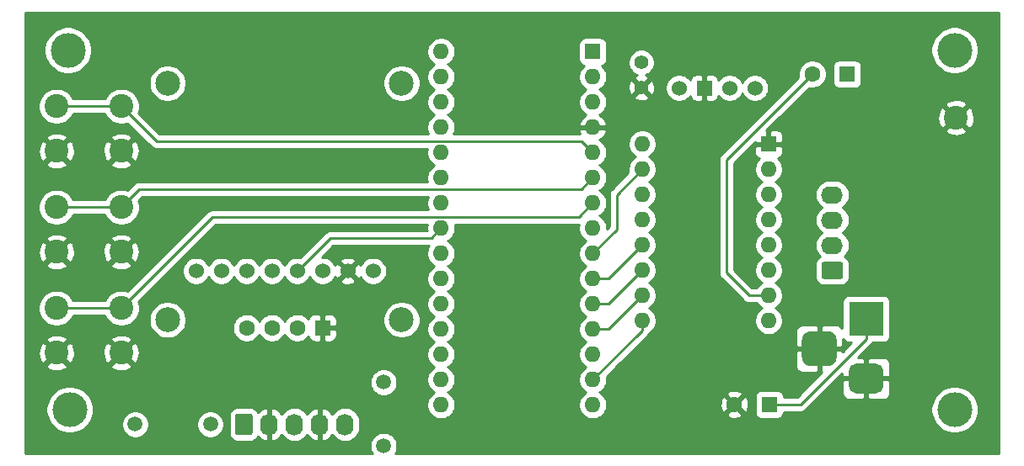
<source format=gbr>
%TF.GenerationSoftware,KiCad,Pcbnew,(5.1.10)-1*%
%TF.CreationDate,2021-10-25T17:57:50-04:00*%
%TF.ProjectId,KittyCaddy,4b697474-7943-4616-9464-792e6b696361,rev?*%
%TF.SameCoordinates,Original*%
%TF.FileFunction,Copper,L2,Bot*%
%TF.FilePolarity,Positive*%
%FSLAX46Y46*%
G04 Gerber Fmt 4.6, Leading zero omitted, Abs format (unit mm)*
G04 Created by KiCad (PCBNEW (5.1.10)-1) date 2021-10-25 17:57:50*
%MOMM*%
%LPD*%
G01*
G04 APERTURE LIST*
%TA.AperFunction,ComponentPad*%
%ADD10C,2.500000*%
%TD*%
%TA.AperFunction,ComponentPad*%
%ADD11C,1.600000*%
%TD*%
%TA.AperFunction,ComponentPad*%
%ADD12R,1.600000X1.600000*%
%TD*%
%TA.AperFunction,ComponentPad*%
%ADD13C,1.500000*%
%TD*%
%TA.AperFunction,ComponentPad*%
%ADD14C,3.500000*%
%TD*%
%TA.AperFunction,ComponentPad*%
%ADD15R,3.500000X3.500000*%
%TD*%
%TA.AperFunction,ComponentPad*%
%ADD16O,1.600000X1.600000*%
%TD*%
%TA.AperFunction,ComponentPad*%
%ADD17C,1.524000*%
%TD*%
%TA.AperFunction,ComponentPad*%
%ADD18R,1.524000X1.524000*%
%TD*%
%TA.AperFunction,ComponentPad*%
%ADD19O,1.740000X2.190000*%
%TD*%
%TA.AperFunction,ComponentPad*%
%ADD20O,2.190000X1.740000*%
%TD*%
%TA.AperFunction,ComponentPad*%
%ADD21C,2.400000*%
%TD*%
%TA.AperFunction,ComponentPad*%
%ADD22C,1.416000*%
%TD*%
%TA.AperFunction,Conductor*%
%ADD23C,0.250000*%
%TD*%
%TA.AperFunction,Conductor*%
%ADD24C,0.254000*%
%TD*%
%TA.AperFunction,Conductor*%
%ADD25C,0.100000*%
%TD*%
G04 APERTURE END LIST*
D10*
%TO.P,U4,~*%
%TO.N,N/C*%
X100518000Y-90837000D03*
X124018000Y-90837000D03*
X124018000Y-114637000D03*
X100518000Y-114638000D03*
D11*
%TO.P,U4,4*%
%TO.N,SDA*%
X108458000Y-115443000D03*
D12*
%TO.P,U4,1*%
%TO.N,GND*%
X116078000Y-115443000D03*
D11*
%TO.P,U4,2*%
%TO.N,+5V*%
X113538000Y-115443000D03*
%TO.P,U4,3*%
%TO.N,SCL*%
X110998000Y-115443000D03*
%TD*%
D13*
%TO.P,R1,2*%
%TO.N,Emit*%
X122212100Y-120930200D03*
%TO.P,R1,1*%
%TO.N,+5V*%
X122212100Y-127330200D03*
%TD*%
D14*
%TO.P,REF\u002A\u002A,1*%
%TO.N,N/C*%
X179578000Y-123698000D03*
%TD*%
%TO.P,REF\u002A\u002A,1*%
%TO.N,N/C*%
X179578000Y-87503000D03*
%TD*%
%TO.P,REF\u002A\u002A,1*%
%TO.N,N/C*%
X90500200Y-87503000D03*
%TD*%
%TO.P,REF\u002A\u002A,1*%
%TO.N,N/C*%
X90678000Y-123698000D03*
%TD*%
%TO.P,J1,3*%
%TO.N,GND*%
%TA.AperFunction,ComponentPad*%
G36*
G01*
X166863000Y-119304000D02*
X165113000Y-119304000D01*
G75*
G02*
X164238000Y-118429000I0J875000D01*
G01*
X164238000Y-116679000D01*
G75*
G02*
X165113000Y-115804000I875000J0D01*
G01*
X166863000Y-115804000D01*
G75*
G02*
X167738000Y-116679000I0J-875000D01*
G01*
X167738000Y-118429000D01*
G75*
G02*
X166863000Y-119304000I-875000J0D01*
G01*
G37*
%TD.AperFunction*%
%TO.P,J1,2*%
%TA.AperFunction,ComponentPad*%
G36*
G01*
X171688000Y-122054000D02*
X169688000Y-122054000D01*
G75*
G02*
X168938000Y-121304000I0J750000D01*
G01*
X168938000Y-119804000D01*
G75*
G02*
X169688000Y-119054000I750000J0D01*
G01*
X171688000Y-119054000D01*
G75*
G02*
X172438000Y-119804000I0J-750000D01*
G01*
X172438000Y-121304000D01*
G75*
G02*
X171688000Y-122054000I-750000J0D01*
G01*
G37*
%TD.AperFunction*%
D15*
%TO.P,J1,1*%
%TO.N,+12V*%
X170688000Y-114554000D03*
%TD*%
D13*
%TO.P,R2,2*%
%TO.N,+5V*%
X97263100Y-125158500D03*
%TO.P,R2,1*%
%TO.N,Net-(J3-Pad1)*%
X104813100Y-125158500D03*
%TD*%
D16*
%TO.P,U2,16*%
%TO.N,DIR*%
X148183600Y-96951800D03*
%TO.P,U2,8*%
%TO.N,+12V*%
X160883600Y-114731800D03*
%TO.P,U2,15*%
%TO.N,STEP*%
X148183600Y-99491800D03*
%TO.P,U2,7*%
%TO.N,Net-(C2-Pad2)*%
X160883600Y-112191800D03*
%TO.P,U2,14*%
%TO.N,+5V*%
X148183600Y-102031800D03*
%TO.P,U2,6*%
%TO.N,Net-(J2-Pad1)*%
X160883600Y-109651800D03*
%TO.P,U2,13*%
%TO.N,+5V*%
X148183600Y-104571800D03*
%TO.P,U2,5*%
%TO.N,Net-(J2-Pad2)*%
X160883600Y-107111800D03*
%TO.P,U2,12*%
%TO.N,M2*%
X148183600Y-107111800D03*
%TO.P,U2,4*%
%TO.N,Net-(J2-Pad3)*%
X160883600Y-104571800D03*
%TO.P,U2,11*%
%TO.N,M1*%
X148183600Y-109651800D03*
%TO.P,U2,3*%
%TO.N,Net-(J2-Pad4)*%
X160883600Y-102031800D03*
%TO.P,U2,10*%
%TO.N,M0*%
X148183600Y-112191800D03*
%TO.P,U2,2*%
%TO.N,Net-(U2-Pad2)*%
X160883600Y-99491800D03*
%TO.P,U2,9*%
%TO.N,ENABLE*%
X148183600Y-114731800D03*
D12*
%TO.P,U2,1*%
%TO.N,GND*%
X160883600Y-96951800D03*
%TD*%
D17*
%TO.P,U5,8*%
%TO.N,+5V*%
X121158000Y-109728000D03*
%TO.P,U5,6*%
%TO.N,SCL*%
X116078000Y-109728000D03*
%TO.P,U5,7*%
%TO.N,GND*%
X118618000Y-109728000D03*
%TO.P,U5,5*%
%TO.N,SDA*%
X113538000Y-109728000D03*
%TO.P,U5,4*%
%TO.N,+BATT*%
X110998000Y-109728000D03*
%TO.P,U5,3*%
%TO.N,Net-(U5-Pad3)*%
X108458000Y-109728000D03*
%TO.P,U5,2*%
%TO.N,Net-(U5-Pad2)*%
X105918000Y-109728000D03*
%TO.P,U5,1*%
%TO.N,Net-(U5-Pad1)*%
X103378000Y-109728000D03*
%TD*%
%TO.P,U1,4*%
%TO.N,Net-(U1-Pad4)*%
X159517400Y-91306600D03*
%TO.P,U1,3*%
%TO.N,+12V*%
X156977400Y-91306600D03*
D18*
%TO.P,U1,2*%
%TO.N,GND*%
X154437400Y-91306600D03*
D17*
%TO.P,U1,1*%
%TO.N,+5V*%
X151897400Y-91306600D03*
%TD*%
D19*
%TO.P,J3,5*%
%TO.N,Emit*%
X118338600Y-125171200D03*
%TO.P,J3,4*%
%TO.N,GND*%
X115798600Y-125171200D03*
%TO.P,J3,3*%
%TO.N,Net-(J3-Pad3)*%
X113258600Y-125171200D03*
%TO.P,J3,2*%
%TO.N,GND*%
X110718600Y-125171200D03*
%TO.P,J3,1*%
%TO.N,Net-(J3-Pad1)*%
%TA.AperFunction,ComponentPad*%
G36*
G01*
X107308600Y-126016201D02*
X107308600Y-124326199D01*
G75*
G02*
X107558599Y-124076200I249999J0D01*
G01*
X108798601Y-124076200D01*
G75*
G02*
X109048600Y-124326199I0J-249999D01*
G01*
X109048600Y-126016201D01*
G75*
G02*
X108798601Y-126266200I-249999J0D01*
G01*
X107558599Y-126266200D01*
G75*
G02*
X107308600Y-126016201I0J249999D01*
G01*
G37*
%TD.AperFunction*%
%TD*%
D20*
%TO.P,J2,4*%
%TO.N,Net-(J2-Pad4)*%
X167284400Y-102057200D03*
%TO.P,J2,3*%
%TO.N,Net-(J2-Pad3)*%
X167284400Y-104597200D03*
%TO.P,J2,2*%
%TO.N,Net-(J2-Pad2)*%
X167284400Y-107137200D03*
%TO.P,J2,1*%
%TO.N,Net-(J2-Pad1)*%
%TA.AperFunction,ComponentPad*%
G36*
G01*
X168129401Y-110547200D02*
X166439399Y-110547200D01*
G75*
G02*
X166189400Y-110297201I0J249999D01*
G01*
X166189400Y-109057199D01*
G75*
G02*
X166439399Y-108807200I249999J0D01*
G01*
X168129401Y-108807200D01*
G75*
G02*
X168379400Y-109057199I0J-249999D01*
G01*
X168379400Y-110297201D01*
G75*
G02*
X168129401Y-110547200I-249999J0D01*
G01*
G37*
%TD.AperFunction*%
%TD*%
D11*
%TO.P,C2,2*%
%TO.N,Net-(C2-Pad2)*%
X165283000Y-89916000D03*
D12*
%TO.P,C2,1*%
%TO.N,+12V*%
X168783000Y-89916000D03*
%TD*%
D11*
%TO.P,C1,2*%
%TO.N,GND*%
X157459800Y-123164600D03*
D12*
%TO.P,C1,1*%
%TO.N,+12V*%
X160959800Y-123164600D03*
%TD*%
D16*
%TO.P,U3,16*%
%TO.N,SLEEP*%
X127990600Y-123215400D03*
%TO.P,U3,15*%
%TO.N,RESET*%
X143230600Y-123215400D03*
%TO.P,U3,30*%
%TO.N,Net-(U3-Pad30)*%
X127990600Y-87655400D03*
%TO.P,U3,14*%
%TO.N,ENABLE*%
X143230600Y-120675400D03*
%TO.P,U3,29*%
%TO.N,Net-(U3-Pad29)*%
X127990600Y-90195400D03*
%TO.P,U3,13*%
%TO.N,Net-(U3-Pad13)*%
X143230600Y-118135400D03*
%TO.P,U3,28*%
%TO.N,Net-(U3-Pad28)*%
X127990600Y-92735400D03*
%TO.P,U3,12*%
%TO.N,M0*%
X143230600Y-115595400D03*
%TO.P,U3,27*%
%TO.N,+5V*%
X127990600Y-95275400D03*
%TO.P,U3,11*%
%TO.N,M1*%
X143230600Y-113055400D03*
%TO.P,U3,26*%
%TO.N,Net-(U3-Pad26)*%
X127990600Y-97815400D03*
%TO.P,U3,10*%
%TO.N,M2*%
X143230600Y-110515400D03*
%TO.P,U3,25*%
%TO.N,Net-(U3-Pad25)*%
X127990600Y-100355400D03*
%TO.P,U3,9*%
%TO.N,STEP*%
X143230600Y-107975400D03*
%TO.P,U3,24*%
%TO.N,SCL*%
X127990600Y-102895400D03*
%TO.P,U3,8*%
%TO.N,DIR*%
X143230600Y-105435400D03*
%TO.P,U3,23*%
%TO.N,SDA*%
X127990600Y-105435400D03*
%TO.P,U3,7*%
%TO.N,Down*%
X143230600Y-102895400D03*
%TO.P,U3,22*%
%TO.N,Net-(U3-Pad22)*%
X127990600Y-107975400D03*
%TO.P,U3,6*%
%TO.N,Mid*%
X143230600Y-100355400D03*
%TO.P,U3,21*%
%TO.N,Net-(U3-Pad21)*%
X127990600Y-110515400D03*
%TO.P,U3,5*%
%TO.N,Up*%
X143230600Y-97815400D03*
%TO.P,U3,20*%
%TO.N,Net-(U3-Pad20)*%
X127990600Y-113055400D03*
%TO.P,U3,4*%
%TO.N,GND*%
X143230600Y-95275400D03*
%TO.P,U3,19*%
%TO.N,Emit*%
X127990600Y-115595400D03*
%TO.P,U3,3*%
%TO.N,Net-(U3-Pad3)*%
X143230600Y-92735400D03*
%TO.P,U3,18*%
%TO.N,Net-(U3-Pad18)*%
X127990600Y-118135400D03*
%TO.P,U3,2*%
%TO.N,Net-(U3-Pad2)*%
X143230600Y-90195400D03*
%TO.P,U3,17*%
%TO.N,Net-(U3-Pad17)*%
X127990600Y-120675400D03*
D12*
%TO.P,U3,1*%
%TO.N,Net-(U3-Pad1)*%
X143230600Y-87655400D03*
%TD*%
D21*
%TO.P,SW1,1*%
%TO.N,GND*%
X89358400Y-97652400D03*
X95858400Y-97652400D03*
%TO.P,SW1,2*%
%TO.N,Up*%
X89358400Y-93152400D03*
X95858400Y-93152400D03*
%TD*%
%TO.P,SW2,1*%
%TO.N,GND*%
X89358400Y-107812400D03*
X95858400Y-107812400D03*
%TO.P,SW2,2*%
%TO.N,Mid*%
X89358400Y-103312400D03*
X95858400Y-103312400D03*
%TD*%
%TO.P,SW3,1*%
%TO.N,GND*%
X89358400Y-117972400D03*
X95858400Y-117972400D03*
%TO.P,SW3,2*%
%TO.N,Down*%
X89358400Y-113472400D03*
X95858400Y-113472400D03*
%TD*%
D22*
%TO.P,C3,2*%
%TO.N,GND*%
X148107400Y-91287600D03*
%TO.P,C3,1*%
%TO.N,+5V*%
X148107400Y-88747600D03*
%TD*%
D21*
%TO.P,J4,1*%
%TO.N,GND*%
X179705000Y-94297500D03*
%TD*%
D23*
%TO.N,M2*%
X144780000Y-110515400D02*
X148183600Y-107111800D01*
X143230600Y-110515400D02*
X144780000Y-110515400D01*
%TO.N,M1*%
X144780000Y-113055400D02*
X148183600Y-109651800D01*
X143230600Y-113055400D02*
X144780000Y-113055400D01*
%TO.N,M0*%
X144780000Y-115595400D02*
X148183600Y-112191800D01*
X143230600Y-115595400D02*
X144780000Y-115595400D01*
%TO.N,STEP*%
X143230600Y-107975400D02*
X145618200Y-105587800D01*
X145618200Y-102057200D02*
X148183600Y-99491800D01*
X145618200Y-105587800D02*
X145618200Y-102057200D01*
%TO.N,SDA*%
X113538000Y-109728000D02*
X116840000Y-106426000D01*
X127000000Y-106426000D02*
X127990600Y-105435400D01*
X116840000Y-106426000D02*
X127000000Y-106426000D01*
%TO.N,Down*%
X89358400Y-113472400D02*
X95858400Y-113472400D01*
X141815601Y-104310399D02*
X143230600Y-102895400D01*
X105020401Y-104310399D02*
X141815601Y-104310399D01*
X95858400Y-113472400D02*
X105020401Y-104310399D01*
%TO.N,Mid*%
X95858400Y-103312400D02*
X89358400Y-103312400D01*
X97690399Y-101480401D02*
X95858400Y-103312400D01*
X142105599Y-101480401D02*
X97690399Y-101480401D01*
X143230600Y-100355400D02*
X142105599Y-101480401D01*
%TO.N,Up*%
X99396399Y-96690399D02*
X95858400Y-93152400D01*
X142105599Y-96690399D02*
X99396399Y-96690399D01*
X143230600Y-97815400D02*
X142105599Y-96690399D01*
X89358400Y-93152400D02*
X95858400Y-93152400D01*
%TO.N,+12V*%
X164077400Y-123164600D02*
X160959800Y-123164600D01*
X170688000Y-116554000D02*
X164077400Y-123164600D01*
X170688000Y-114554000D02*
X170688000Y-116554000D01*
%TO.N,Net-(C2-Pad2)*%
X165283000Y-89916000D02*
X156647000Y-98552000D01*
X158928600Y-112191800D02*
X160883600Y-112191800D01*
X156647000Y-109910200D02*
X158928600Y-112191800D01*
X156647000Y-98552000D02*
X156647000Y-109910200D01*
%TO.N,ENABLE*%
X148183600Y-115722400D02*
X148183600Y-114731800D01*
X143230600Y-120675400D02*
X148183600Y-115722400D01*
%TD*%
D24*
%TO.N,GND*%
X183998001Y-128118000D02*
X123351434Y-128118000D01*
X123439471Y-127986243D01*
X123543875Y-127734189D01*
X123597100Y-127466611D01*
X123597100Y-127193789D01*
X123543875Y-126926211D01*
X123439471Y-126674157D01*
X123287899Y-126447314D01*
X123094986Y-126254401D01*
X122868143Y-126102829D01*
X122616089Y-125998425D01*
X122348511Y-125945200D01*
X122075689Y-125945200D01*
X121808111Y-125998425D01*
X121556057Y-126102829D01*
X121329214Y-126254401D01*
X121136301Y-126447314D01*
X120984729Y-126674157D01*
X120880325Y-126926211D01*
X120827100Y-127193789D01*
X120827100Y-127466611D01*
X120880325Y-127734189D01*
X120984729Y-127986243D01*
X121072766Y-128118000D01*
X86258000Y-128118000D01*
X86258000Y-123463098D01*
X88293000Y-123463098D01*
X88293000Y-123932902D01*
X88384654Y-124393679D01*
X88564440Y-124827721D01*
X88825450Y-125218349D01*
X89157651Y-125550550D01*
X89548279Y-125811560D01*
X89982321Y-125991346D01*
X90443098Y-126083000D01*
X90912902Y-126083000D01*
X91373679Y-125991346D01*
X91807721Y-125811560D01*
X92198349Y-125550550D01*
X92530550Y-125218349D01*
X92661687Y-125022089D01*
X95878100Y-125022089D01*
X95878100Y-125294911D01*
X95931325Y-125562489D01*
X96035729Y-125814543D01*
X96187301Y-126041386D01*
X96380214Y-126234299D01*
X96607057Y-126385871D01*
X96859111Y-126490275D01*
X97126689Y-126543500D01*
X97399511Y-126543500D01*
X97667089Y-126490275D01*
X97919143Y-126385871D01*
X98145986Y-126234299D01*
X98338899Y-126041386D01*
X98490471Y-125814543D01*
X98594875Y-125562489D01*
X98648100Y-125294911D01*
X98648100Y-125022089D01*
X103428100Y-125022089D01*
X103428100Y-125294911D01*
X103481325Y-125562489D01*
X103585729Y-125814543D01*
X103737301Y-126041386D01*
X103930214Y-126234299D01*
X104157057Y-126385871D01*
X104409111Y-126490275D01*
X104676689Y-126543500D01*
X104949511Y-126543500D01*
X105217089Y-126490275D01*
X105469143Y-126385871D01*
X105695986Y-126234299D01*
X105888899Y-126041386D01*
X106040471Y-125814543D01*
X106144875Y-125562489D01*
X106198100Y-125294911D01*
X106198100Y-125022089D01*
X106144875Y-124754511D01*
X106040471Y-124502457D01*
X105922699Y-124326199D01*
X106670528Y-124326199D01*
X106670528Y-126016201D01*
X106687592Y-126189455D01*
X106738128Y-126356051D01*
X106820195Y-126509587D01*
X106930638Y-126644162D01*
X107065213Y-126754605D01*
X107218749Y-126836672D01*
X107385345Y-126887208D01*
X107558599Y-126904272D01*
X108798601Y-126904272D01*
X108971855Y-126887208D01*
X109138451Y-126836672D01*
X109291987Y-126754605D01*
X109426562Y-126644162D01*
X109537005Y-126509587D01*
X109595255Y-126400610D01*
X109752274Y-126559506D01*
X109997791Y-126725674D01*
X110271009Y-126840751D01*
X110358569Y-126857502D01*
X110591600Y-126736446D01*
X110591600Y-125298200D01*
X110571600Y-125298200D01*
X110571600Y-125044200D01*
X110591600Y-125044200D01*
X110591600Y-123605954D01*
X110845600Y-123605954D01*
X110845600Y-125044200D01*
X110865600Y-125044200D01*
X110865600Y-125298200D01*
X110845600Y-125298200D01*
X110845600Y-126736446D01*
X111078631Y-126857502D01*
X111166191Y-126840751D01*
X111439409Y-126725674D01*
X111684926Y-126559506D01*
X111893308Y-126348633D01*
X111986040Y-126208048D01*
X112001183Y-126236379D01*
X112189255Y-126465545D01*
X112418422Y-126653617D01*
X112679876Y-126793366D01*
X112963569Y-126879424D01*
X113258600Y-126908482D01*
X113553632Y-126879424D01*
X113837325Y-126793366D01*
X114098779Y-126653617D01*
X114327945Y-126465545D01*
X114516017Y-126236379D01*
X114531160Y-126208048D01*
X114623892Y-126348633D01*
X114832274Y-126559506D01*
X115077791Y-126725674D01*
X115351009Y-126840751D01*
X115438569Y-126857502D01*
X115671600Y-126736446D01*
X115671600Y-125298200D01*
X115651600Y-125298200D01*
X115651600Y-125044200D01*
X115671600Y-125044200D01*
X115671600Y-123605954D01*
X115925600Y-123605954D01*
X115925600Y-125044200D01*
X115945600Y-125044200D01*
X115945600Y-125298200D01*
X115925600Y-125298200D01*
X115925600Y-126736446D01*
X116158631Y-126857502D01*
X116246191Y-126840751D01*
X116519409Y-126725674D01*
X116764926Y-126559506D01*
X116973308Y-126348633D01*
X117066040Y-126208048D01*
X117081183Y-126236379D01*
X117269255Y-126465545D01*
X117498422Y-126653617D01*
X117759876Y-126793366D01*
X118043569Y-126879424D01*
X118338600Y-126908482D01*
X118633632Y-126879424D01*
X118917325Y-126793366D01*
X119178779Y-126653617D01*
X119407945Y-126465545D01*
X119596017Y-126236379D01*
X119735766Y-125974924D01*
X119821824Y-125691231D01*
X119843600Y-125470135D01*
X119843600Y-124872264D01*
X119821824Y-124651168D01*
X119735766Y-124367475D01*
X119596017Y-124106021D01*
X119407945Y-123876855D01*
X119178778Y-123688783D01*
X118917324Y-123549034D01*
X118633631Y-123462976D01*
X118338600Y-123433918D01*
X118043568Y-123462976D01*
X117759875Y-123549034D01*
X117498421Y-123688783D01*
X117269255Y-123876855D01*
X117081183Y-124106022D01*
X117066040Y-124134352D01*
X116973308Y-123993767D01*
X116764926Y-123782894D01*
X116519409Y-123616726D01*
X116246191Y-123501649D01*
X116158631Y-123484898D01*
X115925600Y-123605954D01*
X115671600Y-123605954D01*
X115438569Y-123484898D01*
X115351009Y-123501649D01*
X115077791Y-123616726D01*
X114832274Y-123782894D01*
X114623892Y-123993767D01*
X114531160Y-124134352D01*
X114516017Y-124106021D01*
X114327945Y-123876855D01*
X114098778Y-123688783D01*
X113837324Y-123549034D01*
X113553631Y-123462976D01*
X113258600Y-123433918D01*
X112963568Y-123462976D01*
X112679875Y-123549034D01*
X112418421Y-123688783D01*
X112189255Y-123876855D01*
X112001183Y-124106022D01*
X111986040Y-124134352D01*
X111893308Y-123993767D01*
X111684926Y-123782894D01*
X111439409Y-123616726D01*
X111166191Y-123501649D01*
X111078631Y-123484898D01*
X110845600Y-123605954D01*
X110591600Y-123605954D01*
X110358569Y-123484898D01*
X110271009Y-123501649D01*
X109997791Y-123616726D01*
X109752274Y-123782894D01*
X109595255Y-123941790D01*
X109537005Y-123832813D01*
X109426562Y-123698238D01*
X109291987Y-123587795D01*
X109138451Y-123505728D01*
X108971855Y-123455192D01*
X108798601Y-123438128D01*
X107558599Y-123438128D01*
X107385345Y-123455192D01*
X107218749Y-123505728D01*
X107065213Y-123587795D01*
X106930638Y-123698238D01*
X106820195Y-123832813D01*
X106738128Y-123986349D01*
X106687592Y-124152945D01*
X106670528Y-124326199D01*
X105922699Y-124326199D01*
X105888899Y-124275614D01*
X105695986Y-124082701D01*
X105469143Y-123931129D01*
X105217089Y-123826725D01*
X104949511Y-123773500D01*
X104676689Y-123773500D01*
X104409111Y-123826725D01*
X104157057Y-123931129D01*
X103930214Y-124082701D01*
X103737301Y-124275614D01*
X103585729Y-124502457D01*
X103481325Y-124754511D01*
X103428100Y-125022089D01*
X98648100Y-125022089D01*
X98594875Y-124754511D01*
X98490471Y-124502457D01*
X98338899Y-124275614D01*
X98145986Y-124082701D01*
X97919143Y-123931129D01*
X97667089Y-123826725D01*
X97399511Y-123773500D01*
X97126689Y-123773500D01*
X96859111Y-123826725D01*
X96607057Y-123931129D01*
X96380214Y-124082701D01*
X96187301Y-124275614D01*
X96035729Y-124502457D01*
X95931325Y-124754511D01*
X95878100Y-125022089D01*
X92661687Y-125022089D01*
X92791560Y-124827721D01*
X92971346Y-124393679D01*
X93063000Y-123932902D01*
X93063000Y-123463098D01*
X92971346Y-123002321D01*
X92791560Y-122568279D01*
X92530550Y-122177651D01*
X92198349Y-121845450D01*
X91807721Y-121584440D01*
X91373679Y-121404654D01*
X90912902Y-121313000D01*
X90443098Y-121313000D01*
X89982321Y-121404654D01*
X89548279Y-121584440D01*
X89157651Y-121845450D01*
X88825450Y-122177651D01*
X88564440Y-122568279D01*
X88384654Y-123002321D01*
X88293000Y-123463098D01*
X86258000Y-123463098D01*
X86258000Y-120793789D01*
X120827100Y-120793789D01*
X120827100Y-121066611D01*
X120880325Y-121334189D01*
X120984729Y-121586243D01*
X121136301Y-121813086D01*
X121329214Y-122005999D01*
X121556057Y-122157571D01*
X121808111Y-122261975D01*
X122075689Y-122315200D01*
X122348511Y-122315200D01*
X122616089Y-122261975D01*
X122868143Y-122157571D01*
X123094986Y-122005999D01*
X123287899Y-121813086D01*
X123439471Y-121586243D01*
X123543875Y-121334189D01*
X123597100Y-121066611D01*
X123597100Y-120793789D01*
X123543875Y-120526211D01*
X123439471Y-120274157D01*
X123287899Y-120047314D01*
X123094986Y-119854401D01*
X122868143Y-119702829D01*
X122616089Y-119598425D01*
X122348511Y-119545200D01*
X122075689Y-119545200D01*
X121808111Y-119598425D01*
X121556057Y-119702829D01*
X121329214Y-119854401D01*
X121136301Y-120047314D01*
X120984729Y-120274157D01*
X120880325Y-120526211D01*
X120827100Y-120793789D01*
X86258000Y-120793789D01*
X86258000Y-119250380D01*
X88260026Y-119250380D01*
X88379914Y-119535236D01*
X88703610Y-119696099D01*
X89052469Y-119790722D01*
X89413084Y-119815467D01*
X89771598Y-119769385D01*
X90114233Y-119654246D01*
X90336886Y-119535236D01*
X90456774Y-119250380D01*
X94760026Y-119250380D01*
X94879914Y-119535236D01*
X95203610Y-119696099D01*
X95552469Y-119790722D01*
X95913084Y-119815467D01*
X96271598Y-119769385D01*
X96614233Y-119654246D01*
X96836886Y-119535236D01*
X96956774Y-119250380D01*
X95858400Y-118152005D01*
X94760026Y-119250380D01*
X90456774Y-119250380D01*
X89358400Y-118152005D01*
X88260026Y-119250380D01*
X86258000Y-119250380D01*
X86258000Y-118027084D01*
X87515333Y-118027084D01*
X87561415Y-118385598D01*
X87676554Y-118728233D01*
X87795564Y-118950886D01*
X88080420Y-119070774D01*
X89178795Y-117972400D01*
X89538005Y-117972400D01*
X90636380Y-119070774D01*
X90921236Y-118950886D01*
X91082099Y-118627190D01*
X91176722Y-118278331D01*
X91193962Y-118027084D01*
X94015333Y-118027084D01*
X94061415Y-118385598D01*
X94176554Y-118728233D01*
X94295564Y-118950886D01*
X94580420Y-119070774D01*
X95678795Y-117972400D01*
X96038005Y-117972400D01*
X97136380Y-119070774D01*
X97421236Y-118950886D01*
X97582099Y-118627190D01*
X97676722Y-118278331D01*
X97701467Y-117917716D01*
X97655385Y-117559202D01*
X97540246Y-117216567D01*
X97421236Y-116993914D01*
X97136380Y-116874026D01*
X96038005Y-117972400D01*
X95678795Y-117972400D01*
X94580420Y-116874026D01*
X94295564Y-116993914D01*
X94134701Y-117317610D01*
X94040078Y-117666469D01*
X94015333Y-118027084D01*
X91193962Y-118027084D01*
X91201467Y-117917716D01*
X91155385Y-117559202D01*
X91040246Y-117216567D01*
X90921236Y-116993914D01*
X90636380Y-116874026D01*
X89538005Y-117972400D01*
X89178795Y-117972400D01*
X88080420Y-116874026D01*
X87795564Y-116993914D01*
X87634701Y-117317610D01*
X87540078Y-117666469D01*
X87515333Y-118027084D01*
X86258000Y-118027084D01*
X86258000Y-116694420D01*
X88260026Y-116694420D01*
X89358400Y-117792795D01*
X90456774Y-116694420D01*
X94760026Y-116694420D01*
X95858400Y-117792795D01*
X96956774Y-116694420D01*
X96836886Y-116409564D01*
X96513190Y-116248701D01*
X96164331Y-116154078D01*
X95803716Y-116129333D01*
X95445202Y-116175415D01*
X95102567Y-116290554D01*
X94879914Y-116409564D01*
X94760026Y-116694420D01*
X90456774Y-116694420D01*
X90336886Y-116409564D01*
X90013190Y-116248701D01*
X89664331Y-116154078D01*
X89303716Y-116129333D01*
X88945202Y-116175415D01*
X88602567Y-116290554D01*
X88379914Y-116409564D01*
X88260026Y-116694420D01*
X86258000Y-116694420D01*
X86258000Y-109090380D01*
X88260026Y-109090380D01*
X88379914Y-109375236D01*
X88703610Y-109536099D01*
X89052469Y-109630722D01*
X89413084Y-109655467D01*
X89771598Y-109609385D01*
X90114233Y-109494246D01*
X90336886Y-109375236D01*
X90456774Y-109090380D01*
X94760026Y-109090380D01*
X94879914Y-109375236D01*
X95203610Y-109536099D01*
X95552469Y-109630722D01*
X95913084Y-109655467D01*
X96271598Y-109609385D01*
X96614233Y-109494246D01*
X96836886Y-109375236D01*
X96956774Y-109090380D01*
X95858400Y-107992005D01*
X94760026Y-109090380D01*
X90456774Y-109090380D01*
X89358400Y-107992005D01*
X88260026Y-109090380D01*
X86258000Y-109090380D01*
X86258000Y-107867084D01*
X87515333Y-107867084D01*
X87561415Y-108225598D01*
X87676554Y-108568233D01*
X87795564Y-108790886D01*
X88080420Y-108910774D01*
X89178795Y-107812400D01*
X89538005Y-107812400D01*
X90636380Y-108910774D01*
X90921236Y-108790886D01*
X91082099Y-108467190D01*
X91176722Y-108118331D01*
X91193962Y-107867084D01*
X94015333Y-107867084D01*
X94061415Y-108225598D01*
X94176554Y-108568233D01*
X94295564Y-108790886D01*
X94580420Y-108910774D01*
X95678795Y-107812400D01*
X96038005Y-107812400D01*
X97136380Y-108910774D01*
X97421236Y-108790886D01*
X97582099Y-108467190D01*
X97676722Y-108118331D01*
X97701467Y-107757716D01*
X97655385Y-107399202D01*
X97540246Y-107056567D01*
X97421236Y-106833914D01*
X97136380Y-106714026D01*
X96038005Y-107812400D01*
X95678795Y-107812400D01*
X94580420Y-106714026D01*
X94295564Y-106833914D01*
X94134701Y-107157610D01*
X94040078Y-107506469D01*
X94015333Y-107867084D01*
X91193962Y-107867084D01*
X91201467Y-107757716D01*
X91155385Y-107399202D01*
X91040246Y-107056567D01*
X90921236Y-106833914D01*
X90636380Y-106714026D01*
X89538005Y-107812400D01*
X89178795Y-107812400D01*
X88080420Y-106714026D01*
X87795564Y-106833914D01*
X87634701Y-107157610D01*
X87540078Y-107506469D01*
X87515333Y-107867084D01*
X86258000Y-107867084D01*
X86258000Y-106534420D01*
X88260026Y-106534420D01*
X89358400Y-107632795D01*
X90456774Y-106534420D01*
X94760026Y-106534420D01*
X95858400Y-107632795D01*
X96956774Y-106534420D01*
X96836886Y-106249564D01*
X96513190Y-106088701D01*
X96164331Y-105994078D01*
X95803716Y-105969333D01*
X95445202Y-106015415D01*
X95102567Y-106130554D01*
X94879914Y-106249564D01*
X94760026Y-106534420D01*
X90456774Y-106534420D01*
X90336886Y-106249564D01*
X90013190Y-106088701D01*
X89664331Y-105994078D01*
X89303716Y-105969333D01*
X88945202Y-106015415D01*
X88602567Y-106130554D01*
X88379914Y-106249564D01*
X88260026Y-106534420D01*
X86258000Y-106534420D01*
X86258000Y-98930380D01*
X88260026Y-98930380D01*
X88379914Y-99215236D01*
X88703610Y-99376099D01*
X89052469Y-99470722D01*
X89413084Y-99495467D01*
X89771598Y-99449385D01*
X90114233Y-99334246D01*
X90336886Y-99215236D01*
X90456774Y-98930380D01*
X94760026Y-98930380D01*
X94879914Y-99215236D01*
X95203610Y-99376099D01*
X95552469Y-99470722D01*
X95913084Y-99495467D01*
X96271598Y-99449385D01*
X96614233Y-99334246D01*
X96836886Y-99215236D01*
X96956774Y-98930380D01*
X95858400Y-97832005D01*
X94760026Y-98930380D01*
X90456774Y-98930380D01*
X89358400Y-97832005D01*
X88260026Y-98930380D01*
X86258000Y-98930380D01*
X86258000Y-97707084D01*
X87515333Y-97707084D01*
X87561415Y-98065598D01*
X87676554Y-98408233D01*
X87795564Y-98630886D01*
X88080420Y-98750774D01*
X89178795Y-97652400D01*
X89538005Y-97652400D01*
X90636380Y-98750774D01*
X90921236Y-98630886D01*
X91082099Y-98307190D01*
X91176722Y-97958331D01*
X91193962Y-97707084D01*
X94015333Y-97707084D01*
X94061415Y-98065598D01*
X94176554Y-98408233D01*
X94295564Y-98630886D01*
X94580420Y-98750774D01*
X95678795Y-97652400D01*
X96038005Y-97652400D01*
X97136380Y-98750774D01*
X97421236Y-98630886D01*
X97582099Y-98307190D01*
X97676722Y-97958331D01*
X97701467Y-97597716D01*
X97655385Y-97239202D01*
X97540246Y-96896567D01*
X97421236Y-96673914D01*
X97136380Y-96554026D01*
X96038005Y-97652400D01*
X95678795Y-97652400D01*
X94580420Y-96554026D01*
X94295564Y-96673914D01*
X94134701Y-96997610D01*
X94040078Y-97346469D01*
X94015333Y-97707084D01*
X91193962Y-97707084D01*
X91201467Y-97597716D01*
X91155385Y-97239202D01*
X91040246Y-96896567D01*
X90921236Y-96673914D01*
X90636380Y-96554026D01*
X89538005Y-97652400D01*
X89178795Y-97652400D01*
X88080420Y-96554026D01*
X87795564Y-96673914D01*
X87634701Y-96997610D01*
X87540078Y-97346469D01*
X87515333Y-97707084D01*
X86258000Y-97707084D01*
X86258000Y-96374420D01*
X88260026Y-96374420D01*
X89358400Y-97472795D01*
X90456774Y-96374420D01*
X94760026Y-96374420D01*
X95858400Y-97472795D01*
X96956774Y-96374420D01*
X96836886Y-96089564D01*
X96513190Y-95928701D01*
X96164331Y-95834078D01*
X95803716Y-95809333D01*
X95445202Y-95855415D01*
X95102567Y-95970554D01*
X94879914Y-96089564D01*
X94760026Y-96374420D01*
X90456774Y-96374420D01*
X90336886Y-96089564D01*
X90013190Y-95928701D01*
X89664331Y-95834078D01*
X89303716Y-95809333D01*
X88945202Y-95855415D01*
X88602567Y-95970554D01*
X88379914Y-96089564D01*
X88260026Y-96374420D01*
X86258000Y-96374420D01*
X86258000Y-92971668D01*
X87523400Y-92971668D01*
X87523400Y-93333132D01*
X87593918Y-93687650D01*
X87732244Y-94021599D01*
X87933062Y-94322144D01*
X88188656Y-94577738D01*
X88489201Y-94778556D01*
X88823150Y-94916882D01*
X89177668Y-94987400D01*
X89539132Y-94987400D01*
X89893650Y-94916882D01*
X90227599Y-94778556D01*
X90528144Y-94577738D01*
X90783738Y-94322144D01*
X90984556Y-94021599D01*
X91029788Y-93912400D01*
X94187012Y-93912400D01*
X94232244Y-94021599D01*
X94433062Y-94322144D01*
X94688656Y-94577738D01*
X94989201Y-94778556D01*
X95323150Y-94916882D01*
X95677668Y-94987400D01*
X96039132Y-94987400D01*
X96393650Y-94916882D01*
X96502849Y-94871650D01*
X98832599Y-97201401D01*
X98856398Y-97230400D01*
X98972123Y-97325373D01*
X99104152Y-97395945D01*
X99247413Y-97439402D01*
X99359066Y-97450399D01*
X99359075Y-97450399D01*
X99396398Y-97454075D01*
X99433721Y-97450399D01*
X126600091Y-97450399D01*
X126555600Y-97674065D01*
X126555600Y-97956735D01*
X126610747Y-98233974D01*
X126718920Y-98495127D01*
X126875963Y-98730159D01*
X127075841Y-98930037D01*
X127308359Y-99085400D01*
X127075841Y-99240763D01*
X126875963Y-99440641D01*
X126718920Y-99675673D01*
X126610747Y-99936826D01*
X126555600Y-100214065D01*
X126555600Y-100496735D01*
X126600091Y-100720401D01*
X97727722Y-100720401D01*
X97690399Y-100716725D01*
X97653076Y-100720401D01*
X97653066Y-100720401D01*
X97541413Y-100731398D01*
X97398152Y-100774855D01*
X97266123Y-100845427D01*
X97150398Y-100940400D01*
X97126600Y-100969398D01*
X96502849Y-101593150D01*
X96393650Y-101547918D01*
X96039132Y-101477400D01*
X95677668Y-101477400D01*
X95323150Y-101547918D01*
X94989201Y-101686244D01*
X94688656Y-101887062D01*
X94433062Y-102142656D01*
X94232244Y-102443201D01*
X94187012Y-102552400D01*
X91029788Y-102552400D01*
X90984556Y-102443201D01*
X90783738Y-102142656D01*
X90528144Y-101887062D01*
X90227599Y-101686244D01*
X89893650Y-101547918D01*
X89539132Y-101477400D01*
X89177668Y-101477400D01*
X88823150Y-101547918D01*
X88489201Y-101686244D01*
X88188656Y-101887062D01*
X87933062Y-102142656D01*
X87732244Y-102443201D01*
X87593918Y-102777150D01*
X87523400Y-103131668D01*
X87523400Y-103493132D01*
X87593918Y-103847650D01*
X87732244Y-104181599D01*
X87933062Y-104482144D01*
X88188656Y-104737738D01*
X88489201Y-104938556D01*
X88823150Y-105076882D01*
X89177668Y-105147400D01*
X89539132Y-105147400D01*
X89893650Y-105076882D01*
X90227599Y-104938556D01*
X90528144Y-104737738D01*
X90783738Y-104482144D01*
X90984556Y-104181599D01*
X91029788Y-104072400D01*
X94187012Y-104072400D01*
X94232244Y-104181599D01*
X94433062Y-104482144D01*
X94688656Y-104737738D01*
X94989201Y-104938556D01*
X95323150Y-105076882D01*
X95677668Y-105147400D01*
X96039132Y-105147400D01*
X96393650Y-105076882D01*
X96727599Y-104938556D01*
X97028144Y-104737738D01*
X97283738Y-104482144D01*
X97484556Y-104181599D01*
X97622882Y-103847650D01*
X97693400Y-103493132D01*
X97693400Y-103131668D01*
X97622882Y-102777150D01*
X97577650Y-102667951D01*
X98005201Y-102240401D01*
X126708677Y-102240401D01*
X126610747Y-102476826D01*
X126555600Y-102754065D01*
X126555600Y-103036735D01*
X126610747Y-103313974D01*
X126708677Y-103550399D01*
X105057723Y-103550399D01*
X105020400Y-103546723D01*
X104983077Y-103550399D01*
X104983068Y-103550399D01*
X104871415Y-103561396D01*
X104728836Y-103604646D01*
X104728154Y-103604853D01*
X104596124Y-103675425D01*
X104521490Y-103736676D01*
X104480400Y-103770398D01*
X104456602Y-103799396D01*
X96502849Y-111753150D01*
X96393650Y-111707918D01*
X96039132Y-111637400D01*
X95677668Y-111637400D01*
X95323150Y-111707918D01*
X94989201Y-111846244D01*
X94688656Y-112047062D01*
X94433062Y-112302656D01*
X94232244Y-112603201D01*
X94187012Y-112712400D01*
X91029788Y-112712400D01*
X90984556Y-112603201D01*
X90783738Y-112302656D01*
X90528144Y-112047062D01*
X90227599Y-111846244D01*
X89893650Y-111707918D01*
X89539132Y-111637400D01*
X89177668Y-111637400D01*
X88823150Y-111707918D01*
X88489201Y-111846244D01*
X88188656Y-112047062D01*
X87933062Y-112302656D01*
X87732244Y-112603201D01*
X87593918Y-112937150D01*
X87523400Y-113291668D01*
X87523400Y-113653132D01*
X87593918Y-114007650D01*
X87732244Y-114341599D01*
X87933062Y-114642144D01*
X88188656Y-114897738D01*
X88489201Y-115098556D01*
X88823150Y-115236882D01*
X89177668Y-115307400D01*
X89539132Y-115307400D01*
X89893650Y-115236882D01*
X90227599Y-115098556D01*
X90528144Y-114897738D01*
X90783738Y-114642144D01*
X90984556Y-114341599D01*
X91029788Y-114232400D01*
X94187012Y-114232400D01*
X94232244Y-114341599D01*
X94433062Y-114642144D01*
X94688656Y-114897738D01*
X94989201Y-115098556D01*
X95323150Y-115236882D01*
X95677668Y-115307400D01*
X96039132Y-115307400D01*
X96393650Y-115236882D01*
X96727599Y-115098556D01*
X97028144Y-114897738D01*
X97283738Y-114642144D01*
X97410558Y-114452344D01*
X98633000Y-114452344D01*
X98633000Y-114823656D01*
X98705439Y-115187834D01*
X98847534Y-115530882D01*
X99053825Y-115839618D01*
X99316382Y-116102175D01*
X99625118Y-116308466D01*
X99968166Y-116450561D01*
X100332344Y-116523000D01*
X100703656Y-116523000D01*
X101067834Y-116450561D01*
X101410882Y-116308466D01*
X101719618Y-116102175D01*
X101982175Y-115839618D01*
X102188466Y-115530882D01*
X102283410Y-115301665D01*
X107023000Y-115301665D01*
X107023000Y-115584335D01*
X107078147Y-115861574D01*
X107186320Y-116122727D01*
X107343363Y-116357759D01*
X107543241Y-116557637D01*
X107778273Y-116714680D01*
X108039426Y-116822853D01*
X108316665Y-116878000D01*
X108599335Y-116878000D01*
X108876574Y-116822853D01*
X109137727Y-116714680D01*
X109372759Y-116557637D01*
X109572637Y-116357759D01*
X109728000Y-116125241D01*
X109883363Y-116357759D01*
X110083241Y-116557637D01*
X110318273Y-116714680D01*
X110579426Y-116822853D01*
X110856665Y-116878000D01*
X111139335Y-116878000D01*
X111416574Y-116822853D01*
X111677727Y-116714680D01*
X111912759Y-116557637D01*
X112112637Y-116357759D01*
X112268000Y-116125241D01*
X112423363Y-116357759D01*
X112623241Y-116557637D01*
X112858273Y-116714680D01*
X113119426Y-116822853D01*
X113396665Y-116878000D01*
X113679335Y-116878000D01*
X113956574Y-116822853D01*
X114217727Y-116714680D01*
X114452759Y-116557637D01*
X114651357Y-116359039D01*
X114652188Y-116367482D01*
X114688498Y-116487180D01*
X114747463Y-116597494D01*
X114826815Y-116694185D01*
X114923506Y-116773537D01*
X115033820Y-116832502D01*
X115153518Y-116868812D01*
X115278000Y-116881072D01*
X115792250Y-116878000D01*
X115951000Y-116719250D01*
X115951000Y-115570000D01*
X116205000Y-115570000D01*
X116205000Y-116719250D01*
X116363750Y-116878000D01*
X116878000Y-116881072D01*
X117002482Y-116868812D01*
X117122180Y-116832502D01*
X117232494Y-116773537D01*
X117329185Y-116694185D01*
X117408537Y-116597494D01*
X117467502Y-116487180D01*
X117503812Y-116367482D01*
X117516072Y-116243000D01*
X117513000Y-115728750D01*
X117354250Y-115570000D01*
X116205000Y-115570000D01*
X115951000Y-115570000D01*
X115931000Y-115570000D01*
X115931000Y-115316000D01*
X115951000Y-115316000D01*
X115951000Y-114166750D01*
X116205000Y-114166750D01*
X116205000Y-115316000D01*
X117354250Y-115316000D01*
X117513000Y-115157250D01*
X117516072Y-114643000D01*
X117503812Y-114518518D01*
X117483435Y-114451344D01*
X122133000Y-114451344D01*
X122133000Y-114822656D01*
X122205439Y-115186834D01*
X122347534Y-115529882D01*
X122553825Y-115838618D01*
X122816382Y-116101175D01*
X123125118Y-116307466D01*
X123468166Y-116449561D01*
X123832344Y-116522000D01*
X124203656Y-116522000D01*
X124567834Y-116449561D01*
X124910882Y-116307466D01*
X125219618Y-116101175D01*
X125482175Y-115838618D01*
X125688466Y-115529882D01*
X125830561Y-115186834D01*
X125903000Y-114822656D01*
X125903000Y-114451344D01*
X125830561Y-114087166D01*
X125688466Y-113744118D01*
X125482175Y-113435382D01*
X125219618Y-113172825D01*
X124910882Y-112966534D01*
X124567834Y-112824439D01*
X124203656Y-112752000D01*
X123832344Y-112752000D01*
X123468166Y-112824439D01*
X123125118Y-112966534D01*
X122816382Y-113172825D01*
X122553825Y-113435382D01*
X122347534Y-113744118D01*
X122205439Y-114087166D01*
X122133000Y-114451344D01*
X117483435Y-114451344D01*
X117467502Y-114398820D01*
X117408537Y-114288506D01*
X117329185Y-114191815D01*
X117232494Y-114112463D01*
X117122180Y-114053498D01*
X117002482Y-114017188D01*
X116878000Y-114004928D01*
X116363750Y-114008000D01*
X116205000Y-114166750D01*
X115951000Y-114166750D01*
X115792250Y-114008000D01*
X115278000Y-114004928D01*
X115153518Y-114017188D01*
X115033820Y-114053498D01*
X114923506Y-114112463D01*
X114826815Y-114191815D01*
X114747463Y-114288506D01*
X114688498Y-114398820D01*
X114652188Y-114518518D01*
X114651357Y-114526961D01*
X114452759Y-114328363D01*
X114217727Y-114171320D01*
X113956574Y-114063147D01*
X113679335Y-114008000D01*
X113396665Y-114008000D01*
X113119426Y-114063147D01*
X112858273Y-114171320D01*
X112623241Y-114328363D01*
X112423363Y-114528241D01*
X112268000Y-114760759D01*
X112112637Y-114528241D01*
X111912759Y-114328363D01*
X111677727Y-114171320D01*
X111416574Y-114063147D01*
X111139335Y-114008000D01*
X110856665Y-114008000D01*
X110579426Y-114063147D01*
X110318273Y-114171320D01*
X110083241Y-114328363D01*
X109883363Y-114528241D01*
X109728000Y-114760759D01*
X109572637Y-114528241D01*
X109372759Y-114328363D01*
X109137727Y-114171320D01*
X108876574Y-114063147D01*
X108599335Y-114008000D01*
X108316665Y-114008000D01*
X108039426Y-114063147D01*
X107778273Y-114171320D01*
X107543241Y-114328363D01*
X107343363Y-114528241D01*
X107186320Y-114763273D01*
X107078147Y-115024426D01*
X107023000Y-115301665D01*
X102283410Y-115301665D01*
X102330561Y-115187834D01*
X102403000Y-114823656D01*
X102403000Y-114452344D01*
X102330561Y-114088166D01*
X102188466Y-113745118D01*
X101982175Y-113436382D01*
X101719618Y-113173825D01*
X101410882Y-112967534D01*
X101067834Y-112825439D01*
X100703656Y-112753000D01*
X100332344Y-112753000D01*
X99968166Y-112825439D01*
X99625118Y-112967534D01*
X99316382Y-113173825D01*
X99053825Y-113436382D01*
X98847534Y-113745118D01*
X98705439Y-114088166D01*
X98633000Y-114452344D01*
X97410558Y-114452344D01*
X97484556Y-114341599D01*
X97622882Y-114007650D01*
X97693400Y-113653132D01*
X97693400Y-113291668D01*
X97622882Y-112937150D01*
X97577650Y-112827951D01*
X105335203Y-105070399D01*
X126600091Y-105070399D01*
X126555600Y-105294065D01*
X126555600Y-105576735D01*
X126573356Y-105666000D01*
X116877322Y-105666000D01*
X116839999Y-105662324D01*
X116802676Y-105666000D01*
X116802667Y-105666000D01*
X116691014Y-105676997D01*
X116547753Y-105720454D01*
X116415724Y-105791026D01*
X116299999Y-105885999D01*
X116276201Y-105914997D01*
X113829571Y-108361628D01*
X113675592Y-108331000D01*
X113400408Y-108331000D01*
X113130510Y-108384686D01*
X112876273Y-108489995D01*
X112647465Y-108642880D01*
X112452880Y-108837465D01*
X112299995Y-109066273D01*
X112268000Y-109143515D01*
X112236005Y-109066273D01*
X112083120Y-108837465D01*
X111888535Y-108642880D01*
X111659727Y-108489995D01*
X111405490Y-108384686D01*
X111135592Y-108331000D01*
X110860408Y-108331000D01*
X110590510Y-108384686D01*
X110336273Y-108489995D01*
X110107465Y-108642880D01*
X109912880Y-108837465D01*
X109759995Y-109066273D01*
X109728000Y-109143515D01*
X109696005Y-109066273D01*
X109543120Y-108837465D01*
X109348535Y-108642880D01*
X109119727Y-108489995D01*
X108865490Y-108384686D01*
X108595592Y-108331000D01*
X108320408Y-108331000D01*
X108050510Y-108384686D01*
X107796273Y-108489995D01*
X107567465Y-108642880D01*
X107372880Y-108837465D01*
X107219995Y-109066273D01*
X107188000Y-109143515D01*
X107156005Y-109066273D01*
X107003120Y-108837465D01*
X106808535Y-108642880D01*
X106579727Y-108489995D01*
X106325490Y-108384686D01*
X106055592Y-108331000D01*
X105780408Y-108331000D01*
X105510510Y-108384686D01*
X105256273Y-108489995D01*
X105027465Y-108642880D01*
X104832880Y-108837465D01*
X104679995Y-109066273D01*
X104648000Y-109143515D01*
X104616005Y-109066273D01*
X104463120Y-108837465D01*
X104268535Y-108642880D01*
X104039727Y-108489995D01*
X103785490Y-108384686D01*
X103515592Y-108331000D01*
X103240408Y-108331000D01*
X102970510Y-108384686D01*
X102716273Y-108489995D01*
X102487465Y-108642880D01*
X102292880Y-108837465D01*
X102139995Y-109066273D01*
X102034686Y-109320510D01*
X101981000Y-109590408D01*
X101981000Y-109865592D01*
X102034686Y-110135490D01*
X102139995Y-110389727D01*
X102292880Y-110618535D01*
X102487465Y-110813120D01*
X102716273Y-110966005D01*
X102970510Y-111071314D01*
X103240408Y-111125000D01*
X103515592Y-111125000D01*
X103785490Y-111071314D01*
X104039727Y-110966005D01*
X104268535Y-110813120D01*
X104463120Y-110618535D01*
X104616005Y-110389727D01*
X104648000Y-110312485D01*
X104679995Y-110389727D01*
X104832880Y-110618535D01*
X105027465Y-110813120D01*
X105256273Y-110966005D01*
X105510510Y-111071314D01*
X105780408Y-111125000D01*
X106055592Y-111125000D01*
X106325490Y-111071314D01*
X106579727Y-110966005D01*
X106808535Y-110813120D01*
X107003120Y-110618535D01*
X107156005Y-110389727D01*
X107188000Y-110312485D01*
X107219995Y-110389727D01*
X107372880Y-110618535D01*
X107567465Y-110813120D01*
X107796273Y-110966005D01*
X108050510Y-111071314D01*
X108320408Y-111125000D01*
X108595592Y-111125000D01*
X108865490Y-111071314D01*
X109119727Y-110966005D01*
X109348535Y-110813120D01*
X109543120Y-110618535D01*
X109696005Y-110389727D01*
X109728000Y-110312485D01*
X109759995Y-110389727D01*
X109912880Y-110618535D01*
X110107465Y-110813120D01*
X110336273Y-110966005D01*
X110590510Y-111071314D01*
X110860408Y-111125000D01*
X111135592Y-111125000D01*
X111405490Y-111071314D01*
X111659727Y-110966005D01*
X111888535Y-110813120D01*
X112083120Y-110618535D01*
X112236005Y-110389727D01*
X112268000Y-110312485D01*
X112299995Y-110389727D01*
X112452880Y-110618535D01*
X112647465Y-110813120D01*
X112876273Y-110966005D01*
X113130510Y-111071314D01*
X113400408Y-111125000D01*
X113675592Y-111125000D01*
X113945490Y-111071314D01*
X114199727Y-110966005D01*
X114428535Y-110813120D01*
X114623120Y-110618535D01*
X114776005Y-110389727D01*
X114808000Y-110312485D01*
X114839995Y-110389727D01*
X114992880Y-110618535D01*
X115187465Y-110813120D01*
X115416273Y-110966005D01*
X115670510Y-111071314D01*
X115940408Y-111125000D01*
X116215592Y-111125000D01*
X116485490Y-111071314D01*
X116739727Y-110966005D01*
X116968535Y-110813120D01*
X117088090Y-110693565D01*
X117832040Y-110693565D01*
X117899020Y-110933656D01*
X118148048Y-111050756D01*
X118415135Y-111117023D01*
X118690017Y-111129910D01*
X118962133Y-111088922D01*
X119221023Y-110995636D01*
X119336980Y-110933656D01*
X119403960Y-110693565D01*
X118618000Y-109907605D01*
X117832040Y-110693565D01*
X117088090Y-110693565D01*
X117163120Y-110618535D01*
X117316005Y-110389727D01*
X117345692Y-110318057D01*
X117350364Y-110331023D01*
X117412344Y-110446980D01*
X117652435Y-110513960D01*
X118438395Y-109728000D01*
X118797605Y-109728000D01*
X119583565Y-110513960D01*
X119823656Y-110446980D01*
X119887485Y-110311240D01*
X119919995Y-110389727D01*
X120072880Y-110618535D01*
X120267465Y-110813120D01*
X120496273Y-110966005D01*
X120750510Y-111071314D01*
X121020408Y-111125000D01*
X121295592Y-111125000D01*
X121565490Y-111071314D01*
X121819727Y-110966005D01*
X122048535Y-110813120D01*
X122243120Y-110618535D01*
X122396005Y-110389727D01*
X122501314Y-110135490D01*
X122555000Y-109865592D01*
X122555000Y-109590408D01*
X122501314Y-109320510D01*
X122396005Y-109066273D01*
X122243120Y-108837465D01*
X122048535Y-108642880D01*
X121819727Y-108489995D01*
X121565490Y-108384686D01*
X121295592Y-108331000D01*
X121020408Y-108331000D01*
X120750510Y-108384686D01*
X120496273Y-108489995D01*
X120267465Y-108642880D01*
X120072880Y-108837465D01*
X119919995Y-109066273D01*
X119890308Y-109137943D01*
X119885636Y-109124977D01*
X119823656Y-109009020D01*
X119583565Y-108942040D01*
X118797605Y-109728000D01*
X118438395Y-109728000D01*
X117652435Y-108942040D01*
X117412344Y-109009020D01*
X117348515Y-109144760D01*
X117316005Y-109066273D01*
X117163120Y-108837465D01*
X117088090Y-108762435D01*
X117832040Y-108762435D01*
X118618000Y-109548395D01*
X119403960Y-108762435D01*
X119336980Y-108522344D01*
X119087952Y-108405244D01*
X118820865Y-108338977D01*
X118545983Y-108326090D01*
X118273867Y-108367078D01*
X118014977Y-108460364D01*
X117899020Y-108522344D01*
X117832040Y-108762435D01*
X117088090Y-108762435D01*
X116968535Y-108642880D01*
X116739727Y-108489995D01*
X116485490Y-108384686D01*
X116215592Y-108331000D01*
X116009802Y-108331000D01*
X117154802Y-107186000D01*
X126792201Y-107186000D01*
X126718920Y-107295673D01*
X126610747Y-107556826D01*
X126555600Y-107834065D01*
X126555600Y-108116735D01*
X126610747Y-108393974D01*
X126718920Y-108655127D01*
X126875963Y-108890159D01*
X127075841Y-109090037D01*
X127308359Y-109245400D01*
X127075841Y-109400763D01*
X126875963Y-109600641D01*
X126718920Y-109835673D01*
X126610747Y-110096826D01*
X126555600Y-110374065D01*
X126555600Y-110656735D01*
X126610747Y-110933974D01*
X126718920Y-111195127D01*
X126875963Y-111430159D01*
X127075841Y-111630037D01*
X127308359Y-111785400D01*
X127075841Y-111940763D01*
X126875963Y-112140641D01*
X126718920Y-112375673D01*
X126610747Y-112636826D01*
X126555600Y-112914065D01*
X126555600Y-113196735D01*
X126610747Y-113473974D01*
X126718920Y-113735127D01*
X126875963Y-113970159D01*
X127075841Y-114170037D01*
X127308359Y-114325400D01*
X127075841Y-114480763D01*
X126875963Y-114680641D01*
X126718920Y-114915673D01*
X126610747Y-115176826D01*
X126555600Y-115454065D01*
X126555600Y-115736735D01*
X126610747Y-116013974D01*
X126718920Y-116275127D01*
X126875963Y-116510159D01*
X127075841Y-116710037D01*
X127308359Y-116865400D01*
X127075841Y-117020763D01*
X126875963Y-117220641D01*
X126718920Y-117455673D01*
X126610747Y-117716826D01*
X126555600Y-117994065D01*
X126555600Y-118276735D01*
X126610747Y-118553974D01*
X126718920Y-118815127D01*
X126875963Y-119050159D01*
X127075841Y-119250037D01*
X127308359Y-119405400D01*
X127075841Y-119560763D01*
X126875963Y-119760641D01*
X126718920Y-119995673D01*
X126610747Y-120256826D01*
X126555600Y-120534065D01*
X126555600Y-120816735D01*
X126610747Y-121093974D01*
X126718920Y-121355127D01*
X126875963Y-121590159D01*
X127075841Y-121790037D01*
X127308359Y-121945400D01*
X127075841Y-122100763D01*
X126875963Y-122300641D01*
X126718920Y-122535673D01*
X126610747Y-122796826D01*
X126555600Y-123074065D01*
X126555600Y-123356735D01*
X126610747Y-123633974D01*
X126718920Y-123895127D01*
X126875963Y-124130159D01*
X127075841Y-124330037D01*
X127310873Y-124487080D01*
X127572026Y-124595253D01*
X127849265Y-124650400D01*
X128131935Y-124650400D01*
X128409174Y-124595253D01*
X128670327Y-124487080D01*
X128905359Y-124330037D01*
X129105237Y-124130159D01*
X129262280Y-123895127D01*
X129370453Y-123633974D01*
X129425600Y-123356735D01*
X129425600Y-123074065D01*
X129370453Y-122796826D01*
X129262280Y-122535673D01*
X129105237Y-122300641D01*
X128905359Y-122100763D01*
X128672841Y-121945400D01*
X128905359Y-121790037D01*
X129105237Y-121590159D01*
X129262280Y-121355127D01*
X129370453Y-121093974D01*
X129425600Y-120816735D01*
X129425600Y-120534065D01*
X129370453Y-120256826D01*
X129262280Y-119995673D01*
X129105237Y-119760641D01*
X128905359Y-119560763D01*
X128672841Y-119405400D01*
X128905359Y-119250037D01*
X129105237Y-119050159D01*
X129262280Y-118815127D01*
X129370453Y-118553974D01*
X129425600Y-118276735D01*
X129425600Y-117994065D01*
X129370453Y-117716826D01*
X129262280Y-117455673D01*
X129105237Y-117220641D01*
X128905359Y-117020763D01*
X128672841Y-116865400D01*
X128905359Y-116710037D01*
X129105237Y-116510159D01*
X129262280Y-116275127D01*
X129370453Y-116013974D01*
X129425600Y-115736735D01*
X129425600Y-115454065D01*
X129370453Y-115176826D01*
X129262280Y-114915673D01*
X129105237Y-114680641D01*
X128905359Y-114480763D01*
X128672841Y-114325400D01*
X128905359Y-114170037D01*
X129105237Y-113970159D01*
X129262280Y-113735127D01*
X129370453Y-113473974D01*
X129425600Y-113196735D01*
X129425600Y-112914065D01*
X129370453Y-112636826D01*
X129262280Y-112375673D01*
X129105237Y-112140641D01*
X128905359Y-111940763D01*
X128672841Y-111785400D01*
X128905359Y-111630037D01*
X129105237Y-111430159D01*
X129262280Y-111195127D01*
X129370453Y-110933974D01*
X129425600Y-110656735D01*
X129425600Y-110374065D01*
X129370453Y-110096826D01*
X129262280Y-109835673D01*
X129105237Y-109600641D01*
X128905359Y-109400763D01*
X128672841Y-109245400D01*
X128905359Y-109090037D01*
X129105237Y-108890159D01*
X129262280Y-108655127D01*
X129370453Y-108393974D01*
X129425600Y-108116735D01*
X129425600Y-107834065D01*
X129370453Y-107556826D01*
X129262280Y-107295673D01*
X129105237Y-107060641D01*
X128905359Y-106860763D01*
X128672841Y-106705400D01*
X128905359Y-106550037D01*
X129105237Y-106350159D01*
X129262280Y-106115127D01*
X129370453Y-105853974D01*
X129425600Y-105576735D01*
X129425600Y-105294065D01*
X129381109Y-105070399D01*
X141778279Y-105070399D01*
X141815601Y-105074075D01*
X141839834Y-105071688D01*
X141795600Y-105294065D01*
X141795600Y-105576735D01*
X141850747Y-105853974D01*
X141958920Y-106115127D01*
X142115963Y-106350159D01*
X142315841Y-106550037D01*
X142548359Y-106705400D01*
X142315841Y-106860763D01*
X142115963Y-107060641D01*
X141958920Y-107295673D01*
X141850747Y-107556826D01*
X141795600Y-107834065D01*
X141795600Y-108116735D01*
X141850747Y-108393974D01*
X141958920Y-108655127D01*
X142115963Y-108890159D01*
X142315841Y-109090037D01*
X142548359Y-109245400D01*
X142315841Y-109400763D01*
X142115963Y-109600641D01*
X141958920Y-109835673D01*
X141850747Y-110096826D01*
X141795600Y-110374065D01*
X141795600Y-110656735D01*
X141850747Y-110933974D01*
X141958920Y-111195127D01*
X142115963Y-111430159D01*
X142315841Y-111630037D01*
X142548359Y-111785400D01*
X142315841Y-111940763D01*
X142115963Y-112140641D01*
X141958920Y-112375673D01*
X141850747Y-112636826D01*
X141795600Y-112914065D01*
X141795600Y-113196735D01*
X141850747Y-113473974D01*
X141958920Y-113735127D01*
X142115963Y-113970159D01*
X142315841Y-114170037D01*
X142548359Y-114325400D01*
X142315841Y-114480763D01*
X142115963Y-114680641D01*
X141958920Y-114915673D01*
X141850747Y-115176826D01*
X141795600Y-115454065D01*
X141795600Y-115736735D01*
X141850747Y-116013974D01*
X141958920Y-116275127D01*
X142115963Y-116510159D01*
X142315841Y-116710037D01*
X142548359Y-116865400D01*
X142315841Y-117020763D01*
X142115963Y-117220641D01*
X141958920Y-117455673D01*
X141850747Y-117716826D01*
X141795600Y-117994065D01*
X141795600Y-118276735D01*
X141850747Y-118553974D01*
X141958920Y-118815127D01*
X142115963Y-119050159D01*
X142315841Y-119250037D01*
X142548359Y-119405400D01*
X142315841Y-119560763D01*
X142115963Y-119760641D01*
X141958920Y-119995673D01*
X141850747Y-120256826D01*
X141795600Y-120534065D01*
X141795600Y-120816735D01*
X141850747Y-121093974D01*
X141958920Y-121355127D01*
X142115963Y-121590159D01*
X142315841Y-121790037D01*
X142548359Y-121945400D01*
X142315841Y-122100763D01*
X142115963Y-122300641D01*
X141958920Y-122535673D01*
X141850747Y-122796826D01*
X141795600Y-123074065D01*
X141795600Y-123356735D01*
X141850747Y-123633974D01*
X141958920Y-123895127D01*
X142115963Y-124130159D01*
X142315841Y-124330037D01*
X142550873Y-124487080D01*
X142812026Y-124595253D01*
X143089265Y-124650400D01*
X143371935Y-124650400D01*
X143649174Y-124595253D01*
X143910327Y-124487080D01*
X144145359Y-124330037D01*
X144318094Y-124157302D01*
X156646703Y-124157302D01*
X156718286Y-124401271D01*
X156973796Y-124522171D01*
X157247984Y-124590900D01*
X157530312Y-124604817D01*
X157809930Y-124563387D01*
X158076092Y-124468203D01*
X158201314Y-124401271D01*
X158272897Y-124157302D01*
X157459800Y-123344205D01*
X156646703Y-124157302D01*
X144318094Y-124157302D01*
X144345237Y-124130159D01*
X144502280Y-123895127D01*
X144610453Y-123633974D01*
X144665600Y-123356735D01*
X144665600Y-123235112D01*
X156019583Y-123235112D01*
X156061013Y-123514730D01*
X156156197Y-123780892D01*
X156223129Y-123906114D01*
X156467098Y-123977697D01*
X157280195Y-123164600D01*
X157639405Y-123164600D01*
X158452502Y-123977697D01*
X158696471Y-123906114D01*
X158817371Y-123650604D01*
X158886100Y-123376416D01*
X158900017Y-123094088D01*
X158858587Y-122814470D01*
X158763403Y-122548308D01*
X158696471Y-122423086D01*
X158497140Y-122364600D01*
X159521728Y-122364600D01*
X159521728Y-123964600D01*
X159533988Y-124089082D01*
X159570298Y-124208780D01*
X159629263Y-124319094D01*
X159708615Y-124415785D01*
X159805306Y-124495137D01*
X159915620Y-124554102D01*
X160035318Y-124590412D01*
X160159800Y-124602672D01*
X161759800Y-124602672D01*
X161884282Y-124590412D01*
X162003980Y-124554102D01*
X162114294Y-124495137D01*
X162210985Y-124415785D01*
X162290337Y-124319094D01*
X162349302Y-124208780D01*
X162385612Y-124089082D01*
X162397872Y-123964600D01*
X162397872Y-123924600D01*
X164040078Y-123924600D01*
X164077400Y-123928276D01*
X164114722Y-123924600D01*
X164114733Y-123924600D01*
X164226386Y-123913603D01*
X164369647Y-123870146D01*
X164501676Y-123799574D01*
X164617401Y-123704601D01*
X164641204Y-123675597D01*
X164853703Y-123463098D01*
X177193000Y-123463098D01*
X177193000Y-123932902D01*
X177284654Y-124393679D01*
X177464440Y-124827721D01*
X177725450Y-125218349D01*
X178057651Y-125550550D01*
X178448279Y-125811560D01*
X178882321Y-125991346D01*
X179343098Y-126083000D01*
X179812902Y-126083000D01*
X180273679Y-125991346D01*
X180707721Y-125811560D01*
X181098349Y-125550550D01*
X181430550Y-125218349D01*
X181691560Y-124827721D01*
X181871346Y-124393679D01*
X181963000Y-123932902D01*
X181963000Y-123463098D01*
X181871346Y-123002321D01*
X181691560Y-122568279D01*
X181430550Y-122177651D01*
X181098349Y-121845450D01*
X180707721Y-121584440D01*
X180273679Y-121404654D01*
X179812902Y-121313000D01*
X179343098Y-121313000D01*
X178882321Y-121404654D01*
X178448279Y-121584440D01*
X178057651Y-121845450D01*
X177725450Y-122177651D01*
X177464440Y-122568279D01*
X177284654Y-123002321D01*
X177193000Y-123463098D01*
X164853703Y-123463098D01*
X166262801Y-122054000D01*
X168299928Y-122054000D01*
X168312188Y-122178482D01*
X168348498Y-122298180D01*
X168407463Y-122408494D01*
X168486815Y-122505185D01*
X168583506Y-122584537D01*
X168693820Y-122643502D01*
X168813518Y-122679812D01*
X168938000Y-122692072D01*
X170402250Y-122689000D01*
X170561000Y-122530250D01*
X170561000Y-120681000D01*
X170815000Y-120681000D01*
X170815000Y-122530250D01*
X170973750Y-122689000D01*
X172438000Y-122692072D01*
X172562482Y-122679812D01*
X172682180Y-122643502D01*
X172792494Y-122584537D01*
X172889185Y-122505185D01*
X172968537Y-122408494D01*
X173027502Y-122298180D01*
X173063812Y-122178482D01*
X173076072Y-122054000D01*
X173073000Y-120839750D01*
X172914250Y-120681000D01*
X170815000Y-120681000D01*
X170561000Y-120681000D01*
X168461750Y-120681000D01*
X168303000Y-120839750D01*
X168299928Y-122054000D01*
X166262801Y-122054000D01*
X168302358Y-120014444D01*
X168303000Y-120268250D01*
X168461750Y-120427000D01*
X170561000Y-120427000D01*
X170561000Y-118577750D01*
X170815000Y-118577750D01*
X170815000Y-120427000D01*
X172914250Y-120427000D01*
X173073000Y-120268250D01*
X173076072Y-119054000D01*
X173063812Y-118929518D01*
X173027502Y-118809820D01*
X172968537Y-118699506D01*
X172889185Y-118602815D01*
X172792494Y-118523463D01*
X172682180Y-118464498D01*
X172562482Y-118428188D01*
X172438000Y-118415928D01*
X170973750Y-118419000D01*
X170815000Y-118577750D01*
X170561000Y-118577750D01*
X170402250Y-118419000D01*
X169898858Y-118417944D01*
X171199003Y-117117799D01*
X171228001Y-117094001D01*
X171322974Y-116978276D01*
X171342326Y-116942072D01*
X172438000Y-116942072D01*
X172562482Y-116929812D01*
X172682180Y-116893502D01*
X172792494Y-116834537D01*
X172889185Y-116755185D01*
X172968537Y-116658494D01*
X173027502Y-116548180D01*
X173063812Y-116428482D01*
X173076072Y-116304000D01*
X173076072Y-112804000D01*
X173063812Y-112679518D01*
X173027502Y-112559820D01*
X172968537Y-112449506D01*
X172889185Y-112352815D01*
X172792494Y-112273463D01*
X172682180Y-112214498D01*
X172562482Y-112178188D01*
X172438000Y-112165928D01*
X168938000Y-112165928D01*
X168813518Y-112178188D01*
X168693820Y-112214498D01*
X168583506Y-112273463D01*
X168486815Y-112352815D01*
X168407463Y-112449506D01*
X168348498Y-112559820D01*
X168312188Y-112679518D01*
X168299928Y-112804000D01*
X168299928Y-115508233D01*
X168268537Y-115449506D01*
X168189185Y-115352815D01*
X168092494Y-115273463D01*
X167982180Y-115214498D01*
X167862482Y-115178188D01*
X167738000Y-115165928D01*
X166273750Y-115169000D01*
X166115000Y-115327750D01*
X166115000Y-117427000D01*
X168214250Y-117427000D01*
X168373000Y-117268250D01*
X168374409Y-116596655D01*
X168407463Y-116658494D01*
X168486815Y-116755185D01*
X168583506Y-116834537D01*
X168693820Y-116893502D01*
X168813518Y-116929812D01*
X168938000Y-116942072D01*
X169225126Y-116942072D01*
X168350224Y-117816974D01*
X168214250Y-117681000D01*
X166115000Y-117681000D01*
X166115000Y-119780250D01*
X166250974Y-119916224D01*
X163762599Y-122404600D01*
X162397872Y-122404600D01*
X162397872Y-122364600D01*
X162385612Y-122240118D01*
X162349302Y-122120420D01*
X162290337Y-122010106D01*
X162210985Y-121913415D01*
X162114294Y-121834063D01*
X162003980Y-121775098D01*
X161884282Y-121738788D01*
X161759800Y-121726528D01*
X160159800Y-121726528D01*
X160035318Y-121738788D01*
X159915620Y-121775098D01*
X159805306Y-121834063D01*
X159708615Y-121913415D01*
X159629263Y-122010106D01*
X159570298Y-122120420D01*
X159533988Y-122240118D01*
X159521728Y-122364600D01*
X158497140Y-122364600D01*
X158452502Y-122351503D01*
X157639405Y-123164600D01*
X157280195Y-123164600D01*
X156467098Y-122351503D01*
X156223129Y-122423086D01*
X156102229Y-122678596D01*
X156033500Y-122952784D01*
X156019583Y-123235112D01*
X144665600Y-123235112D01*
X144665600Y-123074065D01*
X144610453Y-122796826D01*
X144502280Y-122535673D01*
X144345237Y-122300641D01*
X144216494Y-122171898D01*
X156646703Y-122171898D01*
X157459800Y-122984995D01*
X158272897Y-122171898D01*
X158201314Y-121927929D01*
X157945804Y-121807029D01*
X157671616Y-121738300D01*
X157389288Y-121724383D01*
X157109670Y-121765813D01*
X156843508Y-121860997D01*
X156718286Y-121927929D01*
X156646703Y-122171898D01*
X144216494Y-122171898D01*
X144145359Y-122100763D01*
X143912841Y-121945400D01*
X144145359Y-121790037D01*
X144345237Y-121590159D01*
X144502280Y-121355127D01*
X144610453Y-121093974D01*
X144665600Y-120816735D01*
X144665600Y-120534065D01*
X144629288Y-120351513D01*
X145676801Y-119304000D01*
X163599928Y-119304000D01*
X163612188Y-119428482D01*
X163648498Y-119548180D01*
X163707463Y-119658494D01*
X163786815Y-119755185D01*
X163883506Y-119834537D01*
X163993820Y-119893502D01*
X164113518Y-119929812D01*
X164238000Y-119942072D01*
X165702250Y-119939000D01*
X165861000Y-119780250D01*
X165861000Y-117681000D01*
X163761750Y-117681000D01*
X163603000Y-117839750D01*
X163599928Y-119304000D01*
X145676801Y-119304000D01*
X148694604Y-116286198D01*
X148723601Y-116262401D01*
X148818574Y-116146676D01*
X148889146Y-116014647D01*
X148899958Y-115979004D01*
X149098359Y-115846437D01*
X149298237Y-115646559D01*
X149455280Y-115411527D01*
X149563453Y-115150374D01*
X149618600Y-114873135D01*
X149618600Y-114590465D01*
X149563453Y-114313226D01*
X149455280Y-114052073D01*
X149298237Y-113817041D01*
X149098359Y-113617163D01*
X148865841Y-113461800D01*
X149098359Y-113306437D01*
X149298237Y-113106559D01*
X149455280Y-112871527D01*
X149563453Y-112610374D01*
X149618600Y-112333135D01*
X149618600Y-112050465D01*
X149563453Y-111773226D01*
X149455280Y-111512073D01*
X149298237Y-111277041D01*
X149098359Y-111077163D01*
X148865841Y-110921800D01*
X149098359Y-110766437D01*
X149298237Y-110566559D01*
X149455280Y-110331527D01*
X149563453Y-110070374D01*
X149618600Y-109793135D01*
X149618600Y-109510465D01*
X149563453Y-109233226D01*
X149455280Y-108972073D01*
X149298237Y-108737041D01*
X149098359Y-108537163D01*
X148865841Y-108381800D01*
X149098359Y-108226437D01*
X149298237Y-108026559D01*
X149455280Y-107791527D01*
X149563453Y-107530374D01*
X149618600Y-107253135D01*
X149618600Y-106970465D01*
X149563453Y-106693226D01*
X149455280Y-106432073D01*
X149298237Y-106197041D01*
X149098359Y-105997163D01*
X148865841Y-105841800D01*
X149098359Y-105686437D01*
X149298237Y-105486559D01*
X149455280Y-105251527D01*
X149563453Y-104990374D01*
X149618600Y-104713135D01*
X149618600Y-104430465D01*
X149563453Y-104153226D01*
X149455280Y-103892073D01*
X149298237Y-103657041D01*
X149098359Y-103457163D01*
X148865841Y-103301800D01*
X149098359Y-103146437D01*
X149298237Y-102946559D01*
X149455280Y-102711527D01*
X149563453Y-102450374D01*
X149618600Y-102173135D01*
X149618600Y-101890465D01*
X149563453Y-101613226D01*
X149455280Y-101352073D01*
X149298237Y-101117041D01*
X149098359Y-100917163D01*
X148865841Y-100761800D01*
X149098359Y-100606437D01*
X149298237Y-100406559D01*
X149455280Y-100171527D01*
X149563453Y-99910374D01*
X149618600Y-99633135D01*
X149618600Y-99350465D01*
X149563453Y-99073226D01*
X149455280Y-98812073D01*
X149298237Y-98577041D01*
X149273196Y-98552000D01*
X155883324Y-98552000D01*
X155887000Y-98589322D01*
X155887001Y-109872868D01*
X155883324Y-109910200D01*
X155887001Y-109947533D01*
X155897998Y-110059186D01*
X155903122Y-110076077D01*
X155941454Y-110202446D01*
X156012026Y-110334476D01*
X156057370Y-110389727D01*
X156107000Y-110450201D01*
X156135998Y-110473999D01*
X158364801Y-112702803D01*
X158388599Y-112731801D01*
X158504324Y-112826774D01*
X158636353Y-112897346D01*
X158779614Y-112940803D01*
X158891267Y-112951800D01*
X158891275Y-112951800D01*
X158928600Y-112955476D01*
X158965925Y-112951800D01*
X159665557Y-112951800D01*
X159768963Y-113106559D01*
X159968841Y-113306437D01*
X160201359Y-113461800D01*
X159968841Y-113617163D01*
X159768963Y-113817041D01*
X159611920Y-114052073D01*
X159503747Y-114313226D01*
X159448600Y-114590465D01*
X159448600Y-114873135D01*
X159503747Y-115150374D01*
X159611920Y-115411527D01*
X159768963Y-115646559D01*
X159968841Y-115846437D01*
X160203873Y-116003480D01*
X160465026Y-116111653D01*
X160742265Y-116166800D01*
X161024935Y-116166800D01*
X161302174Y-116111653D01*
X161563327Y-116003480D01*
X161798359Y-115846437D01*
X161840796Y-115804000D01*
X163599928Y-115804000D01*
X163603000Y-117268250D01*
X163761750Y-117427000D01*
X165861000Y-117427000D01*
X165861000Y-115327750D01*
X165702250Y-115169000D01*
X164238000Y-115165928D01*
X164113518Y-115178188D01*
X163993820Y-115214498D01*
X163883506Y-115273463D01*
X163786815Y-115352815D01*
X163707463Y-115449506D01*
X163648498Y-115559820D01*
X163612188Y-115679518D01*
X163599928Y-115804000D01*
X161840796Y-115804000D01*
X161998237Y-115646559D01*
X162155280Y-115411527D01*
X162263453Y-115150374D01*
X162318600Y-114873135D01*
X162318600Y-114590465D01*
X162263453Y-114313226D01*
X162155280Y-114052073D01*
X161998237Y-113817041D01*
X161798359Y-113617163D01*
X161565841Y-113461800D01*
X161798359Y-113306437D01*
X161998237Y-113106559D01*
X162155280Y-112871527D01*
X162263453Y-112610374D01*
X162318600Y-112333135D01*
X162318600Y-112050465D01*
X162263453Y-111773226D01*
X162155280Y-111512073D01*
X161998237Y-111277041D01*
X161798359Y-111077163D01*
X161565841Y-110921800D01*
X161798359Y-110766437D01*
X161998237Y-110566559D01*
X162155280Y-110331527D01*
X162263453Y-110070374D01*
X162318600Y-109793135D01*
X162318600Y-109510465D01*
X162263453Y-109233226D01*
X162155280Y-108972073D01*
X161998237Y-108737041D01*
X161798359Y-108537163D01*
X161565841Y-108381800D01*
X161798359Y-108226437D01*
X161998237Y-108026559D01*
X162155280Y-107791527D01*
X162263453Y-107530374D01*
X162318600Y-107253135D01*
X162318600Y-106970465D01*
X162263453Y-106693226D01*
X162155280Y-106432073D01*
X161998237Y-106197041D01*
X161798359Y-105997163D01*
X161565841Y-105841800D01*
X161798359Y-105686437D01*
X161998237Y-105486559D01*
X162155280Y-105251527D01*
X162263453Y-104990374D01*
X162318600Y-104713135D01*
X162318600Y-104430465D01*
X162263453Y-104153226D01*
X162155280Y-103892073D01*
X161998237Y-103657041D01*
X161798359Y-103457163D01*
X161565841Y-103301800D01*
X161798359Y-103146437D01*
X161998237Y-102946559D01*
X162155280Y-102711527D01*
X162263453Y-102450374D01*
X162318600Y-102173135D01*
X162318600Y-102057200D01*
X165547118Y-102057200D01*
X165576176Y-102352232D01*
X165662234Y-102635925D01*
X165801983Y-102897379D01*
X165990055Y-103126545D01*
X166219221Y-103314617D01*
X166242762Y-103327200D01*
X166219221Y-103339783D01*
X165990055Y-103527855D01*
X165801983Y-103757021D01*
X165662234Y-104018475D01*
X165576176Y-104302168D01*
X165547118Y-104597200D01*
X165576176Y-104892232D01*
X165662234Y-105175925D01*
X165801983Y-105437379D01*
X165990055Y-105666545D01*
X166219221Y-105854617D01*
X166242762Y-105867200D01*
X166219221Y-105879783D01*
X165990055Y-106067855D01*
X165801983Y-106297021D01*
X165662234Y-106558475D01*
X165576176Y-106842168D01*
X165547118Y-107137200D01*
X165576176Y-107432232D01*
X165662234Y-107715925D01*
X165801983Y-107977379D01*
X165990055Y-108206545D01*
X166055514Y-108260266D01*
X165946013Y-108318795D01*
X165811438Y-108429238D01*
X165700995Y-108563813D01*
X165618928Y-108717349D01*
X165568392Y-108883945D01*
X165551328Y-109057199D01*
X165551328Y-110297201D01*
X165568392Y-110470455D01*
X165618928Y-110637051D01*
X165700995Y-110790587D01*
X165811438Y-110925162D01*
X165946013Y-111035605D01*
X166099549Y-111117672D01*
X166266145Y-111168208D01*
X166439399Y-111185272D01*
X168129401Y-111185272D01*
X168302655Y-111168208D01*
X168469251Y-111117672D01*
X168622787Y-111035605D01*
X168757362Y-110925162D01*
X168867805Y-110790587D01*
X168949872Y-110637051D01*
X169000408Y-110470455D01*
X169017472Y-110297201D01*
X169017472Y-109057199D01*
X169000408Y-108883945D01*
X168949872Y-108717349D01*
X168867805Y-108563813D01*
X168757362Y-108429238D01*
X168622787Y-108318795D01*
X168513286Y-108260266D01*
X168578745Y-108206545D01*
X168766817Y-107977379D01*
X168906566Y-107715925D01*
X168992624Y-107432232D01*
X169021682Y-107137200D01*
X168992624Y-106842168D01*
X168906566Y-106558475D01*
X168766817Y-106297021D01*
X168578745Y-106067855D01*
X168349579Y-105879783D01*
X168326038Y-105867200D01*
X168349579Y-105854617D01*
X168578745Y-105666545D01*
X168766817Y-105437379D01*
X168906566Y-105175925D01*
X168992624Y-104892232D01*
X169021682Y-104597200D01*
X168992624Y-104302168D01*
X168906566Y-104018475D01*
X168766817Y-103757021D01*
X168578745Y-103527855D01*
X168349579Y-103339783D01*
X168326038Y-103327200D01*
X168349579Y-103314617D01*
X168578745Y-103126545D01*
X168766817Y-102897379D01*
X168906566Y-102635925D01*
X168992624Y-102352232D01*
X169021682Y-102057200D01*
X168992624Y-101762168D01*
X168906566Y-101478475D01*
X168766817Y-101217021D01*
X168578745Y-100987855D01*
X168349579Y-100799783D01*
X168088125Y-100660034D01*
X167804432Y-100573976D01*
X167583336Y-100552200D01*
X166985464Y-100552200D01*
X166764368Y-100573976D01*
X166480675Y-100660034D01*
X166219221Y-100799783D01*
X165990055Y-100987855D01*
X165801983Y-101217021D01*
X165662234Y-101478475D01*
X165576176Y-101762168D01*
X165547118Y-102057200D01*
X162318600Y-102057200D01*
X162318600Y-101890465D01*
X162263453Y-101613226D01*
X162155280Y-101352073D01*
X161998237Y-101117041D01*
X161798359Y-100917163D01*
X161565841Y-100761800D01*
X161798359Y-100606437D01*
X161998237Y-100406559D01*
X162155280Y-100171527D01*
X162263453Y-99910374D01*
X162318600Y-99633135D01*
X162318600Y-99350465D01*
X162263453Y-99073226D01*
X162155280Y-98812073D01*
X161998237Y-98577041D01*
X161799639Y-98378443D01*
X161808082Y-98377612D01*
X161927780Y-98341302D01*
X162038094Y-98282337D01*
X162134785Y-98202985D01*
X162214137Y-98106294D01*
X162273102Y-97995980D01*
X162309412Y-97876282D01*
X162321672Y-97751800D01*
X162318600Y-97237550D01*
X162159850Y-97078800D01*
X161010600Y-97078800D01*
X161010600Y-97098800D01*
X160756600Y-97098800D01*
X160756600Y-97078800D01*
X159607350Y-97078800D01*
X159448600Y-97237550D01*
X159445528Y-97751800D01*
X159457788Y-97876282D01*
X159494098Y-97995980D01*
X159553063Y-98106294D01*
X159632415Y-98202985D01*
X159729106Y-98282337D01*
X159839420Y-98341302D01*
X159959118Y-98377612D01*
X159967561Y-98378443D01*
X159768963Y-98577041D01*
X159611920Y-98812073D01*
X159503747Y-99073226D01*
X159448600Y-99350465D01*
X159448600Y-99633135D01*
X159503747Y-99910374D01*
X159611920Y-100171527D01*
X159768963Y-100406559D01*
X159968841Y-100606437D01*
X160201359Y-100761800D01*
X159968841Y-100917163D01*
X159768963Y-101117041D01*
X159611920Y-101352073D01*
X159503747Y-101613226D01*
X159448600Y-101890465D01*
X159448600Y-102173135D01*
X159503747Y-102450374D01*
X159611920Y-102711527D01*
X159768963Y-102946559D01*
X159968841Y-103146437D01*
X160201359Y-103301800D01*
X159968841Y-103457163D01*
X159768963Y-103657041D01*
X159611920Y-103892073D01*
X159503747Y-104153226D01*
X159448600Y-104430465D01*
X159448600Y-104713135D01*
X159503747Y-104990374D01*
X159611920Y-105251527D01*
X159768963Y-105486559D01*
X159968841Y-105686437D01*
X160201359Y-105841800D01*
X159968841Y-105997163D01*
X159768963Y-106197041D01*
X159611920Y-106432073D01*
X159503747Y-106693226D01*
X159448600Y-106970465D01*
X159448600Y-107253135D01*
X159503747Y-107530374D01*
X159611920Y-107791527D01*
X159768963Y-108026559D01*
X159968841Y-108226437D01*
X160201359Y-108381800D01*
X159968841Y-108537163D01*
X159768963Y-108737041D01*
X159611920Y-108972073D01*
X159503747Y-109233226D01*
X159448600Y-109510465D01*
X159448600Y-109793135D01*
X159503747Y-110070374D01*
X159611920Y-110331527D01*
X159768963Y-110566559D01*
X159968841Y-110766437D01*
X160201359Y-110921800D01*
X159968841Y-111077163D01*
X159768963Y-111277041D01*
X159665557Y-111431800D01*
X159243402Y-111431800D01*
X157407000Y-109595399D01*
X157407000Y-98866801D01*
X159528176Y-96745626D01*
X159607350Y-96824800D01*
X160756600Y-96824800D01*
X160756600Y-95675550D01*
X161010600Y-95675550D01*
X161010600Y-96824800D01*
X162159850Y-96824800D01*
X162318600Y-96666050D01*
X162321672Y-96151800D01*
X162309412Y-96027318D01*
X162273102Y-95907620D01*
X162214137Y-95797306D01*
X162134785Y-95700615D01*
X162038094Y-95621263D01*
X161952442Y-95575480D01*
X178606626Y-95575480D01*
X178726514Y-95860336D01*
X179050210Y-96021199D01*
X179399069Y-96115822D01*
X179759684Y-96140567D01*
X180118198Y-96094485D01*
X180460833Y-95979346D01*
X180683486Y-95860336D01*
X180803374Y-95575480D01*
X179705000Y-94477105D01*
X178606626Y-95575480D01*
X161952442Y-95575480D01*
X161927780Y-95562298D01*
X161808082Y-95525988D01*
X161683600Y-95513728D01*
X161169350Y-95516800D01*
X161010600Y-95675550D01*
X160756600Y-95675550D01*
X160677426Y-95596376D01*
X161921618Y-94352184D01*
X177861933Y-94352184D01*
X177908015Y-94710698D01*
X178023154Y-95053333D01*
X178142164Y-95275986D01*
X178427020Y-95395874D01*
X179525395Y-94297500D01*
X179884605Y-94297500D01*
X180982980Y-95395874D01*
X181267836Y-95275986D01*
X181428699Y-94952290D01*
X181523322Y-94603431D01*
X181548067Y-94242816D01*
X181501985Y-93884302D01*
X181386846Y-93541667D01*
X181267836Y-93319014D01*
X180982980Y-93199126D01*
X179884605Y-94297500D01*
X179525395Y-94297500D01*
X178427020Y-93199126D01*
X178142164Y-93319014D01*
X177981301Y-93642710D01*
X177886678Y-93991569D01*
X177861933Y-94352184D01*
X161921618Y-94352184D01*
X163254282Y-93019520D01*
X178606626Y-93019520D01*
X179705000Y-94117895D01*
X180803374Y-93019520D01*
X180683486Y-92734664D01*
X180359790Y-92573801D01*
X180010931Y-92479178D01*
X179650316Y-92454433D01*
X179291802Y-92500515D01*
X178949167Y-92615654D01*
X178726514Y-92734664D01*
X178606626Y-93019520D01*
X163254282Y-93019520D01*
X164959114Y-91314688D01*
X165141665Y-91351000D01*
X165424335Y-91351000D01*
X165701574Y-91295853D01*
X165962727Y-91187680D01*
X166197759Y-91030637D01*
X166397637Y-90830759D01*
X166554680Y-90595727D01*
X166662853Y-90334574D01*
X166718000Y-90057335D01*
X166718000Y-89774665D01*
X166662853Y-89497426D01*
X166554680Y-89236273D01*
X166474317Y-89116000D01*
X167344928Y-89116000D01*
X167344928Y-90716000D01*
X167357188Y-90840482D01*
X167393498Y-90960180D01*
X167452463Y-91070494D01*
X167531815Y-91167185D01*
X167628506Y-91246537D01*
X167738820Y-91305502D01*
X167858518Y-91341812D01*
X167983000Y-91354072D01*
X169583000Y-91354072D01*
X169707482Y-91341812D01*
X169827180Y-91305502D01*
X169937494Y-91246537D01*
X170034185Y-91167185D01*
X170113537Y-91070494D01*
X170172502Y-90960180D01*
X170208812Y-90840482D01*
X170221072Y-90716000D01*
X170221072Y-89116000D01*
X170208812Y-88991518D01*
X170172502Y-88871820D01*
X170113537Y-88761506D01*
X170034185Y-88664815D01*
X169937494Y-88585463D01*
X169827180Y-88526498D01*
X169707482Y-88490188D01*
X169583000Y-88477928D01*
X167983000Y-88477928D01*
X167858518Y-88490188D01*
X167738820Y-88526498D01*
X167628506Y-88585463D01*
X167531815Y-88664815D01*
X167452463Y-88761506D01*
X167393498Y-88871820D01*
X167357188Y-88991518D01*
X167344928Y-89116000D01*
X166474317Y-89116000D01*
X166397637Y-89001241D01*
X166197759Y-88801363D01*
X165962727Y-88644320D01*
X165701574Y-88536147D01*
X165424335Y-88481000D01*
X165141665Y-88481000D01*
X164864426Y-88536147D01*
X164603273Y-88644320D01*
X164368241Y-88801363D01*
X164168363Y-89001241D01*
X164011320Y-89236273D01*
X163903147Y-89497426D01*
X163848000Y-89774665D01*
X163848000Y-90057335D01*
X163884312Y-90239886D01*
X156136003Y-97988196D01*
X156106999Y-98011999D01*
X156051871Y-98079174D01*
X156012026Y-98127724D01*
X155971798Y-98202985D01*
X155941454Y-98259754D01*
X155897997Y-98403015D01*
X155887000Y-98514668D01*
X155887000Y-98514678D01*
X155883324Y-98552000D01*
X149273196Y-98552000D01*
X149098359Y-98377163D01*
X148865841Y-98221800D01*
X149098359Y-98066437D01*
X149298237Y-97866559D01*
X149455280Y-97631527D01*
X149563453Y-97370374D01*
X149618600Y-97093135D01*
X149618600Y-96810465D01*
X149563453Y-96533226D01*
X149455280Y-96272073D01*
X149298237Y-96037041D01*
X149098359Y-95837163D01*
X148863327Y-95680120D01*
X148602174Y-95571947D01*
X148324935Y-95516800D01*
X148042265Y-95516800D01*
X147765026Y-95571947D01*
X147503873Y-95680120D01*
X147268841Y-95837163D01*
X147068963Y-96037041D01*
X146911920Y-96272073D01*
X146803747Y-96533226D01*
X146748600Y-96810465D01*
X146748600Y-97093135D01*
X146803747Y-97370374D01*
X146911920Y-97631527D01*
X147068963Y-97866559D01*
X147268841Y-98066437D01*
X147501359Y-98221800D01*
X147268841Y-98377163D01*
X147068963Y-98577041D01*
X146911920Y-98812073D01*
X146803747Y-99073226D01*
X146748600Y-99350465D01*
X146748600Y-99633135D01*
X146784912Y-99815686D01*
X145107198Y-101493401D01*
X145078200Y-101517199D01*
X145054402Y-101546197D01*
X145054401Y-101546198D01*
X144983226Y-101632924D01*
X144912654Y-101764954D01*
X144882380Y-101864758D01*
X144869198Y-101908214D01*
X144861004Y-101991404D01*
X144854524Y-102057200D01*
X144858201Y-102094532D01*
X144858200Y-105272998D01*
X144665600Y-105465598D01*
X144665600Y-105294065D01*
X144610453Y-105016826D01*
X144502280Y-104755673D01*
X144345237Y-104520641D01*
X144145359Y-104320763D01*
X143912841Y-104165400D01*
X144145359Y-104010037D01*
X144345237Y-103810159D01*
X144502280Y-103575127D01*
X144610453Y-103313974D01*
X144665600Y-103036735D01*
X144665600Y-102754065D01*
X144610453Y-102476826D01*
X144502280Y-102215673D01*
X144345237Y-101980641D01*
X144145359Y-101780763D01*
X143912841Y-101625400D01*
X144145359Y-101470037D01*
X144345237Y-101270159D01*
X144502280Y-101035127D01*
X144610453Y-100773974D01*
X144665600Y-100496735D01*
X144665600Y-100214065D01*
X144610453Y-99936826D01*
X144502280Y-99675673D01*
X144345237Y-99440641D01*
X144145359Y-99240763D01*
X143912841Y-99085400D01*
X144145359Y-98930037D01*
X144345237Y-98730159D01*
X144502280Y-98495127D01*
X144610453Y-98233974D01*
X144665600Y-97956735D01*
X144665600Y-97674065D01*
X144610453Y-97396826D01*
X144502280Y-97135673D01*
X144345237Y-96900641D01*
X144145359Y-96700763D01*
X143910327Y-96543720D01*
X143899735Y-96539333D01*
X144085731Y-96427785D01*
X144294119Y-96238814D01*
X144461637Y-96012820D01*
X144581846Y-95758487D01*
X144622504Y-95624439D01*
X144500515Y-95402400D01*
X143357600Y-95402400D01*
X143357600Y-95422400D01*
X143103600Y-95422400D01*
X143103600Y-95402400D01*
X141960685Y-95402400D01*
X141838696Y-95624439D01*
X141879354Y-95758487D01*
X141960607Y-95930399D01*
X129272523Y-95930399D01*
X129370453Y-95693974D01*
X129425600Y-95416735D01*
X129425600Y-95134065D01*
X129370453Y-94856826D01*
X129262280Y-94595673D01*
X129105237Y-94360641D01*
X128905359Y-94160763D01*
X128672841Y-94005400D01*
X128905359Y-93850037D01*
X129105237Y-93650159D01*
X129262280Y-93415127D01*
X129370453Y-93153974D01*
X129425600Y-92876735D01*
X129425600Y-92594065D01*
X129370453Y-92316826D01*
X129262280Y-92055673D01*
X129105237Y-91820641D01*
X128905359Y-91620763D01*
X128672841Y-91465400D01*
X128905359Y-91310037D01*
X129105237Y-91110159D01*
X129262280Y-90875127D01*
X129370453Y-90613974D01*
X129425600Y-90336735D01*
X129425600Y-90054065D01*
X129370453Y-89776826D01*
X129262280Y-89515673D01*
X129105237Y-89280641D01*
X128905359Y-89080763D01*
X128672841Y-88925400D01*
X128905359Y-88770037D01*
X129105237Y-88570159D01*
X129262280Y-88335127D01*
X129370453Y-88073974D01*
X129425600Y-87796735D01*
X129425600Y-87514065D01*
X129370453Y-87236826D01*
X129262280Y-86975673D01*
X129181917Y-86855400D01*
X141792528Y-86855400D01*
X141792528Y-88455400D01*
X141804788Y-88579882D01*
X141841098Y-88699580D01*
X141900063Y-88809894D01*
X141979415Y-88906585D01*
X142076106Y-88985937D01*
X142186420Y-89044902D01*
X142306118Y-89081212D01*
X142314561Y-89082043D01*
X142115963Y-89280641D01*
X141958920Y-89515673D01*
X141850747Y-89776826D01*
X141795600Y-90054065D01*
X141795600Y-90336735D01*
X141850747Y-90613974D01*
X141958920Y-90875127D01*
X142115963Y-91110159D01*
X142315841Y-91310037D01*
X142548359Y-91465400D01*
X142315841Y-91620763D01*
X142115963Y-91820641D01*
X141958920Y-92055673D01*
X141850747Y-92316826D01*
X141795600Y-92594065D01*
X141795600Y-92876735D01*
X141850747Y-93153974D01*
X141958920Y-93415127D01*
X142115963Y-93650159D01*
X142315841Y-93850037D01*
X142550873Y-94007080D01*
X142561465Y-94011467D01*
X142375469Y-94123015D01*
X142167081Y-94311986D01*
X141999563Y-94537980D01*
X141879354Y-94792313D01*
X141838696Y-94926361D01*
X141960685Y-95148400D01*
X143103600Y-95148400D01*
X143103600Y-95128400D01*
X143357600Y-95128400D01*
X143357600Y-95148400D01*
X144500515Y-95148400D01*
X144622504Y-94926361D01*
X144581846Y-94792313D01*
X144461637Y-94537980D01*
X144294119Y-94311986D01*
X144085731Y-94123015D01*
X143899735Y-94011467D01*
X143910327Y-94007080D01*
X144145359Y-93850037D01*
X144345237Y-93650159D01*
X144502280Y-93415127D01*
X144610453Y-93153974D01*
X144665600Y-92876735D01*
X144665600Y-92594065D01*
X144610453Y-92316826D01*
X144568104Y-92214586D01*
X147360019Y-92214586D01*
X147420451Y-92449171D01*
X147660261Y-92560869D01*
X147917255Y-92623636D01*
X148181556Y-92635060D01*
X148443008Y-92594702D01*
X148691562Y-92504112D01*
X148794349Y-92449171D01*
X148854781Y-92214586D01*
X148107400Y-91467205D01*
X147360019Y-92214586D01*
X144568104Y-92214586D01*
X144502280Y-92055673D01*
X144345237Y-91820641D01*
X144145359Y-91620763D01*
X143912841Y-91465400D01*
X144067955Y-91361756D01*
X146759940Y-91361756D01*
X146800298Y-91623208D01*
X146890888Y-91871762D01*
X146945829Y-91974549D01*
X147180414Y-92034981D01*
X147927795Y-91287600D01*
X148287005Y-91287600D01*
X149034386Y-92034981D01*
X149268971Y-91974549D01*
X149380669Y-91734739D01*
X149443436Y-91477745D01*
X149454860Y-91213444D01*
X149448001Y-91169008D01*
X150500400Y-91169008D01*
X150500400Y-91444192D01*
X150554086Y-91714090D01*
X150659395Y-91968327D01*
X150812280Y-92197135D01*
X151006865Y-92391720D01*
X151235673Y-92544605D01*
X151489910Y-92649914D01*
X151759808Y-92703600D01*
X152034992Y-92703600D01*
X152304890Y-92649914D01*
X152559127Y-92544605D01*
X152787935Y-92391720D01*
X152982520Y-92197135D01*
X153041320Y-92109135D01*
X153049588Y-92193082D01*
X153085898Y-92312780D01*
X153144863Y-92423094D01*
X153224215Y-92519785D01*
X153320906Y-92599137D01*
X153431220Y-92658102D01*
X153550918Y-92694412D01*
X153675400Y-92706672D01*
X154151650Y-92703600D01*
X154310400Y-92544850D01*
X154310400Y-91433600D01*
X154290400Y-91433600D01*
X154290400Y-91179600D01*
X154310400Y-91179600D01*
X154310400Y-90068350D01*
X154564400Y-90068350D01*
X154564400Y-91179600D01*
X154584400Y-91179600D01*
X154584400Y-91433600D01*
X154564400Y-91433600D01*
X154564400Y-92544850D01*
X154723150Y-92703600D01*
X155199400Y-92706672D01*
X155323882Y-92694412D01*
X155443580Y-92658102D01*
X155553894Y-92599137D01*
X155650585Y-92519785D01*
X155729937Y-92423094D01*
X155788902Y-92312780D01*
X155825212Y-92193082D01*
X155833480Y-92109135D01*
X155892280Y-92197135D01*
X156086865Y-92391720D01*
X156315673Y-92544605D01*
X156569910Y-92649914D01*
X156839808Y-92703600D01*
X157114992Y-92703600D01*
X157384890Y-92649914D01*
X157639127Y-92544605D01*
X157867935Y-92391720D01*
X158062520Y-92197135D01*
X158215405Y-91968327D01*
X158247400Y-91891085D01*
X158279395Y-91968327D01*
X158432280Y-92197135D01*
X158626865Y-92391720D01*
X158855673Y-92544605D01*
X159109910Y-92649914D01*
X159379808Y-92703600D01*
X159654992Y-92703600D01*
X159924890Y-92649914D01*
X160179127Y-92544605D01*
X160407935Y-92391720D01*
X160602520Y-92197135D01*
X160755405Y-91968327D01*
X160860714Y-91714090D01*
X160914400Y-91444192D01*
X160914400Y-91169008D01*
X160860714Y-90899110D01*
X160755405Y-90644873D01*
X160602520Y-90416065D01*
X160407935Y-90221480D01*
X160179127Y-90068595D01*
X159924890Y-89963286D01*
X159654992Y-89909600D01*
X159379808Y-89909600D01*
X159109910Y-89963286D01*
X158855673Y-90068595D01*
X158626865Y-90221480D01*
X158432280Y-90416065D01*
X158279395Y-90644873D01*
X158247400Y-90722115D01*
X158215405Y-90644873D01*
X158062520Y-90416065D01*
X157867935Y-90221480D01*
X157639127Y-90068595D01*
X157384890Y-89963286D01*
X157114992Y-89909600D01*
X156839808Y-89909600D01*
X156569910Y-89963286D01*
X156315673Y-90068595D01*
X156086865Y-90221480D01*
X155892280Y-90416065D01*
X155833480Y-90504065D01*
X155825212Y-90420118D01*
X155788902Y-90300420D01*
X155729937Y-90190106D01*
X155650585Y-90093415D01*
X155553894Y-90014063D01*
X155443580Y-89955098D01*
X155323882Y-89918788D01*
X155199400Y-89906528D01*
X154723150Y-89909600D01*
X154564400Y-90068350D01*
X154310400Y-90068350D01*
X154151650Y-89909600D01*
X153675400Y-89906528D01*
X153550918Y-89918788D01*
X153431220Y-89955098D01*
X153320906Y-90014063D01*
X153224215Y-90093415D01*
X153144863Y-90190106D01*
X153085898Y-90300420D01*
X153049588Y-90420118D01*
X153041320Y-90504065D01*
X152982520Y-90416065D01*
X152787935Y-90221480D01*
X152559127Y-90068595D01*
X152304890Y-89963286D01*
X152034992Y-89909600D01*
X151759808Y-89909600D01*
X151489910Y-89963286D01*
X151235673Y-90068595D01*
X151006865Y-90221480D01*
X150812280Y-90416065D01*
X150659395Y-90644873D01*
X150554086Y-90899110D01*
X150500400Y-91169008D01*
X149448001Y-91169008D01*
X149414502Y-90951992D01*
X149323912Y-90703438D01*
X149268971Y-90600651D01*
X149034386Y-90540219D01*
X148287005Y-91287600D01*
X147927795Y-91287600D01*
X147180414Y-90540219D01*
X146945829Y-90600651D01*
X146834131Y-90840461D01*
X146771364Y-91097455D01*
X146759940Y-91361756D01*
X144067955Y-91361756D01*
X144145359Y-91310037D01*
X144345237Y-91110159D01*
X144502280Y-90875127D01*
X144610453Y-90613974D01*
X144665600Y-90336735D01*
X144665600Y-90054065D01*
X144610453Y-89776826D01*
X144502280Y-89515673D01*
X144345237Y-89280641D01*
X144146639Y-89082043D01*
X144155082Y-89081212D01*
X144274780Y-89044902D01*
X144385094Y-88985937D01*
X144481785Y-88906585D01*
X144561137Y-88809894D01*
X144620102Y-88699580D01*
X144645660Y-88615326D01*
X146764400Y-88615326D01*
X146764400Y-88879874D01*
X146816011Y-89139339D01*
X146917249Y-89383749D01*
X147064224Y-89603712D01*
X147251288Y-89790776D01*
X147471251Y-89937751D01*
X147666818Y-90018758D01*
X147523238Y-90071088D01*
X147420451Y-90126029D01*
X147360019Y-90360614D01*
X148107400Y-91107995D01*
X148854781Y-90360614D01*
X148794349Y-90126029D01*
X148556483Y-90015236D01*
X148743549Y-89937751D01*
X148963512Y-89790776D01*
X149150576Y-89603712D01*
X149297551Y-89383749D01*
X149398789Y-89139339D01*
X149450400Y-88879874D01*
X149450400Y-88615326D01*
X149398789Y-88355861D01*
X149297551Y-88111451D01*
X149150576Y-87891488D01*
X148963512Y-87704424D01*
X148743549Y-87557449D01*
X148499139Y-87456211D01*
X148239674Y-87404600D01*
X147975126Y-87404600D01*
X147715661Y-87456211D01*
X147471251Y-87557449D01*
X147251288Y-87704424D01*
X147064224Y-87891488D01*
X146917249Y-88111451D01*
X146816011Y-88355861D01*
X146764400Y-88615326D01*
X144645660Y-88615326D01*
X144656412Y-88579882D01*
X144668672Y-88455400D01*
X144668672Y-87268098D01*
X177193000Y-87268098D01*
X177193000Y-87737902D01*
X177284654Y-88198679D01*
X177464440Y-88632721D01*
X177725450Y-89023349D01*
X178057651Y-89355550D01*
X178448279Y-89616560D01*
X178882321Y-89796346D01*
X179343098Y-89888000D01*
X179812902Y-89888000D01*
X180273679Y-89796346D01*
X180707721Y-89616560D01*
X181098349Y-89355550D01*
X181430550Y-89023349D01*
X181691560Y-88632721D01*
X181871346Y-88198679D01*
X181963000Y-87737902D01*
X181963000Y-87268098D01*
X181871346Y-86807321D01*
X181691560Y-86373279D01*
X181430550Y-85982651D01*
X181098349Y-85650450D01*
X180707721Y-85389440D01*
X180273679Y-85209654D01*
X179812902Y-85118000D01*
X179343098Y-85118000D01*
X178882321Y-85209654D01*
X178448279Y-85389440D01*
X178057651Y-85650450D01*
X177725450Y-85982651D01*
X177464440Y-86373279D01*
X177284654Y-86807321D01*
X177193000Y-87268098D01*
X144668672Y-87268098D01*
X144668672Y-86855400D01*
X144656412Y-86730918D01*
X144620102Y-86611220D01*
X144561137Y-86500906D01*
X144481785Y-86404215D01*
X144385094Y-86324863D01*
X144274780Y-86265898D01*
X144155082Y-86229588D01*
X144030600Y-86217328D01*
X142430600Y-86217328D01*
X142306118Y-86229588D01*
X142186420Y-86265898D01*
X142076106Y-86324863D01*
X141979415Y-86404215D01*
X141900063Y-86500906D01*
X141841098Y-86611220D01*
X141804788Y-86730918D01*
X141792528Y-86855400D01*
X129181917Y-86855400D01*
X129105237Y-86740641D01*
X128905359Y-86540763D01*
X128670327Y-86383720D01*
X128409174Y-86275547D01*
X128131935Y-86220400D01*
X127849265Y-86220400D01*
X127572026Y-86275547D01*
X127310873Y-86383720D01*
X127075841Y-86540763D01*
X126875963Y-86740641D01*
X126718920Y-86975673D01*
X126610747Y-87236826D01*
X126555600Y-87514065D01*
X126555600Y-87796735D01*
X126610747Y-88073974D01*
X126718920Y-88335127D01*
X126875963Y-88570159D01*
X127075841Y-88770037D01*
X127308359Y-88925400D01*
X127075841Y-89080763D01*
X126875963Y-89280641D01*
X126718920Y-89515673D01*
X126610747Y-89776826D01*
X126555600Y-90054065D01*
X126555600Y-90336735D01*
X126610747Y-90613974D01*
X126718920Y-90875127D01*
X126875963Y-91110159D01*
X127075841Y-91310037D01*
X127308359Y-91465400D01*
X127075841Y-91620763D01*
X126875963Y-91820641D01*
X126718920Y-92055673D01*
X126610747Y-92316826D01*
X126555600Y-92594065D01*
X126555600Y-92876735D01*
X126610747Y-93153974D01*
X126718920Y-93415127D01*
X126875963Y-93650159D01*
X127075841Y-93850037D01*
X127308359Y-94005400D01*
X127075841Y-94160763D01*
X126875963Y-94360641D01*
X126718920Y-94595673D01*
X126610747Y-94856826D01*
X126555600Y-95134065D01*
X126555600Y-95416735D01*
X126610747Y-95693974D01*
X126708677Y-95930399D01*
X99711201Y-95930399D01*
X97577650Y-93796849D01*
X97622882Y-93687650D01*
X97693400Y-93333132D01*
X97693400Y-92971668D01*
X97622882Y-92617150D01*
X97484556Y-92283201D01*
X97283738Y-91982656D01*
X97028144Y-91727062D01*
X96727599Y-91526244D01*
X96393650Y-91387918D01*
X96039132Y-91317400D01*
X95677668Y-91317400D01*
X95323150Y-91387918D01*
X94989201Y-91526244D01*
X94688656Y-91727062D01*
X94433062Y-91982656D01*
X94232244Y-92283201D01*
X94187012Y-92392400D01*
X91029788Y-92392400D01*
X90984556Y-92283201D01*
X90783738Y-91982656D01*
X90528144Y-91727062D01*
X90227599Y-91526244D01*
X89893650Y-91387918D01*
X89539132Y-91317400D01*
X89177668Y-91317400D01*
X88823150Y-91387918D01*
X88489201Y-91526244D01*
X88188656Y-91727062D01*
X87933062Y-91982656D01*
X87732244Y-92283201D01*
X87593918Y-92617150D01*
X87523400Y-92971668D01*
X86258000Y-92971668D01*
X86258000Y-90651344D01*
X98633000Y-90651344D01*
X98633000Y-91022656D01*
X98705439Y-91386834D01*
X98847534Y-91729882D01*
X99053825Y-92038618D01*
X99316382Y-92301175D01*
X99625118Y-92507466D01*
X99968166Y-92649561D01*
X100332344Y-92722000D01*
X100703656Y-92722000D01*
X101067834Y-92649561D01*
X101410882Y-92507466D01*
X101719618Y-92301175D01*
X101982175Y-92038618D01*
X102188466Y-91729882D01*
X102330561Y-91386834D01*
X102403000Y-91022656D01*
X102403000Y-90651344D01*
X122133000Y-90651344D01*
X122133000Y-91022656D01*
X122205439Y-91386834D01*
X122347534Y-91729882D01*
X122553825Y-92038618D01*
X122816382Y-92301175D01*
X123125118Y-92507466D01*
X123468166Y-92649561D01*
X123832344Y-92722000D01*
X124203656Y-92722000D01*
X124567834Y-92649561D01*
X124910882Y-92507466D01*
X125219618Y-92301175D01*
X125482175Y-92038618D01*
X125688466Y-91729882D01*
X125830561Y-91386834D01*
X125903000Y-91022656D01*
X125903000Y-90651344D01*
X125830561Y-90287166D01*
X125688466Y-89944118D01*
X125482175Y-89635382D01*
X125219618Y-89372825D01*
X124910882Y-89166534D01*
X124567834Y-89024439D01*
X124203656Y-88952000D01*
X123832344Y-88952000D01*
X123468166Y-89024439D01*
X123125118Y-89166534D01*
X122816382Y-89372825D01*
X122553825Y-89635382D01*
X122347534Y-89944118D01*
X122205439Y-90287166D01*
X122133000Y-90651344D01*
X102403000Y-90651344D01*
X102330561Y-90287166D01*
X102188466Y-89944118D01*
X101982175Y-89635382D01*
X101719618Y-89372825D01*
X101410882Y-89166534D01*
X101067834Y-89024439D01*
X100703656Y-88952000D01*
X100332344Y-88952000D01*
X99968166Y-89024439D01*
X99625118Y-89166534D01*
X99316382Y-89372825D01*
X99053825Y-89635382D01*
X98847534Y-89944118D01*
X98705439Y-90287166D01*
X98633000Y-90651344D01*
X86258000Y-90651344D01*
X86258000Y-87268098D01*
X88115200Y-87268098D01*
X88115200Y-87737902D01*
X88206854Y-88198679D01*
X88386640Y-88632721D01*
X88647650Y-89023349D01*
X88979851Y-89355550D01*
X89370479Y-89616560D01*
X89804521Y-89796346D01*
X90265298Y-89888000D01*
X90735102Y-89888000D01*
X91195879Y-89796346D01*
X91629921Y-89616560D01*
X92020549Y-89355550D01*
X92352750Y-89023349D01*
X92613760Y-88632721D01*
X92793546Y-88198679D01*
X92885200Y-87737902D01*
X92885200Y-87268098D01*
X92793546Y-86807321D01*
X92613760Y-86373279D01*
X92352750Y-85982651D01*
X92020549Y-85650450D01*
X91629921Y-85389440D01*
X91195879Y-85209654D01*
X90735102Y-85118000D01*
X90265298Y-85118000D01*
X89804521Y-85209654D01*
X89370479Y-85389440D01*
X88979851Y-85650450D01*
X88647650Y-85982651D01*
X88386640Y-86373279D01*
X88206854Y-86807321D01*
X88115200Y-87268098D01*
X86258000Y-87268098D01*
X86258000Y-83718000D01*
X183998000Y-83718000D01*
X183998001Y-128118000D01*
%TA.AperFunction,Conductor*%
D25*
G36*
X183998001Y-128118000D02*
G01*
X123351434Y-128118000D01*
X123439471Y-127986243D01*
X123543875Y-127734189D01*
X123597100Y-127466611D01*
X123597100Y-127193789D01*
X123543875Y-126926211D01*
X123439471Y-126674157D01*
X123287899Y-126447314D01*
X123094986Y-126254401D01*
X122868143Y-126102829D01*
X122616089Y-125998425D01*
X122348511Y-125945200D01*
X122075689Y-125945200D01*
X121808111Y-125998425D01*
X121556057Y-126102829D01*
X121329214Y-126254401D01*
X121136301Y-126447314D01*
X120984729Y-126674157D01*
X120880325Y-126926211D01*
X120827100Y-127193789D01*
X120827100Y-127466611D01*
X120880325Y-127734189D01*
X120984729Y-127986243D01*
X121072766Y-128118000D01*
X86258000Y-128118000D01*
X86258000Y-123463098D01*
X88293000Y-123463098D01*
X88293000Y-123932902D01*
X88384654Y-124393679D01*
X88564440Y-124827721D01*
X88825450Y-125218349D01*
X89157651Y-125550550D01*
X89548279Y-125811560D01*
X89982321Y-125991346D01*
X90443098Y-126083000D01*
X90912902Y-126083000D01*
X91373679Y-125991346D01*
X91807721Y-125811560D01*
X92198349Y-125550550D01*
X92530550Y-125218349D01*
X92661687Y-125022089D01*
X95878100Y-125022089D01*
X95878100Y-125294911D01*
X95931325Y-125562489D01*
X96035729Y-125814543D01*
X96187301Y-126041386D01*
X96380214Y-126234299D01*
X96607057Y-126385871D01*
X96859111Y-126490275D01*
X97126689Y-126543500D01*
X97399511Y-126543500D01*
X97667089Y-126490275D01*
X97919143Y-126385871D01*
X98145986Y-126234299D01*
X98338899Y-126041386D01*
X98490471Y-125814543D01*
X98594875Y-125562489D01*
X98648100Y-125294911D01*
X98648100Y-125022089D01*
X103428100Y-125022089D01*
X103428100Y-125294911D01*
X103481325Y-125562489D01*
X103585729Y-125814543D01*
X103737301Y-126041386D01*
X103930214Y-126234299D01*
X104157057Y-126385871D01*
X104409111Y-126490275D01*
X104676689Y-126543500D01*
X104949511Y-126543500D01*
X105217089Y-126490275D01*
X105469143Y-126385871D01*
X105695986Y-126234299D01*
X105888899Y-126041386D01*
X106040471Y-125814543D01*
X106144875Y-125562489D01*
X106198100Y-125294911D01*
X106198100Y-125022089D01*
X106144875Y-124754511D01*
X106040471Y-124502457D01*
X105922699Y-124326199D01*
X106670528Y-124326199D01*
X106670528Y-126016201D01*
X106687592Y-126189455D01*
X106738128Y-126356051D01*
X106820195Y-126509587D01*
X106930638Y-126644162D01*
X107065213Y-126754605D01*
X107218749Y-126836672D01*
X107385345Y-126887208D01*
X107558599Y-126904272D01*
X108798601Y-126904272D01*
X108971855Y-126887208D01*
X109138451Y-126836672D01*
X109291987Y-126754605D01*
X109426562Y-126644162D01*
X109537005Y-126509587D01*
X109595255Y-126400610D01*
X109752274Y-126559506D01*
X109997791Y-126725674D01*
X110271009Y-126840751D01*
X110358569Y-126857502D01*
X110591600Y-126736446D01*
X110591600Y-125298200D01*
X110571600Y-125298200D01*
X110571600Y-125044200D01*
X110591600Y-125044200D01*
X110591600Y-123605954D01*
X110845600Y-123605954D01*
X110845600Y-125044200D01*
X110865600Y-125044200D01*
X110865600Y-125298200D01*
X110845600Y-125298200D01*
X110845600Y-126736446D01*
X111078631Y-126857502D01*
X111166191Y-126840751D01*
X111439409Y-126725674D01*
X111684926Y-126559506D01*
X111893308Y-126348633D01*
X111986040Y-126208048D01*
X112001183Y-126236379D01*
X112189255Y-126465545D01*
X112418422Y-126653617D01*
X112679876Y-126793366D01*
X112963569Y-126879424D01*
X113258600Y-126908482D01*
X113553632Y-126879424D01*
X113837325Y-126793366D01*
X114098779Y-126653617D01*
X114327945Y-126465545D01*
X114516017Y-126236379D01*
X114531160Y-126208048D01*
X114623892Y-126348633D01*
X114832274Y-126559506D01*
X115077791Y-126725674D01*
X115351009Y-126840751D01*
X115438569Y-126857502D01*
X115671600Y-126736446D01*
X115671600Y-125298200D01*
X115651600Y-125298200D01*
X115651600Y-125044200D01*
X115671600Y-125044200D01*
X115671600Y-123605954D01*
X115925600Y-123605954D01*
X115925600Y-125044200D01*
X115945600Y-125044200D01*
X115945600Y-125298200D01*
X115925600Y-125298200D01*
X115925600Y-126736446D01*
X116158631Y-126857502D01*
X116246191Y-126840751D01*
X116519409Y-126725674D01*
X116764926Y-126559506D01*
X116973308Y-126348633D01*
X117066040Y-126208048D01*
X117081183Y-126236379D01*
X117269255Y-126465545D01*
X117498422Y-126653617D01*
X117759876Y-126793366D01*
X118043569Y-126879424D01*
X118338600Y-126908482D01*
X118633632Y-126879424D01*
X118917325Y-126793366D01*
X119178779Y-126653617D01*
X119407945Y-126465545D01*
X119596017Y-126236379D01*
X119735766Y-125974924D01*
X119821824Y-125691231D01*
X119843600Y-125470135D01*
X119843600Y-124872264D01*
X119821824Y-124651168D01*
X119735766Y-124367475D01*
X119596017Y-124106021D01*
X119407945Y-123876855D01*
X119178778Y-123688783D01*
X118917324Y-123549034D01*
X118633631Y-123462976D01*
X118338600Y-123433918D01*
X118043568Y-123462976D01*
X117759875Y-123549034D01*
X117498421Y-123688783D01*
X117269255Y-123876855D01*
X117081183Y-124106022D01*
X117066040Y-124134352D01*
X116973308Y-123993767D01*
X116764926Y-123782894D01*
X116519409Y-123616726D01*
X116246191Y-123501649D01*
X116158631Y-123484898D01*
X115925600Y-123605954D01*
X115671600Y-123605954D01*
X115438569Y-123484898D01*
X115351009Y-123501649D01*
X115077791Y-123616726D01*
X114832274Y-123782894D01*
X114623892Y-123993767D01*
X114531160Y-124134352D01*
X114516017Y-124106021D01*
X114327945Y-123876855D01*
X114098778Y-123688783D01*
X113837324Y-123549034D01*
X113553631Y-123462976D01*
X113258600Y-123433918D01*
X112963568Y-123462976D01*
X112679875Y-123549034D01*
X112418421Y-123688783D01*
X112189255Y-123876855D01*
X112001183Y-124106022D01*
X111986040Y-124134352D01*
X111893308Y-123993767D01*
X111684926Y-123782894D01*
X111439409Y-123616726D01*
X111166191Y-123501649D01*
X111078631Y-123484898D01*
X110845600Y-123605954D01*
X110591600Y-123605954D01*
X110358569Y-123484898D01*
X110271009Y-123501649D01*
X109997791Y-123616726D01*
X109752274Y-123782894D01*
X109595255Y-123941790D01*
X109537005Y-123832813D01*
X109426562Y-123698238D01*
X109291987Y-123587795D01*
X109138451Y-123505728D01*
X108971855Y-123455192D01*
X108798601Y-123438128D01*
X107558599Y-123438128D01*
X107385345Y-123455192D01*
X107218749Y-123505728D01*
X107065213Y-123587795D01*
X106930638Y-123698238D01*
X106820195Y-123832813D01*
X106738128Y-123986349D01*
X106687592Y-124152945D01*
X106670528Y-124326199D01*
X105922699Y-124326199D01*
X105888899Y-124275614D01*
X105695986Y-124082701D01*
X105469143Y-123931129D01*
X105217089Y-123826725D01*
X104949511Y-123773500D01*
X104676689Y-123773500D01*
X104409111Y-123826725D01*
X104157057Y-123931129D01*
X103930214Y-124082701D01*
X103737301Y-124275614D01*
X103585729Y-124502457D01*
X103481325Y-124754511D01*
X103428100Y-125022089D01*
X98648100Y-125022089D01*
X98594875Y-124754511D01*
X98490471Y-124502457D01*
X98338899Y-124275614D01*
X98145986Y-124082701D01*
X97919143Y-123931129D01*
X97667089Y-123826725D01*
X97399511Y-123773500D01*
X97126689Y-123773500D01*
X96859111Y-123826725D01*
X96607057Y-123931129D01*
X96380214Y-124082701D01*
X96187301Y-124275614D01*
X96035729Y-124502457D01*
X95931325Y-124754511D01*
X95878100Y-125022089D01*
X92661687Y-125022089D01*
X92791560Y-124827721D01*
X92971346Y-124393679D01*
X93063000Y-123932902D01*
X93063000Y-123463098D01*
X92971346Y-123002321D01*
X92791560Y-122568279D01*
X92530550Y-122177651D01*
X92198349Y-121845450D01*
X91807721Y-121584440D01*
X91373679Y-121404654D01*
X90912902Y-121313000D01*
X90443098Y-121313000D01*
X89982321Y-121404654D01*
X89548279Y-121584440D01*
X89157651Y-121845450D01*
X88825450Y-122177651D01*
X88564440Y-122568279D01*
X88384654Y-123002321D01*
X88293000Y-123463098D01*
X86258000Y-123463098D01*
X86258000Y-120793789D01*
X120827100Y-120793789D01*
X120827100Y-121066611D01*
X120880325Y-121334189D01*
X120984729Y-121586243D01*
X121136301Y-121813086D01*
X121329214Y-122005999D01*
X121556057Y-122157571D01*
X121808111Y-122261975D01*
X122075689Y-122315200D01*
X122348511Y-122315200D01*
X122616089Y-122261975D01*
X122868143Y-122157571D01*
X123094986Y-122005999D01*
X123287899Y-121813086D01*
X123439471Y-121586243D01*
X123543875Y-121334189D01*
X123597100Y-121066611D01*
X123597100Y-120793789D01*
X123543875Y-120526211D01*
X123439471Y-120274157D01*
X123287899Y-120047314D01*
X123094986Y-119854401D01*
X122868143Y-119702829D01*
X122616089Y-119598425D01*
X122348511Y-119545200D01*
X122075689Y-119545200D01*
X121808111Y-119598425D01*
X121556057Y-119702829D01*
X121329214Y-119854401D01*
X121136301Y-120047314D01*
X120984729Y-120274157D01*
X120880325Y-120526211D01*
X120827100Y-120793789D01*
X86258000Y-120793789D01*
X86258000Y-119250380D01*
X88260026Y-119250380D01*
X88379914Y-119535236D01*
X88703610Y-119696099D01*
X89052469Y-119790722D01*
X89413084Y-119815467D01*
X89771598Y-119769385D01*
X90114233Y-119654246D01*
X90336886Y-119535236D01*
X90456774Y-119250380D01*
X94760026Y-119250380D01*
X94879914Y-119535236D01*
X95203610Y-119696099D01*
X95552469Y-119790722D01*
X95913084Y-119815467D01*
X96271598Y-119769385D01*
X96614233Y-119654246D01*
X96836886Y-119535236D01*
X96956774Y-119250380D01*
X95858400Y-118152005D01*
X94760026Y-119250380D01*
X90456774Y-119250380D01*
X89358400Y-118152005D01*
X88260026Y-119250380D01*
X86258000Y-119250380D01*
X86258000Y-118027084D01*
X87515333Y-118027084D01*
X87561415Y-118385598D01*
X87676554Y-118728233D01*
X87795564Y-118950886D01*
X88080420Y-119070774D01*
X89178795Y-117972400D01*
X89538005Y-117972400D01*
X90636380Y-119070774D01*
X90921236Y-118950886D01*
X91082099Y-118627190D01*
X91176722Y-118278331D01*
X91193962Y-118027084D01*
X94015333Y-118027084D01*
X94061415Y-118385598D01*
X94176554Y-118728233D01*
X94295564Y-118950886D01*
X94580420Y-119070774D01*
X95678795Y-117972400D01*
X96038005Y-117972400D01*
X97136380Y-119070774D01*
X97421236Y-118950886D01*
X97582099Y-118627190D01*
X97676722Y-118278331D01*
X97701467Y-117917716D01*
X97655385Y-117559202D01*
X97540246Y-117216567D01*
X97421236Y-116993914D01*
X97136380Y-116874026D01*
X96038005Y-117972400D01*
X95678795Y-117972400D01*
X94580420Y-116874026D01*
X94295564Y-116993914D01*
X94134701Y-117317610D01*
X94040078Y-117666469D01*
X94015333Y-118027084D01*
X91193962Y-118027084D01*
X91201467Y-117917716D01*
X91155385Y-117559202D01*
X91040246Y-117216567D01*
X90921236Y-116993914D01*
X90636380Y-116874026D01*
X89538005Y-117972400D01*
X89178795Y-117972400D01*
X88080420Y-116874026D01*
X87795564Y-116993914D01*
X87634701Y-117317610D01*
X87540078Y-117666469D01*
X87515333Y-118027084D01*
X86258000Y-118027084D01*
X86258000Y-116694420D01*
X88260026Y-116694420D01*
X89358400Y-117792795D01*
X90456774Y-116694420D01*
X94760026Y-116694420D01*
X95858400Y-117792795D01*
X96956774Y-116694420D01*
X96836886Y-116409564D01*
X96513190Y-116248701D01*
X96164331Y-116154078D01*
X95803716Y-116129333D01*
X95445202Y-116175415D01*
X95102567Y-116290554D01*
X94879914Y-116409564D01*
X94760026Y-116694420D01*
X90456774Y-116694420D01*
X90336886Y-116409564D01*
X90013190Y-116248701D01*
X89664331Y-116154078D01*
X89303716Y-116129333D01*
X88945202Y-116175415D01*
X88602567Y-116290554D01*
X88379914Y-116409564D01*
X88260026Y-116694420D01*
X86258000Y-116694420D01*
X86258000Y-109090380D01*
X88260026Y-109090380D01*
X88379914Y-109375236D01*
X88703610Y-109536099D01*
X89052469Y-109630722D01*
X89413084Y-109655467D01*
X89771598Y-109609385D01*
X90114233Y-109494246D01*
X90336886Y-109375236D01*
X90456774Y-109090380D01*
X94760026Y-109090380D01*
X94879914Y-109375236D01*
X95203610Y-109536099D01*
X95552469Y-109630722D01*
X95913084Y-109655467D01*
X96271598Y-109609385D01*
X96614233Y-109494246D01*
X96836886Y-109375236D01*
X96956774Y-109090380D01*
X95858400Y-107992005D01*
X94760026Y-109090380D01*
X90456774Y-109090380D01*
X89358400Y-107992005D01*
X88260026Y-109090380D01*
X86258000Y-109090380D01*
X86258000Y-107867084D01*
X87515333Y-107867084D01*
X87561415Y-108225598D01*
X87676554Y-108568233D01*
X87795564Y-108790886D01*
X88080420Y-108910774D01*
X89178795Y-107812400D01*
X89538005Y-107812400D01*
X90636380Y-108910774D01*
X90921236Y-108790886D01*
X91082099Y-108467190D01*
X91176722Y-108118331D01*
X91193962Y-107867084D01*
X94015333Y-107867084D01*
X94061415Y-108225598D01*
X94176554Y-108568233D01*
X94295564Y-108790886D01*
X94580420Y-108910774D01*
X95678795Y-107812400D01*
X96038005Y-107812400D01*
X97136380Y-108910774D01*
X97421236Y-108790886D01*
X97582099Y-108467190D01*
X97676722Y-108118331D01*
X97701467Y-107757716D01*
X97655385Y-107399202D01*
X97540246Y-107056567D01*
X97421236Y-106833914D01*
X97136380Y-106714026D01*
X96038005Y-107812400D01*
X95678795Y-107812400D01*
X94580420Y-106714026D01*
X94295564Y-106833914D01*
X94134701Y-107157610D01*
X94040078Y-107506469D01*
X94015333Y-107867084D01*
X91193962Y-107867084D01*
X91201467Y-107757716D01*
X91155385Y-107399202D01*
X91040246Y-107056567D01*
X90921236Y-106833914D01*
X90636380Y-106714026D01*
X89538005Y-107812400D01*
X89178795Y-107812400D01*
X88080420Y-106714026D01*
X87795564Y-106833914D01*
X87634701Y-107157610D01*
X87540078Y-107506469D01*
X87515333Y-107867084D01*
X86258000Y-107867084D01*
X86258000Y-106534420D01*
X88260026Y-106534420D01*
X89358400Y-107632795D01*
X90456774Y-106534420D01*
X94760026Y-106534420D01*
X95858400Y-107632795D01*
X96956774Y-106534420D01*
X96836886Y-106249564D01*
X96513190Y-106088701D01*
X96164331Y-105994078D01*
X95803716Y-105969333D01*
X95445202Y-106015415D01*
X95102567Y-106130554D01*
X94879914Y-106249564D01*
X94760026Y-106534420D01*
X90456774Y-106534420D01*
X90336886Y-106249564D01*
X90013190Y-106088701D01*
X89664331Y-105994078D01*
X89303716Y-105969333D01*
X88945202Y-106015415D01*
X88602567Y-106130554D01*
X88379914Y-106249564D01*
X88260026Y-106534420D01*
X86258000Y-106534420D01*
X86258000Y-98930380D01*
X88260026Y-98930380D01*
X88379914Y-99215236D01*
X88703610Y-99376099D01*
X89052469Y-99470722D01*
X89413084Y-99495467D01*
X89771598Y-99449385D01*
X90114233Y-99334246D01*
X90336886Y-99215236D01*
X90456774Y-98930380D01*
X94760026Y-98930380D01*
X94879914Y-99215236D01*
X95203610Y-99376099D01*
X95552469Y-99470722D01*
X95913084Y-99495467D01*
X96271598Y-99449385D01*
X96614233Y-99334246D01*
X96836886Y-99215236D01*
X96956774Y-98930380D01*
X95858400Y-97832005D01*
X94760026Y-98930380D01*
X90456774Y-98930380D01*
X89358400Y-97832005D01*
X88260026Y-98930380D01*
X86258000Y-98930380D01*
X86258000Y-97707084D01*
X87515333Y-97707084D01*
X87561415Y-98065598D01*
X87676554Y-98408233D01*
X87795564Y-98630886D01*
X88080420Y-98750774D01*
X89178795Y-97652400D01*
X89538005Y-97652400D01*
X90636380Y-98750774D01*
X90921236Y-98630886D01*
X91082099Y-98307190D01*
X91176722Y-97958331D01*
X91193962Y-97707084D01*
X94015333Y-97707084D01*
X94061415Y-98065598D01*
X94176554Y-98408233D01*
X94295564Y-98630886D01*
X94580420Y-98750774D01*
X95678795Y-97652400D01*
X96038005Y-97652400D01*
X97136380Y-98750774D01*
X97421236Y-98630886D01*
X97582099Y-98307190D01*
X97676722Y-97958331D01*
X97701467Y-97597716D01*
X97655385Y-97239202D01*
X97540246Y-96896567D01*
X97421236Y-96673914D01*
X97136380Y-96554026D01*
X96038005Y-97652400D01*
X95678795Y-97652400D01*
X94580420Y-96554026D01*
X94295564Y-96673914D01*
X94134701Y-96997610D01*
X94040078Y-97346469D01*
X94015333Y-97707084D01*
X91193962Y-97707084D01*
X91201467Y-97597716D01*
X91155385Y-97239202D01*
X91040246Y-96896567D01*
X90921236Y-96673914D01*
X90636380Y-96554026D01*
X89538005Y-97652400D01*
X89178795Y-97652400D01*
X88080420Y-96554026D01*
X87795564Y-96673914D01*
X87634701Y-96997610D01*
X87540078Y-97346469D01*
X87515333Y-97707084D01*
X86258000Y-97707084D01*
X86258000Y-96374420D01*
X88260026Y-96374420D01*
X89358400Y-97472795D01*
X90456774Y-96374420D01*
X94760026Y-96374420D01*
X95858400Y-97472795D01*
X96956774Y-96374420D01*
X96836886Y-96089564D01*
X96513190Y-95928701D01*
X96164331Y-95834078D01*
X95803716Y-95809333D01*
X95445202Y-95855415D01*
X95102567Y-95970554D01*
X94879914Y-96089564D01*
X94760026Y-96374420D01*
X90456774Y-96374420D01*
X90336886Y-96089564D01*
X90013190Y-95928701D01*
X89664331Y-95834078D01*
X89303716Y-95809333D01*
X88945202Y-95855415D01*
X88602567Y-95970554D01*
X88379914Y-96089564D01*
X88260026Y-96374420D01*
X86258000Y-96374420D01*
X86258000Y-92971668D01*
X87523400Y-92971668D01*
X87523400Y-93333132D01*
X87593918Y-93687650D01*
X87732244Y-94021599D01*
X87933062Y-94322144D01*
X88188656Y-94577738D01*
X88489201Y-94778556D01*
X88823150Y-94916882D01*
X89177668Y-94987400D01*
X89539132Y-94987400D01*
X89893650Y-94916882D01*
X90227599Y-94778556D01*
X90528144Y-94577738D01*
X90783738Y-94322144D01*
X90984556Y-94021599D01*
X91029788Y-93912400D01*
X94187012Y-93912400D01*
X94232244Y-94021599D01*
X94433062Y-94322144D01*
X94688656Y-94577738D01*
X94989201Y-94778556D01*
X95323150Y-94916882D01*
X95677668Y-94987400D01*
X96039132Y-94987400D01*
X96393650Y-94916882D01*
X96502849Y-94871650D01*
X98832599Y-97201401D01*
X98856398Y-97230400D01*
X98972123Y-97325373D01*
X99104152Y-97395945D01*
X99247413Y-97439402D01*
X99359066Y-97450399D01*
X99359075Y-97450399D01*
X99396398Y-97454075D01*
X99433721Y-97450399D01*
X126600091Y-97450399D01*
X126555600Y-97674065D01*
X126555600Y-97956735D01*
X126610747Y-98233974D01*
X126718920Y-98495127D01*
X126875963Y-98730159D01*
X127075841Y-98930037D01*
X127308359Y-99085400D01*
X127075841Y-99240763D01*
X126875963Y-99440641D01*
X126718920Y-99675673D01*
X126610747Y-99936826D01*
X126555600Y-100214065D01*
X126555600Y-100496735D01*
X126600091Y-100720401D01*
X97727722Y-100720401D01*
X97690399Y-100716725D01*
X97653076Y-100720401D01*
X97653066Y-100720401D01*
X97541413Y-100731398D01*
X97398152Y-100774855D01*
X97266123Y-100845427D01*
X97150398Y-100940400D01*
X97126600Y-100969398D01*
X96502849Y-101593150D01*
X96393650Y-101547918D01*
X96039132Y-101477400D01*
X95677668Y-101477400D01*
X95323150Y-101547918D01*
X94989201Y-101686244D01*
X94688656Y-101887062D01*
X94433062Y-102142656D01*
X94232244Y-102443201D01*
X94187012Y-102552400D01*
X91029788Y-102552400D01*
X90984556Y-102443201D01*
X90783738Y-102142656D01*
X90528144Y-101887062D01*
X90227599Y-101686244D01*
X89893650Y-101547918D01*
X89539132Y-101477400D01*
X89177668Y-101477400D01*
X88823150Y-101547918D01*
X88489201Y-101686244D01*
X88188656Y-101887062D01*
X87933062Y-102142656D01*
X87732244Y-102443201D01*
X87593918Y-102777150D01*
X87523400Y-103131668D01*
X87523400Y-103493132D01*
X87593918Y-103847650D01*
X87732244Y-104181599D01*
X87933062Y-104482144D01*
X88188656Y-104737738D01*
X88489201Y-104938556D01*
X88823150Y-105076882D01*
X89177668Y-105147400D01*
X89539132Y-105147400D01*
X89893650Y-105076882D01*
X90227599Y-104938556D01*
X90528144Y-104737738D01*
X90783738Y-104482144D01*
X90984556Y-104181599D01*
X91029788Y-104072400D01*
X94187012Y-104072400D01*
X94232244Y-104181599D01*
X94433062Y-104482144D01*
X94688656Y-104737738D01*
X94989201Y-104938556D01*
X95323150Y-105076882D01*
X95677668Y-105147400D01*
X96039132Y-105147400D01*
X96393650Y-105076882D01*
X96727599Y-104938556D01*
X97028144Y-104737738D01*
X97283738Y-104482144D01*
X97484556Y-104181599D01*
X97622882Y-103847650D01*
X97693400Y-103493132D01*
X97693400Y-103131668D01*
X97622882Y-102777150D01*
X97577650Y-102667951D01*
X98005201Y-102240401D01*
X126708677Y-102240401D01*
X126610747Y-102476826D01*
X126555600Y-102754065D01*
X126555600Y-103036735D01*
X126610747Y-103313974D01*
X126708677Y-103550399D01*
X105057723Y-103550399D01*
X105020400Y-103546723D01*
X104983077Y-103550399D01*
X104983068Y-103550399D01*
X104871415Y-103561396D01*
X104728836Y-103604646D01*
X104728154Y-103604853D01*
X104596124Y-103675425D01*
X104521490Y-103736676D01*
X104480400Y-103770398D01*
X104456602Y-103799396D01*
X96502849Y-111753150D01*
X96393650Y-111707918D01*
X96039132Y-111637400D01*
X95677668Y-111637400D01*
X95323150Y-111707918D01*
X94989201Y-111846244D01*
X94688656Y-112047062D01*
X94433062Y-112302656D01*
X94232244Y-112603201D01*
X94187012Y-112712400D01*
X91029788Y-112712400D01*
X90984556Y-112603201D01*
X90783738Y-112302656D01*
X90528144Y-112047062D01*
X90227599Y-111846244D01*
X89893650Y-111707918D01*
X89539132Y-111637400D01*
X89177668Y-111637400D01*
X88823150Y-111707918D01*
X88489201Y-111846244D01*
X88188656Y-112047062D01*
X87933062Y-112302656D01*
X87732244Y-112603201D01*
X87593918Y-112937150D01*
X87523400Y-113291668D01*
X87523400Y-113653132D01*
X87593918Y-114007650D01*
X87732244Y-114341599D01*
X87933062Y-114642144D01*
X88188656Y-114897738D01*
X88489201Y-115098556D01*
X88823150Y-115236882D01*
X89177668Y-115307400D01*
X89539132Y-115307400D01*
X89893650Y-115236882D01*
X90227599Y-115098556D01*
X90528144Y-114897738D01*
X90783738Y-114642144D01*
X90984556Y-114341599D01*
X91029788Y-114232400D01*
X94187012Y-114232400D01*
X94232244Y-114341599D01*
X94433062Y-114642144D01*
X94688656Y-114897738D01*
X94989201Y-115098556D01*
X95323150Y-115236882D01*
X95677668Y-115307400D01*
X96039132Y-115307400D01*
X96393650Y-115236882D01*
X96727599Y-115098556D01*
X97028144Y-114897738D01*
X97283738Y-114642144D01*
X97410558Y-114452344D01*
X98633000Y-114452344D01*
X98633000Y-114823656D01*
X98705439Y-115187834D01*
X98847534Y-115530882D01*
X99053825Y-115839618D01*
X99316382Y-116102175D01*
X99625118Y-116308466D01*
X99968166Y-116450561D01*
X100332344Y-116523000D01*
X100703656Y-116523000D01*
X101067834Y-116450561D01*
X101410882Y-116308466D01*
X101719618Y-116102175D01*
X101982175Y-115839618D01*
X102188466Y-115530882D01*
X102283410Y-115301665D01*
X107023000Y-115301665D01*
X107023000Y-115584335D01*
X107078147Y-115861574D01*
X107186320Y-116122727D01*
X107343363Y-116357759D01*
X107543241Y-116557637D01*
X107778273Y-116714680D01*
X108039426Y-116822853D01*
X108316665Y-116878000D01*
X108599335Y-116878000D01*
X108876574Y-116822853D01*
X109137727Y-116714680D01*
X109372759Y-116557637D01*
X109572637Y-116357759D01*
X109728000Y-116125241D01*
X109883363Y-116357759D01*
X110083241Y-116557637D01*
X110318273Y-116714680D01*
X110579426Y-116822853D01*
X110856665Y-116878000D01*
X111139335Y-116878000D01*
X111416574Y-116822853D01*
X111677727Y-116714680D01*
X111912759Y-116557637D01*
X112112637Y-116357759D01*
X112268000Y-116125241D01*
X112423363Y-116357759D01*
X112623241Y-116557637D01*
X112858273Y-116714680D01*
X113119426Y-116822853D01*
X113396665Y-116878000D01*
X113679335Y-116878000D01*
X113956574Y-116822853D01*
X114217727Y-116714680D01*
X114452759Y-116557637D01*
X114651357Y-116359039D01*
X114652188Y-116367482D01*
X114688498Y-116487180D01*
X114747463Y-116597494D01*
X114826815Y-116694185D01*
X114923506Y-116773537D01*
X115033820Y-116832502D01*
X115153518Y-116868812D01*
X115278000Y-116881072D01*
X115792250Y-116878000D01*
X115951000Y-116719250D01*
X115951000Y-115570000D01*
X116205000Y-115570000D01*
X116205000Y-116719250D01*
X116363750Y-116878000D01*
X116878000Y-116881072D01*
X117002482Y-116868812D01*
X117122180Y-116832502D01*
X117232494Y-116773537D01*
X117329185Y-116694185D01*
X117408537Y-116597494D01*
X117467502Y-116487180D01*
X117503812Y-116367482D01*
X117516072Y-116243000D01*
X117513000Y-115728750D01*
X117354250Y-115570000D01*
X116205000Y-115570000D01*
X115951000Y-115570000D01*
X115931000Y-115570000D01*
X115931000Y-115316000D01*
X115951000Y-115316000D01*
X115951000Y-114166750D01*
X116205000Y-114166750D01*
X116205000Y-115316000D01*
X117354250Y-115316000D01*
X117513000Y-115157250D01*
X117516072Y-114643000D01*
X117503812Y-114518518D01*
X117483435Y-114451344D01*
X122133000Y-114451344D01*
X122133000Y-114822656D01*
X122205439Y-115186834D01*
X122347534Y-115529882D01*
X122553825Y-115838618D01*
X122816382Y-116101175D01*
X123125118Y-116307466D01*
X123468166Y-116449561D01*
X123832344Y-116522000D01*
X124203656Y-116522000D01*
X124567834Y-116449561D01*
X124910882Y-116307466D01*
X125219618Y-116101175D01*
X125482175Y-115838618D01*
X125688466Y-115529882D01*
X125830561Y-115186834D01*
X125903000Y-114822656D01*
X125903000Y-114451344D01*
X125830561Y-114087166D01*
X125688466Y-113744118D01*
X125482175Y-113435382D01*
X125219618Y-113172825D01*
X124910882Y-112966534D01*
X124567834Y-112824439D01*
X124203656Y-112752000D01*
X123832344Y-112752000D01*
X123468166Y-112824439D01*
X123125118Y-112966534D01*
X122816382Y-113172825D01*
X122553825Y-113435382D01*
X122347534Y-113744118D01*
X122205439Y-114087166D01*
X122133000Y-114451344D01*
X117483435Y-114451344D01*
X117467502Y-114398820D01*
X117408537Y-114288506D01*
X117329185Y-114191815D01*
X117232494Y-114112463D01*
X117122180Y-114053498D01*
X117002482Y-114017188D01*
X116878000Y-114004928D01*
X116363750Y-114008000D01*
X116205000Y-114166750D01*
X115951000Y-114166750D01*
X115792250Y-114008000D01*
X115278000Y-114004928D01*
X115153518Y-114017188D01*
X115033820Y-114053498D01*
X114923506Y-114112463D01*
X114826815Y-114191815D01*
X114747463Y-114288506D01*
X114688498Y-114398820D01*
X114652188Y-114518518D01*
X114651357Y-114526961D01*
X114452759Y-114328363D01*
X114217727Y-114171320D01*
X113956574Y-114063147D01*
X113679335Y-114008000D01*
X113396665Y-114008000D01*
X113119426Y-114063147D01*
X112858273Y-114171320D01*
X112623241Y-114328363D01*
X112423363Y-114528241D01*
X112268000Y-114760759D01*
X112112637Y-114528241D01*
X111912759Y-114328363D01*
X111677727Y-114171320D01*
X111416574Y-114063147D01*
X111139335Y-114008000D01*
X110856665Y-114008000D01*
X110579426Y-114063147D01*
X110318273Y-114171320D01*
X110083241Y-114328363D01*
X109883363Y-114528241D01*
X109728000Y-114760759D01*
X109572637Y-114528241D01*
X109372759Y-114328363D01*
X109137727Y-114171320D01*
X108876574Y-114063147D01*
X108599335Y-114008000D01*
X108316665Y-114008000D01*
X108039426Y-114063147D01*
X107778273Y-114171320D01*
X107543241Y-114328363D01*
X107343363Y-114528241D01*
X107186320Y-114763273D01*
X107078147Y-115024426D01*
X107023000Y-115301665D01*
X102283410Y-115301665D01*
X102330561Y-115187834D01*
X102403000Y-114823656D01*
X102403000Y-114452344D01*
X102330561Y-114088166D01*
X102188466Y-113745118D01*
X101982175Y-113436382D01*
X101719618Y-113173825D01*
X101410882Y-112967534D01*
X101067834Y-112825439D01*
X100703656Y-112753000D01*
X100332344Y-112753000D01*
X99968166Y-112825439D01*
X99625118Y-112967534D01*
X99316382Y-113173825D01*
X99053825Y-113436382D01*
X98847534Y-113745118D01*
X98705439Y-114088166D01*
X98633000Y-114452344D01*
X97410558Y-114452344D01*
X97484556Y-114341599D01*
X97622882Y-114007650D01*
X97693400Y-113653132D01*
X97693400Y-113291668D01*
X97622882Y-112937150D01*
X97577650Y-112827951D01*
X105335203Y-105070399D01*
X126600091Y-105070399D01*
X126555600Y-105294065D01*
X126555600Y-105576735D01*
X126573356Y-105666000D01*
X116877322Y-105666000D01*
X116839999Y-105662324D01*
X116802676Y-105666000D01*
X116802667Y-105666000D01*
X116691014Y-105676997D01*
X116547753Y-105720454D01*
X116415724Y-105791026D01*
X116299999Y-105885999D01*
X116276201Y-105914997D01*
X113829571Y-108361628D01*
X113675592Y-108331000D01*
X113400408Y-108331000D01*
X113130510Y-108384686D01*
X112876273Y-108489995D01*
X112647465Y-108642880D01*
X112452880Y-108837465D01*
X112299995Y-109066273D01*
X112268000Y-109143515D01*
X112236005Y-109066273D01*
X112083120Y-108837465D01*
X111888535Y-108642880D01*
X111659727Y-108489995D01*
X111405490Y-108384686D01*
X111135592Y-108331000D01*
X110860408Y-108331000D01*
X110590510Y-108384686D01*
X110336273Y-108489995D01*
X110107465Y-108642880D01*
X109912880Y-108837465D01*
X109759995Y-109066273D01*
X109728000Y-109143515D01*
X109696005Y-109066273D01*
X109543120Y-108837465D01*
X109348535Y-108642880D01*
X109119727Y-108489995D01*
X108865490Y-108384686D01*
X108595592Y-108331000D01*
X108320408Y-108331000D01*
X108050510Y-108384686D01*
X107796273Y-108489995D01*
X107567465Y-108642880D01*
X107372880Y-108837465D01*
X107219995Y-109066273D01*
X107188000Y-109143515D01*
X107156005Y-109066273D01*
X107003120Y-108837465D01*
X106808535Y-108642880D01*
X106579727Y-108489995D01*
X106325490Y-108384686D01*
X106055592Y-108331000D01*
X105780408Y-108331000D01*
X105510510Y-108384686D01*
X105256273Y-108489995D01*
X105027465Y-108642880D01*
X104832880Y-108837465D01*
X104679995Y-109066273D01*
X104648000Y-109143515D01*
X104616005Y-109066273D01*
X104463120Y-108837465D01*
X104268535Y-108642880D01*
X104039727Y-108489995D01*
X103785490Y-108384686D01*
X103515592Y-108331000D01*
X103240408Y-108331000D01*
X102970510Y-108384686D01*
X102716273Y-108489995D01*
X102487465Y-108642880D01*
X102292880Y-108837465D01*
X102139995Y-109066273D01*
X102034686Y-109320510D01*
X101981000Y-109590408D01*
X101981000Y-109865592D01*
X102034686Y-110135490D01*
X102139995Y-110389727D01*
X102292880Y-110618535D01*
X102487465Y-110813120D01*
X102716273Y-110966005D01*
X102970510Y-111071314D01*
X103240408Y-111125000D01*
X103515592Y-111125000D01*
X103785490Y-111071314D01*
X104039727Y-110966005D01*
X104268535Y-110813120D01*
X104463120Y-110618535D01*
X104616005Y-110389727D01*
X104648000Y-110312485D01*
X104679995Y-110389727D01*
X104832880Y-110618535D01*
X105027465Y-110813120D01*
X105256273Y-110966005D01*
X105510510Y-111071314D01*
X105780408Y-111125000D01*
X106055592Y-111125000D01*
X106325490Y-111071314D01*
X106579727Y-110966005D01*
X106808535Y-110813120D01*
X107003120Y-110618535D01*
X107156005Y-110389727D01*
X107188000Y-110312485D01*
X107219995Y-110389727D01*
X107372880Y-110618535D01*
X107567465Y-110813120D01*
X107796273Y-110966005D01*
X108050510Y-111071314D01*
X108320408Y-111125000D01*
X108595592Y-111125000D01*
X108865490Y-111071314D01*
X109119727Y-110966005D01*
X109348535Y-110813120D01*
X109543120Y-110618535D01*
X109696005Y-110389727D01*
X109728000Y-110312485D01*
X109759995Y-110389727D01*
X109912880Y-110618535D01*
X110107465Y-110813120D01*
X110336273Y-110966005D01*
X110590510Y-111071314D01*
X110860408Y-111125000D01*
X111135592Y-111125000D01*
X111405490Y-111071314D01*
X111659727Y-110966005D01*
X111888535Y-110813120D01*
X112083120Y-110618535D01*
X112236005Y-110389727D01*
X112268000Y-110312485D01*
X112299995Y-110389727D01*
X112452880Y-110618535D01*
X112647465Y-110813120D01*
X112876273Y-110966005D01*
X113130510Y-111071314D01*
X113400408Y-111125000D01*
X113675592Y-111125000D01*
X113945490Y-111071314D01*
X114199727Y-110966005D01*
X114428535Y-110813120D01*
X114623120Y-110618535D01*
X114776005Y-110389727D01*
X114808000Y-110312485D01*
X114839995Y-110389727D01*
X114992880Y-110618535D01*
X115187465Y-110813120D01*
X115416273Y-110966005D01*
X115670510Y-111071314D01*
X115940408Y-111125000D01*
X116215592Y-111125000D01*
X116485490Y-111071314D01*
X116739727Y-110966005D01*
X116968535Y-110813120D01*
X117088090Y-110693565D01*
X117832040Y-110693565D01*
X117899020Y-110933656D01*
X118148048Y-111050756D01*
X118415135Y-111117023D01*
X118690017Y-111129910D01*
X118962133Y-111088922D01*
X119221023Y-110995636D01*
X119336980Y-110933656D01*
X119403960Y-110693565D01*
X118618000Y-109907605D01*
X117832040Y-110693565D01*
X117088090Y-110693565D01*
X117163120Y-110618535D01*
X117316005Y-110389727D01*
X117345692Y-110318057D01*
X117350364Y-110331023D01*
X117412344Y-110446980D01*
X117652435Y-110513960D01*
X118438395Y-109728000D01*
X118797605Y-109728000D01*
X119583565Y-110513960D01*
X119823656Y-110446980D01*
X119887485Y-110311240D01*
X119919995Y-110389727D01*
X120072880Y-110618535D01*
X120267465Y-110813120D01*
X120496273Y-110966005D01*
X120750510Y-111071314D01*
X121020408Y-111125000D01*
X121295592Y-111125000D01*
X121565490Y-111071314D01*
X121819727Y-110966005D01*
X122048535Y-110813120D01*
X122243120Y-110618535D01*
X122396005Y-110389727D01*
X122501314Y-110135490D01*
X122555000Y-109865592D01*
X122555000Y-109590408D01*
X122501314Y-109320510D01*
X122396005Y-109066273D01*
X122243120Y-108837465D01*
X122048535Y-108642880D01*
X121819727Y-108489995D01*
X121565490Y-108384686D01*
X121295592Y-108331000D01*
X121020408Y-108331000D01*
X120750510Y-108384686D01*
X120496273Y-108489995D01*
X120267465Y-108642880D01*
X120072880Y-108837465D01*
X119919995Y-109066273D01*
X119890308Y-109137943D01*
X119885636Y-109124977D01*
X119823656Y-109009020D01*
X119583565Y-108942040D01*
X118797605Y-109728000D01*
X118438395Y-109728000D01*
X117652435Y-108942040D01*
X117412344Y-109009020D01*
X117348515Y-109144760D01*
X117316005Y-109066273D01*
X117163120Y-108837465D01*
X117088090Y-108762435D01*
X117832040Y-108762435D01*
X118618000Y-109548395D01*
X119403960Y-108762435D01*
X119336980Y-108522344D01*
X119087952Y-108405244D01*
X118820865Y-108338977D01*
X118545983Y-108326090D01*
X118273867Y-108367078D01*
X118014977Y-108460364D01*
X117899020Y-108522344D01*
X117832040Y-108762435D01*
X117088090Y-108762435D01*
X116968535Y-108642880D01*
X116739727Y-108489995D01*
X116485490Y-108384686D01*
X116215592Y-108331000D01*
X116009802Y-108331000D01*
X117154802Y-107186000D01*
X126792201Y-107186000D01*
X126718920Y-107295673D01*
X126610747Y-107556826D01*
X126555600Y-107834065D01*
X126555600Y-108116735D01*
X126610747Y-108393974D01*
X126718920Y-108655127D01*
X126875963Y-108890159D01*
X127075841Y-109090037D01*
X127308359Y-109245400D01*
X127075841Y-109400763D01*
X126875963Y-109600641D01*
X126718920Y-109835673D01*
X126610747Y-110096826D01*
X126555600Y-110374065D01*
X126555600Y-110656735D01*
X126610747Y-110933974D01*
X126718920Y-111195127D01*
X126875963Y-111430159D01*
X127075841Y-111630037D01*
X127308359Y-111785400D01*
X127075841Y-111940763D01*
X126875963Y-112140641D01*
X126718920Y-112375673D01*
X126610747Y-112636826D01*
X126555600Y-112914065D01*
X126555600Y-113196735D01*
X126610747Y-113473974D01*
X126718920Y-113735127D01*
X126875963Y-113970159D01*
X127075841Y-114170037D01*
X127308359Y-114325400D01*
X127075841Y-114480763D01*
X126875963Y-114680641D01*
X126718920Y-114915673D01*
X126610747Y-115176826D01*
X126555600Y-115454065D01*
X126555600Y-115736735D01*
X126610747Y-116013974D01*
X126718920Y-116275127D01*
X126875963Y-116510159D01*
X127075841Y-116710037D01*
X127308359Y-116865400D01*
X127075841Y-117020763D01*
X126875963Y-117220641D01*
X126718920Y-117455673D01*
X126610747Y-117716826D01*
X126555600Y-117994065D01*
X126555600Y-118276735D01*
X126610747Y-118553974D01*
X126718920Y-118815127D01*
X126875963Y-119050159D01*
X127075841Y-119250037D01*
X127308359Y-119405400D01*
X127075841Y-119560763D01*
X126875963Y-119760641D01*
X126718920Y-119995673D01*
X126610747Y-120256826D01*
X126555600Y-120534065D01*
X126555600Y-120816735D01*
X126610747Y-121093974D01*
X126718920Y-121355127D01*
X126875963Y-121590159D01*
X127075841Y-121790037D01*
X127308359Y-121945400D01*
X127075841Y-122100763D01*
X126875963Y-122300641D01*
X126718920Y-122535673D01*
X126610747Y-122796826D01*
X126555600Y-123074065D01*
X126555600Y-123356735D01*
X126610747Y-123633974D01*
X126718920Y-123895127D01*
X126875963Y-124130159D01*
X127075841Y-124330037D01*
X127310873Y-124487080D01*
X127572026Y-124595253D01*
X127849265Y-124650400D01*
X128131935Y-124650400D01*
X128409174Y-124595253D01*
X128670327Y-124487080D01*
X128905359Y-124330037D01*
X129105237Y-124130159D01*
X129262280Y-123895127D01*
X129370453Y-123633974D01*
X129425600Y-123356735D01*
X129425600Y-123074065D01*
X129370453Y-122796826D01*
X129262280Y-122535673D01*
X129105237Y-122300641D01*
X128905359Y-122100763D01*
X128672841Y-121945400D01*
X128905359Y-121790037D01*
X129105237Y-121590159D01*
X129262280Y-121355127D01*
X129370453Y-121093974D01*
X129425600Y-120816735D01*
X129425600Y-120534065D01*
X129370453Y-120256826D01*
X129262280Y-119995673D01*
X129105237Y-119760641D01*
X128905359Y-119560763D01*
X128672841Y-119405400D01*
X128905359Y-119250037D01*
X129105237Y-119050159D01*
X129262280Y-118815127D01*
X129370453Y-118553974D01*
X129425600Y-118276735D01*
X129425600Y-117994065D01*
X129370453Y-117716826D01*
X129262280Y-117455673D01*
X129105237Y-117220641D01*
X128905359Y-117020763D01*
X128672841Y-116865400D01*
X128905359Y-116710037D01*
X129105237Y-116510159D01*
X129262280Y-116275127D01*
X129370453Y-116013974D01*
X129425600Y-115736735D01*
X129425600Y-115454065D01*
X129370453Y-115176826D01*
X129262280Y-114915673D01*
X129105237Y-114680641D01*
X128905359Y-114480763D01*
X128672841Y-114325400D01*
X128905359Y-114170037D01*
X129105237Y-113970159D01*
X129262280Y-113735127D01*
X129370453Y-113473974D01*
X129425600Y-113196735D01*
X129425600Y-112914065D01*
X129370453Y-112636826D01*
X129262280Y-112375673D01*
X129105237Y-112140641D01*
X128905359Y-111940763D01*
X128672841Y-111785400D01*
X128905359Y-111630037D01*
X129105237Y-111430159D01*
X129262280Y-111195127D01*
X129370453Y-110933974D01*
X129425600Y-110656735D01*
X129425600Y-110374065D01*
X129370453Y-110096826D01*
X129262280Y-109835673D01*
X129105237Y-109600641D01*
X128905359Y-109400763D01*
X128672841Y-109245400D01*
X128905359Y-109090037D01*
X129105237Y-108890159D01*
X129262280Y-108655127D01*
X129370453Y-108393974D01*
X129425600Y-108116735D01*
X129425600Y-107834065D01*
X129370453Y-107556826D01*
X129262280Y-107295673D01*
X129105237Y-107060641D01*
X128905359Y-106860763D01*
X128672841Y-106705400D01*
X128905359Y-106550037D01*
X129105237Y-106350159D01*
X129262280Y-106115127D01*
X129370453Y-105853974D01*
X129425600Y-105576735D01*
X129425600Y-105294065D01*
X129381109Y-105070399D01*
X141778279Y-105070399D01*
X141815601Y-105074075D01*
X141839834Y-105071688D01*
X141795600Y-105294065D01*
X141795600Y-105576735D01*
X141850747Y-105853974D01*
X141958920Y-106115127D01*
X142115963Y-106350159D01*
X142315841Y-106550037D01*
X142548359Y-106705400D01*
X142315841Y-106860763D01*
X142115963Y-107060641D01*
X141958920Y-107295673D01*
X141850747Y-107556826D01*
X141795600Y-107834065D01*
X141795600Y-108116735D01*
X141850747Y-108393974D01*
X141958920Y-108655127D01*
X142115963Y-108890159D01*
X142315841Y-109090037D01*
X142548359Y-109245400D01*
X142315841Y-109400763D01*
X142115963Y-109600641D01*
X141958920Y-109835673D01*
X141850747Y-110096826D01*
X141795600Y-110374065D01*
X141795600Y-110656735D01*
X141850747Y-110933974D01*
X141958920Y-111195127D01*
X142115963Y-111430159D01*
X142315841Y-111630037D01*
X142548359Y-111785400D01*
X142315841Y-111940763D01*
X142115963Y-112140641D01*
X141958920Y-112375673D01*
X141850747Y-112636826D01*
X141795600Y-112914065D01*
X141795600Y-113196735D01*
X141850747Y-113473974D01*
X141958920Y-113735127D01*
X142115963Y-113970159D01*
X142315841Y-114170037D01*
X142548359Y-114325400D01*
X142315841Y-114480763D01*
X142115963Y-114680641D01*
X141958920Y-114915673D01*
X141850747Y-115176826D01*
X141795600Y-115454065D01*
X141795600Y-115736735D01*
X141850747Y-116013974D01*
X141958920Y-116275127D01*
X142115963Y-116510159D01*
X142315841Y-116710037D01*
X142548359Y-116865400D01*
X142315841Y-117020763D01*
X142115963Y-117220641D01*
X141958920Y-117455673D01*
X141850747Y-117716826D01*
X141795600Y-117994065D01*
X141795600Y-118276735D01*
X141850747Y-118553974D01*
X141958920Y-118815127D01*
X142115963Y-119050159D01*
X142315841Y-119250037D01*
X142548359Y-119405400D01*
X142315841Y-119560763D01*
X142115963Y-119760641D01*
X141958920Y-119995673D01*
X141850747Y-120256826D01*
X141795600Y-120534065D01*
X141795600Y-120816735D01*
X141850747Y-121093974D01*
X141958920Y-121355127D01*
X142115963Y-121590159D01*
X142315841Y-121790037D01*
X142548359Y-121945400D01*
X142315841Y-122100763D01*
X142115963Y-122300641D01*
X141958920Y-122535673D01*
X141850747Y-122796826D01*
X141795600Y-123074065D01*
X141795600Y-123356735D01*
X141850747Y-123633974D01*
X141958920Y-123895127D01*
X142115963Y-124130159D01*
X142315841Y-124330037D01*
X142550873Y-124487080D01*
X142812026Y-124595253D01*
X143089265Y-124650400D01*
X143371935Y-124650400D01*
X143649174Y-124595253D01*
X143910327Y-124487080D01*
X144145359Y-124330037D01*
X144318094Y-124157302D01*
X156646703Y-124157302D01*
X156718286Y-124401271D01*
X156973796Y-124522171D01*
X157247984Y-124590900D01*
X157530312Y-124604817D01*
X157809930Y-124563387D01*
X158076092Y-124468203D01*
X158201314Y-124401271D01*
X158272897Y-124157302D01*
X157459800Y-123344205D01*
X156646703Y-124157302D01*
X144318094Y-124157302D01*
X144345237Y-124130159D01*
X144502280Y-123895127D01*
X144610453Y-123633974D01*
X144665600Y-123356735D01*
X144665600Y-123235112D01*
X156019583Y-123235112D01*
X156061013Y-123514730D01*
X156156197Y-123780892D01*
X156223129Y-123906114D01*
X156467098Y-123977697D01*
X157280195Y-123164600D01*
X157639405Y-123164600D01*
X158452502Y-123977697D01*
X158696471Y-123906114D01*
X158817371Y-123650604D01*
X158886100Y-123376416D01*
X158900017Y-123094088D01*
X158858587Y-122814470D01*
X158763403Y-122548308D01*
X158696471Y-122423086D01*
X158497140Y-122364600D01*
X159521728Y-122364600D01*
X159521728Y-123964600D01*
X159533988Y-124089082D01*
X159570298Y-124208780D01*
X159629263Y-124319094D01*
X159708615Y-124415785D01*
X159805306Y-124495137D01*
X159915620Y-124554102D01*
X160035318Y-124590412D01*
X160159800Y-124602672D01*
X161759800Y-124602672D01*
X161884282Y-124590412D01*
X162003980Y-124554102D01*
X162114294Y-124495137D01*
X162210985Y-124415785D01*
X162290337Y-124319094D01*
X162349302Y-124208780D01*
X162385612Y-124089082D01*
X162397872Y-123964600D01*
X162397872Y-123924600D01*
X164040078Y-123924600D01*
X164077400Y-123928276D01*
X164114722Y-123924600D01*
X164114733Y-123924600D01*
X164226386Y-123913603D01*
X164369647Y-123870146D01*
X164501676Y-123799574D01*
X164617401Y-123704601D01*
X164641204Y-123675597D01*
X164853703Y-123463098D01*
X177193000Y-123463098D01*
X177193000Y-123932902D01*
X177284654Y-124393679D01*
X177464440Y-124827721D01*
X177725450Y-125218349D01*
X178057651Y-125550550D01*
X178448279Y-125811560D01*
X178882321Y-125991346D01*
X179343098Y-126083000D01*
X179812902Y-126083000D01*
X180273679Y-125991346D01*
X180707721Y-125811560D01*
X181098349Y-125550550D01*
X181430550Y-125218349D01*
X181691560Y-124827721D01*
X181871346Y-124393679D01*
X181963000Y-123932902D01*
X181963000Y-123463098D01*
X181871346Y-123002321D01*
X181691560Y-122568279D01*
X181430550Y-122177651D01*
X181098349Y-121845450D01*
X180707721Y-121584440D01*
X180273679Y-121404654D01*
X179812902Y-121313000D01*
X179343098Y-121313000D01*
X178882321Y-121404654D01*
X178448279Y-121584440D01*
X178057651Y-121845450D01*
X177725450Y-122177651D01*
X177464440Y-122568279D01*
X177284654Y-123002321D01*
X177193000Y-123463098D01*
X164853703Y-123463098D01*
X166262801Y-122054000D01*
X168299928Y-122054000D01*
X168312188Y-122178482D01*
X168348498Y-122298180D01*
X168407463Y-122408494D01*
X168486815Y-122505185D01*
X168583506Y-122584537D01*
X168693820Y-122643502D01*
X168813518Y-122679812D01*
X168938000Y-122692072D01*
X170402250Y-122689000D01*
X170561000Y-122530250D01*
X170561000Y-120681000D01*
X170815000Y-120681000D01*
X170815000Y-122530250D01*
X170973750Y-122689000D01*
X172438000Y-122692072D01*
X172562482Y-122679812D01*
X172682180Y-122643502D01*
X172792494Y-122584537D01*
X172889185Y-122505185D01*
X172968537Y-122408494D01*
X173027502Y-122298180D01*
X173063812Y-122178482D01*
X173076072Y-122054000D01*
X173073000Y-120839750D01*
X172914250Y-120681000D01*
X170815000Y-120681000D01*
X170561000Y-120681000D01*
X168461750Y-120681000D01*
X168303000Y-120839750D01*
X168299928Y-122054000D01*
X166262801Y-122054000D01*
X168302358Y-120014444D01*
X168303000Y-120268250D01*
X168461750Y-120427000D01*
X170561000Y-120427000D01*
X170561000Y-118577750D01*
X170815000Y-118577750D01*
X170815000Y-120427000D01*
X172914250Y-120427000D01*
X173073000Y-120268250D01*
X173076072Y-119054000D01*
X173063812Y-118929518D01*
X173027502Y-118809820D01*
X172968537Y-118699506D01*
X172889185Y-118602815D01*
X172792494Y-118523463D01*
X172682180Y-118464498D01*
X172562482Y-118428188D01*
X172438000Y-118415928D01*
X170973750Y-118419000D01*
X170815000Y-118577750D01*
X170561000Y-118577750D01*
X170402250Y-118419000D01*
X169898858Y-118417944D01*
X171199003Y-117117799D01*
X171228001Y-117094001D01*
X171322974Y-116978276D01*
X171342326Y-116942072D01*
X172438000Y-116942072D01*
X172562482Y-116929812D01*
X172682180Y-116893502D01*
X172792494Y-116834537D01*
X172889185Y-116755185D01*
X172968537Y-116658494D01*
X173027502Y-116548180D01*
X173063812Y-116428482D01*
X173076072Y-116304000D01*
X173076072Y-112804000D01*
X173063812Y-112679518D01*
X173027502Y-112559820D01*
X172968537Y-112449506D01*
X172889185Y-112352815D01*
X172792494Y-112273463D01*
X172682180Y-112214498D01*
X172562482Y-112178188D01*
X172438000Y-112165928D01*
X168938000Y-112165928D01*
X168813518Y-112178188D01*
X168693820Y-112214498D01*
X168583506Y-112273463D01*
X168486815Y-112352815D01*
X168407463Y-112449506D01*
X168348498Y-112559820D01*
X168312188Y-112679518D01*
X168299928Y-112804000D01*
X168299928Y-115508233D01*
X168268537Y-115449506D01*
X168189185Y-115352815D01*
X168092494Y-115273463D01*
X167982180Y-115214498D01*
X167862482Y-115178188D01*
X167738000Y-115165928D01*
X166273750Y-115169000D01*
X166115000Y-115327750D01*
X166115000Y-117427000D01*
X168214250Y-117427000D01*
X168373000Y-117268250D01*
X168374409Y-116596655D01*
X168407463Y-116658494D01*
X168486815Y-116755185D01*
X168583506Y-116834537D01*
X168693820Y-116893502D01*
X168813518Y-116929812D01*
X168938000Y-116942072D01*
X169225126Y-116942072D01*
X168350224Y-117816974D01*
X168214250Y-117681000D01*
X166115000Y-117681000D01*
X166115000Y-119780250D01*
X166250974Y-119916224D01*
X163762599Y-122404600D01*
X162397872Y-122404600D01*
X162397872Y-122364600D01*
X162385612Y-122240118D01*
X162349302Y-122120420D01*
X162290337Y-122010106D01*
X162210985Y-121913415D01*
X162114294Y-121834063D01*
X162003980Y-121775098D01*
X161884282Y-121738788D01*
X161759800Y-121726528D01*
X160159800Y-121726528D01*
X160035318Y-121738788D01*
X159915620Y-121775098D01*
X159805306Y-121834063D01*
X159708615Y-121913415D01*
X159629263Y-122010106D01*
X159570298Y-122120420D01*
X159533988Y-122240118D01*
X159521728Y-122364600D01*
X158497140Y-122364600D01*
X158452502Y-122351503D01*
X157639405Y-123164600D01*
X157280195Y-123164600D01*
X156467098Y-122351503D01*
X156223129Y-122423086D01*
X156102229Y-122678596D01*
X156033500Y-122952784D01*
X156019583Y-123235112D01*
X144665600Y-123235112D01*
X144665600Y-123074065D01*
X144610453Y-122796826D01*
X144502280Y-122535673D01*
X144345237Y-122300641D01*
X144216494Y-122171898D01*
X156646703Y-122171898D01*
X157459800Y-122984995D01*
X158272897Y-122171898D01*
X158201314Y-121927929D01*
X157945804Y-121807029D01*
X157671616Y-121738300D01*
X157389288Y-121724383D01*
X157109670Y-121765813D01*
X156843508Y-121860997D01*
X156718286Y-121927929D01*
X156646703Y-122171898D01*
X144216494Y-122171898D01*
X144145359Y-122100763D01*
X143912841Y-121945400D01*
X144145359Y-121790037D01*
X144345237Y-121590159D01*
X144502280Y-121355127D01*
X144610453Y-121093974D01*
X144665600Y-120816735D01*
X144665600Y-120534065D01*
X144629288Y-120351513D01*
X145676801Y-119304000D01*
X163599928Y-119304000D01*
X163612188Y-119428482D01*
X163648498Y-119548180D01*
X163707463Y-119658494D01*
X163786815Y-119755185D01*
X163883506Y-119834537D01*
X163993820Y-119893502D01*
X164113518Y-119929812D01*
X164238000Y-119942072D01*
X165702250Y-119939000D01*
X165861000Y-119780250D01*
X165861000Y-117681000D01*
X163761750Y-117681000D01*
X163603000Y-117839750D01*
X163599928Y-119304000D01*
X145676801Y-119304000D01*
X148694604Y-116286198D01*
X148723601Y-116262401D01*
X148818574Y-116146676D01*
X148889146Y-116014647D01*
X148899958Y-115979004D01*
X149098359Y-115846437D01*
X149298237Y-115646559D01*
X149455280Y-115411527D01*
X149563453Y-115150374D01*
X149618600Y-114873135D01*
X149618600Y-114590465D01*
X149563453Y-114313226D01*
X149455280Y-114052073D01*
X149298237Y-113817041D01*
X149098359Y-113617163D01*
X148865841Y-113461800D01*
X149098359Y-113306437D01*
X149298237Y-113106559D01*
X149455280Y-112871527D01*
X149563453Y-112610374D01*
X149618600Y-112333135D01*
X149618600Y-112050465D01*
X149563453Y-111773226D01*
X149455280Y-111512073D01*
X149298237Y-111277041D01*
X149098359Y-111077163D01*
X148865841Y-110921800D01*
X149098359Y-110766437D01*
X149298237Y-110566559D01*
X149455280Y-110331527D01*
X149563453Y-110070374D01*
X149618600Y-109793135D01*
X149618600Y-109510465D01*
X149563453Y-109233226D01*
X149455280Y-108972073D01*
X149298237Y-108737041D01*
X149098359Y-108537163D01*
X148865841Y-108381800D01*
X149098359Y-108226437D01*
X149298237Y-108026559D01*
X149455280Y-107791527D01*
X149563453Y-107530374D01*
X149618600Y-107253135D01*
X149618600Y-106970465D01*
X149563453Y-106693226D01*
X149455280Y-106432073D01*
X149298237Y-106197041D01*
X149098359Y-105997163D01*
X148865841Y-105841800D01*
X149098359Y-105686437D01*
X149298237Y-105486559D01*
X149455280Y-105251527D01*
X149563453Y-104990374D01*
X149618600Y-104713135D01*
X149618600Y-104430465D01*
X149563453Y-104153226D01*
X149455280Y-103892073D01*
X149298237Y-103657041D01*
X149098359Y-103457163D01*
X148865841Y-103301800D01*
X149098359Y-103146437D01*
X149298237Y-102946559D01*
X149455280Y-102711527D01*
X149563453Y-102450374D01*
X149618600Y-102173135D01*
X149618600Y-101890465D01*
X149563453Y-101613226D01*
X149455280Y-101352073D01*
X149298237Y-101117041D01*
X149098359Y-100917163D01*
X148865841Y-100761800D01*
X149098359Y-100606437D01*
X149298237Y-100406559D01*
X149455280Y-100171527D01*
X149563453Y-99910374D01*
X149618600Y-99633135D01*
X149618600Y-99350465D01*
X149563453Y-99073226D01*
X149455280Y-98812073D01*
X149298237Y-98577041D01*
X149273196Y-98552000D01*
X155883324Y-98552000D01*
X155887000Y-98589322D01*
X155887001Y-109872868D01*
X155883324Y-109910200D01*
X155887001Y-109947533D01*
X155897998Y-110059186D01*
X155903122Y-110076077D01*
X155941454Y-110202446D01*
X156012026Y-110334476D01*
X156057370Y-110389727D01*
X156107000Y-110450201D01*
X156135998Y-110473999D01*
X158364801Y-112702803D01*
X158388599Y-112731801D01*
X158504324Y-112826774D01*
X158636353Y-112897346D01*
X158779614Y-112940803D01*
X158891267Y-112951800D01*
X158891275Y-112951800D01*
X158928600Y-112955476D01*
X158965925Y-112951800D01*
X159665557Y-112951800D01*
X159768963Y-113106559D01*
X159968841Y-113306437D01*
X160201359Y-113461800D01*
X159968841Y-113617163D01*
X159768963Y-113817041D01*
X159611920Y-114052073D01*
X159503747Y-114313226D01*
X159448600Y-114590465D01*
X159448600Y-114873135D01*
X159503747Y-115150374D01*
X159611920Y-115411527D01*
X159768963Y-115646559D01*
X159968841Y-115846437D01*
X160203873Y-116003480D01*
X160465026Y-116111653D01*
X160742265Y-116166800D01*
X161024935Y-116166800D01*
X161302174Y-116111653D01*
X161563327Y-116003480D01*
X161798359Y-115846437D01*
X161840796Y-115804000D01*
X163599928Y-115804000D01*
X163603000Y-117268250D01*
X163761750Y-117427000D01*
X165861000Y-117427000D01*
X165861000Y-115327750D01*
X165702250Y-115169000D01*
X164238000Y-115165928D01*
X164113518Y-115178188D01*
X163993820Y-115214498D01*
X163883506Y-115273463D01*
X163786815Y-115352815D01*
X163707463Y-115449506D01*
X163648498Y-115559820D01*
X163612188Y-115679518D01*
X163599928Y-115804000D01*
X161840796Y-115804000D01*
X161998237Y-115646559D01*
X162155280Y-115411527D01*
X162263453Y-115150374D01*
X162318600Y-114873135D01*
X162318600Y-114590465D01*
X162263453Y-114313226D01*
X162155280Y-114052073D01*
X161998237Y-113817041D01*
X161798359Y-113617163D01*
X161565841Y-113461800D01*
X161798359Y-113306437D01*
X161998237Y-113106559D01*
X162155280Y-112871527D01*
X162263453Y-112610374D01*
X162318600Y-112333135D01*
X162318600Y-112050465D01*
X162263453Y-111773226D01*
X162155280Y-111512073D01*
X161998237Y-111277041D01*
X161798359Y-111077163D01*
X161565841Y-110921800D01*
X161798359Y-110766437D01*
X161998237Y-110566559D01*
X162155280Y-110331527D01*
X162263453Y-110070374D01*
X162318600Y-109793135D01*
X162318600Y-109510465D01*
X162263453Y-109233226D01*
X162155280Y-108972073D01*
X161998237Y-108737041D01*
X161798359Y-108537163D01*
X161565841Y-108381800D01*
X161798359Y-108226437D01*
X161998237Y-108026559D01*
X162155280Y-107791527D01*
X162263453Y-107530374D01*
X162318600Y-107253135D01*
X162318600Y-106970465D01*
X162263453Y-106693226D01*
X162155280Y-106432073D01*
X161998237Y-106197041D01*
X161798359Y-105997163D01*
X161565841Y-105841800D01*
X161798359Y-105686437D01*
X161998237Y-105486559D01*
X162155280Y-105251527D01*
X162263453Y-104990374D01*
X162318600Y-104713135D01*
X162318600Y-104430465D01*
X162263453Y-104153226D01*
X162155280Y-103892073D01*
X161998237Y-103657041D01*
X161798359Y-103457163D01*
X161565841Y-103301800D01*
X161798359Y-103146437D01*
X161998237Y-102946559D01*
X162155280Y-102711527D01*
X162263453Y-102450374D01*
X162318600Y-102173135D01*
X162318600Y-102057200D01*
X165547118Y-102057200D01*
X165576176Y-102352232D01*
X165662234Y-102635925D01*
X165801983Y-102897379D01*
X165990055Y-103126545D01*
X166219221Y-103314617D01*
X166242762Y-103327200D01*
X166219221Y-103339783D01*
X165990055Y-103527855D01*
X165801983Y-103757021D01*
X165662234Y-104018475D01*
X165576176Y-104302168D01*
X165547118Y-104597200D01*
X165576176Y-104892232D01*
X165662234Y-105175925D01*
X165801983Y-105437379D01*
X165990055Y-105666545D01*
X166219221Y-105854617D01*
X166242762Y-105867200D01*
X166219221Y-105879783D01*
X165990055Y-106067855D01*
X165801983Y-106297021D01*
X165662234Y-106558475D01*
X165576176Y-106842168D01*
X165547118Y-107137200D01*
X165576176Y-107432232D01*
X165662234Y-107715925D01*
X165801983Y-107977379D01*
X165990055Y-108206545D01*
X166055514Y-108260266D01*
X165946013Y-108318795D01*
X165811438Y-108429238D01*
X165700995Y-108563813D01*
X165618928Y-108717349D01*
X165568392Y-108883945D01*
X165551328Y-109057199D01*
X165551328Y-110297201D01*
X165568392Y-110470455D01*
X165618928Y-110637051D01*
X165700995Y-110790587D01*
X165811438Y-110925162D01*
X165946013Y-111035605D01*
X166099549Y-111117672D01*
X166266145Y-111168208D01*
X166439399Y-111185272D01*
X168129401Y-111185272D01*
X168302655Y-111168208D01*
X168469251Y-111117672D01*
X168622787Y-111035605D01*
X168757362Y-110925162D01*
X168867805Y-110790587D01*
X168949872Y-110637051D01*
X169000408Y-110470455D01*
X169017472Y-110297201D01*
X169017472Y-109057199D01*
X169000408Y-108883945D01*
X168949872Y-108717349D01*
X168867805Y-108563813D01*
X168757362Y-108429238D01*
X168622787Y-108318795D01*
X168513286Y-108260266D01*
X168578745Y-108206545D01*
X168766817Y-107977379D01*
X168906566Y-107715925D01*
X168992624Y-107432232D01*
X169021682Y-107137200D01*
X168992624Y-106842168D01*
X168906566Y-106558475D01*
X168766817Y-106297021D01*
X168578745Y-106067855D01*
X168349579Y-105879783D01*
X168326038Y-105867200D01*
X168349579Y-105854617D01*
X168578745Y-105666545D01*
X168766817Y-105437379D01*
X168906566Y-105175925D01*
X168992624Y-104892232D01*
X169021682Y-104597200D01*
X168992624Y-104302168D01*
X168906566Y-104018475D01*
X168766817Y-103757021D01*
X168578745Y-103527855D01*
X168349579Y-103339783D01*
X168326038Y-103327200D01*
X168349579Y-103314617D01*
X168578745Y-103126545D01*
X168766817Y-102897379D01*
X168906566Y-102635925D01*
X168992624Y-102352232D01*
X169021682Y-102057200D01*
X168992624Y-101762168D01*
X168906566Y-101478475D01*
X168766817Y-101217021D01*
X168578745Y-100987855D01*
X168349579Y-100799783D01*
X168088125Y-100660034D01*
X167804432Y-100573976D01*
X167583336Y-100552200D01*
X166985464Y-100552200D01*
X166764368Y-100573976D01*
X166480675Y-100660034D01*
X166219221Y-100799783D01*
X165990055Y-100987855D01*
X165801983Y-101217021D01*
X165662234Y-101478475D01*
X165576176Y-101762168D01*
X165547118Y-102057200D01*
X162318600Y-102057200D01*
X162318600Y-101890465D01*
X162263453Y-101613226D01*
X162155280Y-101352073D01*
X161998237Y-101117041D01*
X161798359Y-100917163D01*
X161565841Y-100761800D01*
X161798359Y-100606437D01*
X161998237Y-100406559D01*
X162155280Y-100171527D01*
X162263453Y-99910374D01*
X162318600Y-99633135D01*
X162318600Y-99350465D01*
X162263453Y-99073226D01*
X162155280Y-98812073D01*
X161998237Y-98577041D01*
X161799639Y-98378443D01*
X161808082Y-98377612D01*
X161927780Y-98341302D01*
X162038094Y-98282337D01*
X162134785Y-98202985D01*
X162214137Y-98106294D01*
X162273102Y-97995980D01*
X162309412Y-97876282D01*
X162321672Y-97751800D01*
X162318600Y-97237550D01*
X162159850Y-97078800D01*
X161010600Y-97078800D01*
X161010600Y-97098800D01*
X160756600Y-97098800D01*
X160756600Y-97078800D01*
X159607350Y-97078800D01*
X159448600Y-97237550D01*
X159445528Y-97751800D01*
X159457788Y-97876282D01*
X159494098Y-97995980D01*
X159553063Y-98106294D01*
X159632415Y-98202985D01*
X159729106Y-98282337D01*
X159839420Y-98341302D01*
X159959118Y-98377612D01*
X159967561Y-98378443D01*
X159768963Y-98577041D01*
X159611920Y-98812073D01*
X159503747Y-99073226D01*
X159448600Y-99350465D01*
X159448600Y-99633135D01*
X159503747Y-99910374D01*
X159611920Y-100171527D01*
X159768963Y-100406559D01*
X159968841Y-100606437D01*
X160201359Y-100761800D01*
X159968841Y-100917163D01*
X159768963Y-101117041D01*
X159611920Y-101352073D01*
X159503747Y-101613226D01*
X159448600Y-101890465D01*
X159448600Y-102173135D01*
X159503747Y-102450374D01*
X159611920Y-102711527D01*
X159768963Y-102946559D01*
X159968841Y-103146437D01*
X160201359Y-103301800D01*
X159968841Y-103457163D01*
X159768963Y-103657041D01*
X159611920Y-103892073D01*
X159503747Y-104153226D01*
X159448600Y-104430465D01*
X159448600Y-104713135D01*
X159503747Y-104990374D01*
X159611920Y-105251527D01*
X159768963Y-105486559D01*
X159968841Y-105686437D01*
X160201359Y-105841800D01*
X159968841Y-105997163D01*
X159768963Y-106197041D01*
X159611920Y-106432073D01*
X159503747Y-106693226D01*
X159448600Y-106970465D01*
X159448600Y-107253135D01*
X159503747Y-107530374D01*
X159611920Y-107791527D01*
X159768963Y-108026559D01*
X159968841Y-108226437D01*
X160201359Y-108381800D01*
X159968841Y-108537163D01*
X159768963Y-108737041D01*
X159611920Y-108972073D01*
X159503747Y-109233226D01*
X159448600Y-109510465D01*
X159448600Y-109793135D01*
X159503747Y-110070374D01*
X159611920Y-110331527D01*
X159768963Y-110566559D01*
X159968841Y-110766437D01*
X160201359Y-110921800D01*
X159968841Y-111077163D01*
X159768963Y-111277041D01*
X159665557Y-111431800D01*
X159243402Y-111431800D01*
X157407000Y-109595399D01*
X157407000Y-98866801D01*
X159528176Y-96745626D01*
X159607350Y-96824800D01*
X160756600Y-96824800D01*
X160756600Y-95675550D01*
X161010600Y-95675550D01*
X161010600Y-96824800D01*
X162159850Y-96824800D01*
X162318600Y-96666050D01*
X162321672Y-96151800D01*
X162309412Y-96027318D01*
X162273102Y-95907620D01*
X162214137Y-95797306D01*
X162134785Y-95700615D01*
X162038094Y-95621263D01*
X161952442Y-95575480D01*
X178606626Y-95575480D01*
X178726514Y-95860336D01*
X179050210Y-96021199D01*
X179399069Y-96115822D01*
X179759684Y-96140567D01*
X180118198Y-96094485D01*
X180460833Y-95979346D01*
X180683486Y-95860336D01*
X180803374Y-95575480D01*
X179705000Y-94477105D01*
X178606626Y-95575480D01*
X161952442Y-95575480D01*
X161927780Y-95562298D01*
X161808082Y-95525988D01*
X161683600Y-95513728D01*
X161169350Y-95516800D01*
X161010600Y-95675550D01*
X160756600Y-95675550D01*
X160677426Y-95596376D01*
X161921618Y-94352184D01*
X177861933Y-94352184D01*
X177908015Y-94710698D01*
X178023154Y-95053333D01*
X178142164Y-95275986D01*
X178427020Y-95395874D01*
X179525395Y-94297500D01*
X179884605Y-94297500D01*
X180982980Y-95395874D01*
X181267836Y-95275986D01*
X181428699Y-94952290D01*
X181523322Y-94603431D01*
X181548067Y-94242816D01*
X181501985Y-93884302D01*
X181386846Y-93541667D01*
X181267836Y-93319014D01*
X180982980Y-93199126D01*
X179884605Y-94297500D01*
X179525395Y-94297500D01*
X178427020Y-93199126D01*
X178142164Y-93319014D01*
X177981301Y-93642710D01*
X177886678Y-93991569D01*
X177861933Y-94352184D01*
X161921618Y-94352184D01*
X163254282Y-93019520D01*
X178606626Y-93019520D01*
X179705000Y-94117895D01*
X180803374Y-93019520D01*
X180683486Y-92734664D01*
X180359790Y-92573801D01*
X180010931Y-92479178D01*
X179650316Y-92454433D01*
X179291802Y-92500515D01*
X178949167Y-92615654D01*
X178726514Y-92734664D01*
X178606626Y-93019520D01*
X163254282Y-93019520D01*
X164959114Y-91314688D01*
X165141665Y-91351000D01*
X165424335Y-91351000D01*
X165701574Y-91295853D01*
X165962727Y-91187680D01*
X166197759Y-91030637D01*
X166397637Y-90830759D01*
X166554680Y-90595727D01*
X166662853Y-90334574D01*
X166718000Y-90057335D01*
X166718000Y-89774665D01*
X166662853Y-89497426D01*
X166554680Y-89236273D01*
X166474317Y-89116000D01*
X167344928Y-89116000D01*
X167344928Y-90716000D01*
X167357188Y-90840482D01*
X167393498Y-90960180D01*
X167452463Y-91070494D01*
X167531815Y-91167185D01*
X167628506Y-91246537D01*
X167738820Y-91305502D01*
X167858518Y-91341812D01*
X167983000Y-91354072D01*
X169583000Y-91354072D01*
X169707482Y-91341812D01*
X169827180Y-91305502D01*
X169937494Y-91246537D01*
X170034185Y-91167185D01*
X170113537Y-91070494D01*
X170172502Y-90960180D01*
X170208812Y-90840482D01*
X170221072Y-90716000D01*
X170221072Y-89116000D01*
X170208812Y-88991518D01*
X170172502Y-88871820D01*
X170113537Y-88761506D01*
X170034185Y-88664815D01*
X169937494Y-88585463D01*
X169827180Y-88526498D01*
X169707482Y-88490188D01*
X169583000Y-88477928D01*
X167983000Y-88477928D01*
X167858518Y-88490188D01*
X167738820Y-88526498D01*
X167628506Y-88585463D01*
X167531815Y-88664815D01*
X167452463Y-88761506D01*
X167393498Y-88871820D01*
X167357188Y-88991518D01*
X167344928Y-89116000D01*
X166474317Y-89116000D01*
X166397637Y-89001241D01*
X166197759Y-88801363D01*
X165962727Y-88644320D01*
X165701574Y-88536147D01*
X165424335Y-88481000D01*
X165141665Y-88481000D01*
X164864426Y-88536147D01*
X164603273Y-88644320D01*
X164368241Y-88801363D01*
X164168363Y-89001241D01*
X164011320Y-89236273D01*
X163903147Y-89497426D01*
X163848000Y-89774665D01*
X163848000Y-90057335D01*
X163884312Y-90239886D01*
X156136003Y-97988196D01*
X156106999Y-98011999D01*
X156051871Y-98079174D01*
X156012026Y-98127724D01*
X155971798Y-98202985D01*
X155941454Y-98259754D01*
X155897997Y-98403015D01*
X155887000Y-98514668D01*
X155887000Y-98514678D01*
X155883324Y-98552000D01*
X149273196Y-98552000D01*
X149098359Y-98377163D01*
X148865841Y-98221800D01*
X149098359Y-98066437D01*
X149298237Y-97866559D01*
X149455280Y-97631527D01*
X149563453Y-97370374D01*
X149618600Y-97093135D01*
X149618600Y-96810465D01*
X149563453Y-96533226D01*
X149455280Y-96272073D01*
X149298237Y-96037041D01*
X149098359Y-95837163D01*
X148863327Y-95680120D01*
X148602174Y-95571947D01*
X148324935Y-95516800D01*
X148042265Y-95516800D01*
X147765026Y-95571947D01*
X147503873Y-95680120D01*
X147268841Y-95837163D01*
X147068963Y-96037041D01*
X146911920Y-96272073D01*
X146803747Y-96533226D01*
X146748600Y-96810465D01*
X146748600Y-97093135D01*
X146803747Y-97370374D01*
X146911920Y-97631527D01*
X147068963Y-97866559D01*
X147268841Y-98066437D01*
X147501359Y-98221800D01*
X147268841Y-98377163D01*
X147068963Y-98577041D01*
X146911920Y-98812073D01*
X146803747Y-99073226D01*
X146748600Y-99350465D01*
X146748600Y-99633135D01*
X146784912Y-99815686D01*
X145107198Y-101493401D01*
X145078200Y-101517199D01*
X145054402Y-101546197D01*
X145054401Y-101546198D01*
X144983226Y-101632924D01*
X144912654Y-101764954D01*
X144882380Y-101864758D01*
X144869198Y-101908214D01*
X144861004Y-101991404D01*
X144854524Y-102057200D01*
X144858201Y-102094532D01*
X144858200Y-105272998D01*
X144665600Y-105465598D01*
X144665600Y-105294065D01*
X144610453Y-105016826D01*
X144502280Y-104755673D01*
X144345237Y-104520641D01*
X144145359Y-104320763D01*
X143912841Y-104165400D01*
X144145359Y-104010037D01*
X144345237Y-103810159D01*
X144502280Y-103575127D01*
X144610453Y-103313974D01*
X144665600Y-103036735D01*
X144665600Y-102754065D01*
X144610453Y-102476826D01*
X144502280Y-102215673D01*
X144345237Y-101980641D01*
X144145359Y-101780763D01*
X143912841Y-101625400D01*
X144145359Y-101470037D01*
X144345237Y-101270159D01*
X144502280Y-101035127D01*
X144610453Y-100773974D01*
X144665600Y-100496735D01*
X144665600Y-100214065D01*
X144610453Y-99936826D01*
X144502280Y-99675673D01*
X144345237Y-99440641D01*
X144145359Y-99240763D01*
X143912841Y-99085400D01*
X144145359Y-98930037D01*
X144345237Y-98730159D01*
X144502280Y-98495127D01*
X144610453Y-98233974D01*
X144665600Y-97956735D01*
X144665600Y-97674065D01*
X144610453Y-97396826D01*
X144502280Y-97135673D01*
X144345237Y-96900641D01*
X144145359Y-96700763D01*
X143910327Y-96543720D01*
X143899735Y-96539333D01*
X144085731Y-96427785D01*
X144294119Y-96238814D01*
X144461637Y-96012820D01*
X144581846Y-95758487D01*
X144622504Y-95624439D01*
X144500515Y-95402400D01*
X143357600Y-95402400D01*
X143357600Y-95422400D01*
X143103600Y-95422400D01*
X143103600Y-95402400D01*
X141960685Y-95402400D01*
X141838696Y-95624439D01*
X141879354Y-95758487D01*
X141960607Y-95930399D01*
X129272523Y-95930399D01*
X129370453Y-95693974D01*
X129425600Y-95416735D01*
X129425600Y-95134065D01*
X129370453Y-94856826D01*
X129262280Y-94595673D01*
X129105237Y-94360641D01*
X128905359Y-94160763D01*
X128672841Y-94005400D01*
X128905359Y-93850037D01*
X129105237Y-93650159D01*
X129262280Y-93415127D01*
X129370453Y-93153974D01*
X129425600Y-92876735D01*
X129425600Y-92594065D01*
X129370453Y-92316826D01*
X129262280Y-92055673D01*
X129105237Y-91820641D01*
X128905359Y-91620763D01*
X128672841Y-91465400D01*
X128905359Y-91310037D01*
X129105237Y-91110159D01*
X129262280Y-90875127D01*
X129370453Y-90613974D01*
X129425600Y-90336735D01*
X129425600Y-90054065D01*
X129370453Y-89776826D01*
X129262280Y-89515673D01*
X129105237Y-89280641D01*
X128905359Y-89080763D01*
X128672841Y-88925400D01*
X128905359Y-88770037D01*
X129105237Y-88570159D01*
X129262280Y-88335127D01*
X129370453Y-88073974D01*
X129425600Y-87796735D01*
X129425600Y-87514065D01*
X129370453Y-87236826D01*
X129262280Y-86975673D01*
X129181917Y-86855400D01*
X141792528Y-86855400D01*
X141792528Y-88455400D01*
X141804788Y-88579882D01*
X141841098Y-88699580D01*
X141900063Y-88809894D01*
X141979415Y-88906585D01*
X142076106Y-88985937D01*
X142186420Y-89044902D01*
X142306118Y-89081212D01*
X142314561Y-89082043D01*
X142115963Y-89280641D01*
X141958920Y-89515673D01*
X141850747Y-89776826D01*
X141795600Y-90054065D01*
X141795600Y-90336735D01*
X141850747Y-90613974D01*
X141958920Y-90875127D01*
X142115963Y-91110159D01*
X142315841Y-91310037D01*
X142548359Y-91465400D01*
X142315841Y-91620763D01*
X142115963Y-91820641D01*
X141958920Y-92055673D01*
X141850747Y-92316826D01*
X141795600Y-92594065D01*
X141795600Y-92876735D01*
X141850747Y-93153974D01*
X141958920Y-93415127D01*
X142115963Y-93650159D01*
X142315841Y-93850037D01*
X142550873Y-94007080D01*
X142561465Y-94011467D01*
X142375469Y-94123015D01*
X142167081Y-94311986D01*
X141999563Y-94537980D01*
X141879354Y-94792313D01*
X141838696Y-94926361D01*
X141960685Y-95148400D01*
X143103600Y-95148400D01*
X143103600Y-95128400D01*
X143357600Y-95128400D01*
X143357600Y-95148400D01*
X144500515Y-95148400D01*
X144622504Y-94926361D01*
X144581846Y-94792313D01*
X144461637Y-94537980D01*
X144294119Y-94311986D01*
X144085731Y-94123015D01*
X143899735Y-94011467D01*
X143910327Y-94007080D01*
X144145359Y-93850037D01*
X144345237Y-93650159D01*
X144502280Y-93415127D01*
X144610453Y-93153974D01*
X144665600Y-92876735D01*
X144665600Y-92594065D01*
X144610453Y-92316826D01*
X144568104Y-92214586D01*
X147360019Y-92214586D01*
X147420451Y-92449171D01*
X147660261Y-92560869D01*
X147917255Y-92623636D01*
X148181556Y-92635060D01*
X148443008Y-92594702D01*
X148691562Y-92504112D01*
X148794349Y-92449171D01*
X148854781Y-92214586D01*
X148107400Y-91467205D01*
X147360019Y-92214586D01*
X144568104Y-92214586D01*
X144502280Y-92055673D01*
X144345237Y-91820641D01*
X144145359Y-91620763D01*
X143912841Y-91465400D01*
X144067955Y-91361756D01*
X146759940Y-91361756D01*
X146800298Y-91623208D01*
X146890888Y-91871762D01*
X146945829Y-91974549D01*
X147180414Y-92034981D01*
X147927795Y-91287600D01*
X148287005Y-91287600D01*
X149034386Y-92034981D01*
X149268971Y-91974549D01*
X149380669Y-91734739D01*
X149443436Y-91477745D01*
X149454860Y-91213444D01*
X149448001Y-91169008D01*
X150500400Y-91169008D01*
X150500400Y-91444192D01*
X150554086Y-91714090D01*
X150659395Y-91968327D01*
X150812280Y-92197135D01*
X151006865Y-92391720D01*
X151235673Y-92544605D01*
X151489910Y-92649914D01*
X151759808Y-92703600D01*
X152034992Y-92703600D01*
X152304890Y-92649914D01*
X152559127Y-92544605D01*
X152787935Y-92391720D01*
X152982520Y-92197135D01*
X153041320Y-92109135D01*
X153049588Y-92193082D01*
X153085898Y-92312780D01*
X153144863Y-92423094D01*
X153224215Y-92519785D01*
X153320906Y-92599137D01*
X153431220Y-92658102D01*
X153550918Y-92694412D01*
X153675400Y-92706672D01*
X154151650Y-92703600D01*
X154310400Y-92544850D01*
X154310400Y-91433600D01*
X154290400Y-91433600D01*
X154290400Y-91179600D01*
X154310400Y-91179600D01*
X154310400Y-90068350D01*
X154564400Y-90068350D01*
X154564400Y-91179600D01*
X154584400Y-91179600D01*
X154584400Y-91433600D01*
X154564400Y-91433600D01*
X154564400Y-92544850D01*
X154723150Y-92703600D01*
X155199400Y-92706672D01*
X155323882Y-92694412D01*
X155443580Y-92658102D01*
X155553894Y-92599137D01*
X155650585Y-92519785D01*
X155729937Y-92423094D01*
X155788902Y-92312780D01*
X155825212Y-92193082D01*
X155833480Y-92109135D01*
X155892280Y-92197135D01*
X156086865Y-92391720D01*
X156315673Y-92544605D01*
X156569910Y-92649914D01*
X156839808Y-92703600D01*
X157114992Y-92703600D01*
X157384890Y-92649914D01*
X157639127Y-92544605D01*
X157867935Y-92391720D01*
X158062520Y-92197135D01*
X158215405Y-91968327D01*
X158247400Y-91891085D01*
X158279395Y-91968327D01*
X158432280Y-92197135D01*
X158626865Y-92391720D01*
X158855673Y-92544605D01*
X159109910Y-92649914D01*
X159379808Y-92703600D01*
X159654992Y-92703600D01*
X159924890Y-92649914D01*
X160179127Y-92544605D01*
X160407935Y-92391720D01*
X160602520Y-92197135D01*
X160755405Y-91968327D01*
X160860714Y-91714090D01*
X160914400Y-91444192D01*
X160914400Y-91169008D01*
X160860714Y-90899110D01*
X160755405Y-90644873D01*
X160602520Y-90416065D01*
X160407935Y-90221480D01*
X160179127Y-90068595D01*
X159924890Y-89963286D01*
X159654992Y-89909600D01*
X159379808Y-89909600D01*
X159109910Y-89963286D01*
X158855673Y-90068595D01*
X158626865Y-90221480D01*
X158432280Y-90416065D01*
X158279395Y-90644873D01*
X158247400Y-90722115D01*
X158215405Y-90644873D01*
X158062520Y-90416065D01*
X157867935Y-90221480D01*
X157639127Y-90068595D01*
X157384890Y-89963286D01*
X157114992Y-89909600D01*
X156839808Y-89909600D01*
X156569910Y-89963286D01*
X156315673Y-90068595D01*
X156086865Y-90221480D01*
X155892280Y-90416065D01*
X155833480Y-90504065D01*
X155825212Y-90420118D01*
X155788902Y-90300420D01*
X155729937Y-90190106D01*
X155650585Y-90093415D01*
X155553894Y-90014063D01*
X155443580Y-89955098D01*
X155323882Y-89918788D01*
X155199400Y-89906528D01*
X154723150Y-89909600D01*
X154564400Y-90068350D01*
X154310400Y-90068350D01*
X154151650Y-89909600D01*
X153675400Y-89906528D01*
X153550918Y-89918788D01*
X153431220Y-89955098D01*
X153320906Y-90014063D01*
X153224215Y-90093415D01*
X153144863Y-90190106D01*
X153085898Y-90300420D01*
X153049588Y-90420118D01*
X153041320Y-90504065D01*
X152982520Y-90416065D01*
X152787935Y-90221480D01*
X152559127Y-90068595D01*
X152304890Y-89963286D01*
X152034992Y-89909600D01*
X151759808Y-89909600D01*
X151489910Y-89963286D01*
X151235673Y-90068595D01*
X151006865Y-90221480D01*
X150812280Y-90416065D01*
X150659395Y-90644873D01*
X150554086Y-90899110D01*
X150500400Y-91169008D01*
X149448001Y-91169008D01*
X149414502Y-90951992D01*
X149323912Y-90703438D01*
X149268971Y-90600651D01*
X149034386Y-90540219D01*
X148287005Y-91287600D01*
X147927795Y-91287600D01*
X147180414Y-90540219D01*
X146945829Y-90600651D01*
X146834131Y-90840461D01*
X146771364Y-91097455D01*
X146759940Y-91361756D01*
X144067955Y-91361756D01*
X144145359Y-91310037D01*
X144345237Y-91110159D01*
X144502280Y-90875127D01*
X144610453Y-90613974D01*
X144665600Y-90336735D01*
X144665600Y-90054065D01*
X144610453Y-89776826D01*
X144502280Y-89515673D01*
X144345237Y-89280641D01*
X144146639Y-89082043D01*
X144155082Y-89081212D01*
X144274780Y-89044902D01*
X144385094Y-88985937D01*
X144481785Y-88906585D01*
X144561137Y-88809894D01*
X144620102Y-88699580D01*
X144645660Y-88615326D01*
X146764400Y-88615326D01*
X146764400Y-88879874D01*
X146816011Y-89139339D01*
X146917249Y-89383749D01*
X147064224Y-89603712D01*
X147251288Y-89790776D01*
X147471251Y-89937751D01*
X147666818Y-90018758D01*
X147523238Y-90071088D01*
X147420451Y-90126029D01*
X147360019Y-90360614D01*
X148107400Y-91107995D01*
X148854781Y-90360614D01*
X148794349Y-90126029D01*
X148556483Y-90015236D01*
X148743549Y-89937751D01*
X148963512Y-89790776D01*
X149150576Y-89603712D01*
X149297551Y-89383749D01*
X149398789Y-89139339D01*
X149450400Y-88879874D01*
X149450400Y-88615326D01*
X149398789Y-88355861D01*
X149297551Y-88111451D01*
X149150576Y-87891488D01*
X148963512Y-87704424D01*
X148743549Y-87557449D01*
X148499139Y-87456211D01*
X148239674Y-87404600D01*
X147975126Y-87404600D01*
X147715661Y-87456211D01*
X147471251Y-87557449D01*
X147251288Y-87704424D01*
X147064224Y-87891488D01*
X146917249Y-88111451D01*
X146816011Y-88355861D01*
X146764400Y-88615326D01*
X144645660Y-88615326D01*
X144656412Y-88579882D01*
X144668672Y-88455400D01*
X144668672Y-87268098D01*
X177193000Y-87268098D01*
X177193000Y-87737902D01*
X177284654Y-88198679D01*
X177464440Y-88632721D01*
X177725450Y-89023349D01*
X178057651Y-89355550D01*
X178448279Y-89616560D01*
X178882321Y-89796346D01*
X179343098Y-89888000D01*
X179812902Y-89888000D01*
X180273679Y-89796346D01*
X180707721Y-89616560D01*
X181098349Y-89355550D01*
X181430550Y-89023349D01*
X181691560Y-88632721D01*
X181871346Y-88198679D01*
X181963000Y-87737902D01*
X181963000Y-87268098D01*
X181871346Y-86807321D01*
X181691560Y-86373279D01*
X181430550Y-85982651D01*
X181098349Y-85650450D01*
X180707721Y-85389440D01*
X180273679Y-85209654D01*
X179812902Y-85118000D01*
X179343098Y-85118000D01*
X178882321Y-85209654D01*
X178448279Y-85389440D01*
X178057651Y-85650450D01*
X177725450Y-85982651D01*
X177464440Y-86373279D01*
X177284654Y-86807321D01*
X177193000Y-87268098D01*
X144668672Y-87268098D01*
X144668672Y-86855400D01*
X144656412Y-86730918D01*
X144620102Y-86611220D01*
X144561137Y-86500906D01*
X144481785Y-86404215D01*
X144385094Y-86324863D01*
X144274780Y-86265898D01*
X144155082Y-86229588D01*
X144030600Y-86217328D01*
X142430600Y-86217328D01*
X142306118Y-86229588D01*
X142186420Y-86265898D01*
X142076106Y-86324863D01*
X141979415Y-86404215D01*
X141900063Y-86500906D01*
X141841098Y-86611220D01*
X141804788Y-86730918D01*
X141792528Y-86855400D01*
X129181917Y-86855400D01*
X129105237Y-86740641D01*
X128905359Y-86540763D01*
X128670327Y-86383720D01*
X128409174Y-86275547D01*
X128131935Y-86220400D01*
X127849265Y-86220400D01*
X127572026Y-86275547D01*
X127310873Y-86383720D01*
X127075841Y-86540763D01*
X126875963Y-86740641D01*
X126718920Y-86975673D01*
X126610747Y-87236826D01*
X126555600Y-87514065D01*
X126555600Y-87796735D01*
X126610747Y-88073974D01*
X126718920Y-88335127D01*
X126875963Y-88570159D01*
X127075841Y-88770037D01*
X127308359Y-88925400D01*
X127075841Y-89080763D01*
X126875963Y-89280641D01*
X126718920Y-89515673D01*
X126610747Y-89776826D01*
X126555600Y-90054065D01*
X126555600Y-90336735D01*
X126610747Y-90613974D01*
X126718920Y-90875127D01*
X126875963Y-91110159D01*
X127075841Y-91310037D01*
X127308359Y-91465400D01*
X127075841Y-91620763D01*
X126875963Y-91820641D01*
X126718920Y-92055673D01*
X126610747Y-92316826D01*
X126555600Y-92594065D01*
X126555600Y-92876735D01*
X126610747Y-93153974D01*
X126718920Y-93415127D01*
X126875963Y-93650159D01*
X127075841Y-93850037D01*
X127308359Y-94005400D01*
X127075841Y-94160763D01*
X126875963Y-94360641D01*
X126718920Y-94595673D01*
X126610747Y-94856826D01*
X126555600Y-95134065D01*
X126555600Y-95416735D01*
X126610747Y-95693974D01*
X126708677Y-95930399D01*
X99711201Y-95930399D01*
X97577650Y-93796849D01*
X97622882Y-93687650D01*
X97693400Y-93333132D01*
X97693400Y-92971668D01*
X97622882Y-92617150D01*
X97484556Y-92283201D01*
X97283738Y-91982656D01*
X97028144Y-91727062D01*
X96727599Y-91526244D01*
X96393650Y-91387918D01*
X96039132Y-91317400D01*
X95677668Y-91317400D01*
X95323150Y-91387918D01*
X94989201Y-91526244D01*
X94688656Y-91727062D01*
X94433062Y-91982656D01*
X94232244Y-92283201D01*
X94187012Y-92392400D01*
X91029788Y-92392400D01*
X90984556Y-92283201D01*
X90783738Y-91982656D01*
X90528144Y-91727062D01*
X90227599Y-91526244D01*
X89893650Y-91387918D01*
X89539132Y-91317400D01*
X89177668Y-91317400D01*
X88823150Y-91387918D01*
X88489201Y-91526244D01*
X88188656Y-91727062D01*
X87933062Y-91982656D01*
X87732244Y-92283201D01*
X87593918Y-92617150D01*
X87523400Y-92971668D01*
X86258000Y-92971668D01*
X86258000Y-90651344D01*
X98633000Y-90651344D01*
X98633000Y-91022656D01*
X98705439Y-91386834D01*
X98847534Y-91729882D01*
X99053825Y-92038618D01*
X99316382Y-92301175D01*
X99625118Y-92507466D01*
X99968166Y-92649561D01*
X100332344Y-92722000D01*
X100703656Y-92722000D01*
X101067834Y-92649561D01*
X101410882Y-92507466D01*
X101719618Y-92301175D01*
X101982175Y-92038618D01*
X102188466Y-91729882D01*
X102330561Y-91386834D01*
X102403000Y-91022656D01*
X102403000Y-90651344D01*
X122133000Y-90651344D01*
X122133000Y-91022656D01*
X122205439Y-91386834D01*
X122347534Y-91729882D01*
X122553825Y-92038618D01*
X122816382Y-92301175D01*
X123125118Y-92507466D01*
X123468166Y-92649561D01*
X123832344Y-92722000D01*
X124203656Y-92722000D01*
X124567834Y-92649561D01*
X124910882Y-92507466D01*
X125219618Y-92301175D01*
X125482175Y-92038618D01*
X125688466Y-91729882D01*
X125830561Y-91386834D01*
X125903000Y-91022656D01*
X125903000Y-90651344D01*
X125830561Y-90287166D01*
X125688466Y-89944118D01*
X125482175Y-89635382D01*
X125219618Y-89372825D01*
X124910882Y-89166534D01*
X124567834Y-89024439D01*
X124203656Y-88952000D01*
X123832344Y-88952000D01*
X123468166Y-89024439D01*
X123125118Y-89166534D01*
X122816382Y-89372825D01*
X122553825Y-89635382D01*
X122347534Y-89944118D01*
X122205439Y-90287166D01*
X122133000Y-90651344D01*
X102403000Y-90651344D01*
X102330561Y-90287166D01*
X102188466Y-89944118D01*
X101982175Y-89635382D01*
X101719618Y-89372825D01*
X101410882Y-89166534D01*
X101067834Y-89024439D01*
X100703656Y-88952000D01*
X100332344Y-88952000D01*
X99968166Y-89024439D01*
X99625118Y-89166534D01*
X99316382Y-89372825D01*
X99053825Y-89635382D01*
X98847534Y-89944118D01*
X98705439Y-90287166D01*
X98633000Y-90651344D01*
X86258000Y-90651344D01*
X86258000Y-87268098D01*
X88115200Y-87268098D01*
X88115200Y-87737902D01*
X88206854Y-88198679D01*
X88386640Y-88632721D01*
X88647650Y-89023349D01*
X88979851Y-89355550D01*
X89370479Y-89616560D01*
X89804521Y-89796346D01*
X90265298Y-89888000D01*
X90735102Y-89888000D01*
X91195879Y-89796346D01*
X91629921Y-89616560D01*
X92020549Y-89355550D01*
X92352750Y-89023349D01*
X92613760Y-88632721D01*
X92793546Y-88198679D01*
X92885200Y-87737902D01*
X92885200Y-87268098D01*
X92793546Y-86807321D01*
X92613760Y-86373279D01*
X92352750Y-85982651D01*
X92020549Y-85650450D01*
X91629921Y-85389440D01*
X91195879Y-85209654D01*
X90735102Y-85118000D01*
X90265298Y-85118000D01*
X89804521Y-85209654D01*
X89370479Y-85389440D01*
X88979851Y-85650450D01*
X88647650Y-85982651D01*
X88386640Y-86373279D01*
X88206854Y-86807321D01*
X88115200Y-87268098D01*
X86258000Y-87268098D01*
X86258000Y-83718000D01*
X183998000Y-83718000D01*
X183998001Y-128118000D01*
G37*
%TD.AperFunction*%
%TD*%
M02*

</source>
